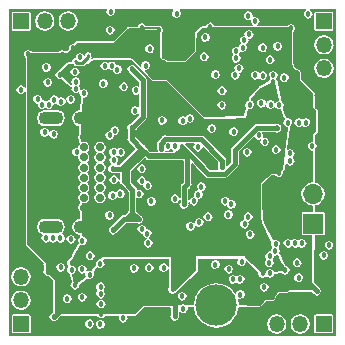
<source format=gbr>
%TF.GenerationSoftware,KiCad,Pcbnew,7.0.6*%
%TF.CreationDate,2023-07-24T08:09:00-07:00*%
%TF.ProjectId,minidrone,6d696e69-6472-46f6-9e65-2e6b69636164,rev?*%
%TF.SameCoordinates,Original*%
%TF.FileFunction,Copper,L2,Inr*%
%TF.FilePolarity,Positive*%
%FSLAX46Y46*%
G04 Gerber Fmt 4.6, Leading zero omitted, Abs format (unit mm)*
G04 Created by KiCad (PCBNEW 7.0.6) date 2023-07-24 08:09:00*
%MOMM*%
%LPD*%
G01*
G04 APERTURE LIST*
%TA.AperFunction,ComponentPad*%
%ADD10C,3.500000*%
%TD*%
%TA.AperFunction,ComponentPad*%
%ADD11R,1.700000X1.700000*%
%TD*%
%TA.AperFunction,ComponentPad*%
%ADD12O,1.700000X1.700000*%
%TD*%
%TA.AperFunction,ComponentPad*%
%ADD13O,2.100000X1.100000*%
%TD*%
%TA.AperFunction,ComponentPad*%
%ADD14C,0.700000*%
%TD*%
%TA.AperFunction,ComponentPad*%
%ADD15R,1.350000X1.350000*%
%TD*%
%TA.AperFunction,ComponentPad*%
%ADD16O,1.350000X1.350000*%
%TD*%
%TA.AperFunction,ViaPad*%
%ADD17C,0.457200*%
%TD*%
%TA.AperFunction,Conductor*%
%ADD18C,0.406400*%
%TD*%
%TA.AperFunction,Conductor*%
%ADD19C,0.127000*%
%TD*%
%TA.AperFunction,Conductor*%
%ADD20C,0.254000*%
%TD*%
G04 APERTURE END LIST*
D10*
%TO.N,N/C*%
%TO.C,REF\u002A\u002A*%
X150685800Y-78412600D03*
%TD*%
D11*
%TO.N,/UART0_TX*%
%TO.C,J7*%
X158874500Y-71506200D03*
D12*
%TO.N,/UART0_RX*%
X158874500Y-68966200D03*
%TD*%
D13*
%TO.N,GNDA*%
%TO.C,J5*%
X136685400Y-71760800D03*
X139685400Y-71760800D03*
X136685400Y-62560800D03*
X139685400Y-62560800D03*
D14*
X139485400Y-64185800D03*
%TO.N,VBUS*%
X139485400Y-65035800D03*
%TO.N,unconnected-(J5-SBU2-PadB8)*%
X139485400Y-65885800D03*
%TO.N,Net-(J5-D--PadA7)*%
X139485400Y-66735800D03*
%TO.N,Net-(J5-D+-PadA6)*%
X139485400Y-67585800D03*
%TO.N,Net-(J5-CC2)*%
X139485400Y-68435800D03*
%TO.N,VBUS*%
X139485400Y-69285800D03*
%TO.N,GNDA*%
X139485400Y-70135800D03*
X140835400Y-70135800D03*
%TO.N,VBUS*%
X140835400Y-69285800D03*
%TO.N,unconnected-(J5-SBU1-PadA8)*%
X140835400Y-68435800D03*
%TO.N,Net-(J5-D--PadA7)*%
X140835400Y-67585800D03*
%TO.N,Net-(J5-D+-PadA6)*%
X140835400Y-66735800D03*
%TO.N,Net-(J5-CC1)*%
X140835400Y-65885800D03*
%TO.N,VBUS*%
X140835400Y-65035800D03*
%TO.N,GNDA*%
X140835400Y-64185800D03*
%TD*%
D15*
%TO.N,Net-(J4-Pin_1)*%
%TO.C,J4*%
X134150400Y-54340800D03*
D16*
%TO.N,Net-(J4-Pin_2)*%
X136150400Y-54340800D03*
%TO.N,Net-(J4-Pin_3)*%
X138150400Y-54340800D03*
%TD*%
%TO.N,Net-(J3-Pin_3)*%
%TO.C,J3*%
X134150400Y-75980800D03*
%TO.N,Net-(J3-Pin_2)*%
X134150400Y-77980800D03*
D15*
%TO.N,Net-(J3-Pin_1)*%
X134150400Y-79980800D03*
%TD*%
%TO.N,Net-(J2-Pin_1)*%
%TO.C,J2*%
X159790400Y-79980800D03*
D16*
%TO.N,Net-(J2-Pin_2)*%
X157790400Y-79980800D03*
%TO.N,Net-(J2-Pin_3)*%
X155790400Y-79980800D03*
%TD*%
%TO.N,Net-(J1-Pin_3)*%
%TO.C,J1*%
X159790400Y-58340800D03*
%TO.N,Net-(J1-Pin_2)*%
X159790400Y-56340800D03*
D15*
%TO.N,Net-(J1-Pin_1)*%
X159790400Y-54340800D03*
%TD*%
D17*
%TO.N,/FAULT_N*%
X153517600Y-61417200D03*
%TO.N,+BATT*%
X140919200Y-79110306D03*
%TO.N,Earth*%
X144983200Y-80060800D03*
X147320000Y-80162400D03*
%TO.N,Net-(J5-CC1)*%
X138863500Y-65430400D03*
%TO.N,Net-(U2-RUN)*%
X153289497Y-65430400D03*
%TO.N,/Motor Controller 1/AVDD*%
X153451008Y-55471442D03*
%TO.N,GNDA*%
X153873200Y-65430400D03*
%TO.N,+BATT*%
X146227394Y-57927003D03*
X144424400Y-56591200D03*
X144364900Y-54914800D03*
X145796000Y-55079400D03*
%TO.N,/CE_N*%
X150622000Y-58877200D03*
%TO.N,Earth*%
X149561200Y-54460800D03*
X157504400Y-58118800D03*
X158139400Y-58753800D03*
X156012400Y-78329800D03*
X156012400Y-77694800D03*
X156647400Y-77694800D03*
X155377400Y-78329800D03*
X135801400Y-76202800D03*
X137928400Y-55991800D03*
X137293400Y-56626800D03*
X136436400Y-76202800D03*
X138563400Y-55991800D03*
X137928400Y-56626800D03*
X136436400Y-76837800D03*
X135801400Y-75567800D03*
X157504400Y-57483800D03*
X158139400Y-58118800D03*
X145040000Y-56696000D03*
X148443600Y-56645200D03*
X147741300Y-56491200D03*
X146868800Y-56492800D03*
%TO.N,Net-(D3-K)*%
X158455616Y-53751065D03*
%TO.N,Net-(D3-A)*%
X153408000Y-53902000D03*
X147326000Y-53698800D03*
%TO.N,GNDA*%
X158806800Y-64925600D03*
X146665600Y-66500400D03*
X147427600Y-68684800D03*
X147681600Y-66602000D03*
X145598800Y-67668800D03*
X147478400Y-68024400D03*
X146716400Y-67567200D03*
%TO.N,Net-(U2-ADC_AVDD)*%
X142583539Y-65453947D03*
%TO.N,+BATT*%
X147167600Y-79349600D03*
%TO.N,/MC2_CS_N*%
X152152000Y-63706400D03*
%TO.N,/MC4_CS_N*%
X138373443Y-60960000D03*
X142855600Y-59896400D03*
%TO.N,VCC*%
X155848200Y-63401600D03*
%TO.N,/MC3_SENSE*%
X142093600Y-63604800D03*
%TO.N,/PWM_SYNC*%
X141902138Y-69106882D03*
X141676230Y-64023400D03*
%TO.N,/SLEEP_N*%
X155758800Y-65230400D03*
X149662800Y-57356400D03*
X139458000Y-60461200D03*
%TO.N,/FAULT_N*%
X147884800Y-78692400D03*
%TO.N,/MC2_SENSE*%
X141992000Y-65454400D03*
X153371200Y-70920000D03*
%TO.N,GNDA*%
X147308706Y-71699294D03*
%TO.N,/FAULT_N*%
X152292200Y-58926000D03*
%TO.N,/MC1_CS_N*%
X149764400Y-55713400D03*
X151166333Y-60246962D03*
%TO.N,/SENSE_SEL_1*%
X154285600Y-64011200D03*
%TO.N,/SENSE_SEL_0*%
X154793600Y-64570000D03*
%TO.N,/SENSE_SEL_1*%
X136150000Y-63757200D03*
%TO.N,/SENSE_SEL_0*%
X136912000Y-63909600D03*
%TO.N,/PWM_SYNC*%
X153033200Y-55981600D03*
X140874400Y-80013200D03*
X147168345Y-64917802D03*
X160229200Y-73307600D03*
%TO.N,Net-(U13-IO1)*%
X142797562Y-79499902D03*
%TO.N,/SENSE_SEL_0*%
X142305788Y-58447874D03*
%TO.N,/SENSE_SEL_1*%
X141827932Y-58112669D03*
%TO.N,/SENSE_SEL_0*%
X136263518Y-72715716D03*
%TO.N,/SENSE_SEL_1*%
X136855623Y-72733825D03*
%TO.N,/MC3_SENSE*%
X138379200Y-72796400D03*
%TO.N,/SENSE_SEL_0*%
X152718100Y-77504395D03*
%TO.N,/SENSE_SEL_1*%
X152112723Y-76200314D03*
%TO.N,/MC2_SENSE*%
X151733400Y-75340610D03*
%TO.N,/MC2_CS_N*%
X157934503Y-73150000D03*
%TO.N,/MC_SDO*%
X157350800Y-73150000D03*
%TO.N,/MC_SDI*%
X156749355Y-73134765D03*
%TO.N,/MC_SCLK*%
X155696484Y-73224106D03*
%TO.N,/SLEEP_N*%
X155674400Y-73806948D03*
%TO.N,/FAULT_N*%
X155221717Y-74226048D03*
%TO.N,/MC_SCLK*%
X152603704Y-58326896D03*
%TO.N,/MC_SDI*%
X152361799Y-57493001D03*
%TO.N,/MC_SDO*%
X152358617Y-56897829D03*
%TO.N,/PWM_SYNC*%
X135554061Y-60957490D03*
%TO.N,/MC4_CS_N*%
X135932040Y-61401700D03*
%TO.N,/MC_SDO*%
X136515742Y-61400799D03*
%TO.N,/MC_SDI*%
X136969000Y-61008300D03*
%TO.N,/MC_SCLK*%
X137535743Y-61147982D03*
%TO.N,/FAULT_N*%
X138785600Y-60067484D03*
%TO.N,/MC3_CS_N*%
X140919200Y-78272606D03*
%TO.N,/MC_SDO*%
X140903144Y-77434906D03*
%TO.N,/MC_SDI*%
X140884695Y-76851495D03*
%TO.N,/MC_SCLK*%
X140840800Y-74894103D03*
%TO.N,/SLEEP_N*%
X140008300Y-74203837D03*
%TO.N,/FAULT_N*%
X139960000Y-75796800D03*
%TO.N,Net-(U13-IO2)*%
X147800400Y-77620400D03*
%TO.N,GNDA*%
X146978900Y-77061600D03*
%TO.N,Net-(U13-IO0)*%
X146225600Y-75232800D03*
%TO.N,Net-(U13-CLK)*%
X145006400Y-75232800D03*
%TO.N,Net-(U13-IO3)*%
X143736400Y-75283600D03*
%TO.N,VCC*%
X141907600Y-66850800D03*
%TO.N,/MC1_CS_N*%
X151153200Y-61466000D03*
%TO.N,VCC*%
X147749600Y-64971200D03*
%TO.N,Net-(U2-TESTEN)*%
X149426000Y-68374800D03*
%TO.N,Net-(U2-USB_DP)*%
X142009200Y-66139600D03*
%TO.N,Net-(U2-USB_DM)*%
X144379600Y-66856000D03*
%TO.N,VCC*%
X144342943Y-65142202D03*
%TO.N,/MC3_CS_N*%
X149121200Y-65022000D03*
%TO.N,/MC4_CS_N*%
X147834000Y-62792000D03*
%TO.N,/SENSE_SEL_0*%
X146557295Y-64936862D03*
%TO.N,/SENSE_SEL_1*%
X146106800Y-62741200D03*
%TO.N,VCC*%
X143510000Y-63398400D03*
%TO.N,/MC3_SENSE*%
X143833000Y-61909278D03*
%TO.N,/MC1_SENSE*%
X143922400Y-60201200D03*
%TO.N,/MC2_CS_N*%
X148443600Y-62588800D03*
%TO.N,/CE_N*%
X144690387Y-58104315D03*
%TO.N,Net-(U2-SWD)*%
X156927200Y-65535200D03*
%TO.N,Net-(U2-SWCLK)*%
X156927200Y-66195600D03*
%TO.N,VCC*%
X149510400Y-66754400D03*
%TO.N,+1V1*%
X151186800Y-66703600D03*
X146030600Y-65205000D03*
%TO.N,Net-(U13-IO3)*%
X142024499Y-67769900D03*
%TO.N,Net-(U13-CLK)*%
X144379600Y-67872000D03*
%TO.N,Net-(U13-IO0)*%
X144887600Y-68278400D03*
%TO.N,Net-(U13-IO2)*%
X144142800Y-68960800D03*
%TO.N,Net-(U13-IO1)*%
X142552288Y-68971558D03*
%TO.N,VCC*%
X144125600Y-71123200D03*
%TO.N,/MC_SDO*%
X144385944Y-71961296D03*
%TO.N,/BARO_INT*%
X145192400Y-69599200D03*
%TO.N,/MC_SCLK*%
X144830800Y-72339200D03*
%TO.N,/MC_SDI*%
X144915697Y-73131791D03*
%TO.N,/BARO_INT*%
X150597551Y-74952289D03*
%TO.N,/IMU_INT1*%
X153540100Y-72405600D03*
X147190100Y-69396200D03*
%TO.N,/IMU_SDI*%
X151711300Y-70726900D03*
%TO.N,/IMU_SDO*%
X153082900Y-71529800D03*
%TO.N,VCC*%
X147951200Y-69861800D03*
%TO.N,/IMU_INT2*%
X148510000Y-71715900D03*
%TO.N,/IMU_SDO*%
X149230172Y-71390783D03*
%TO.N,/IMU_SDI*%
X149983200Y-70903100D03*
%TO.N,/IMU_SCLK*%
X149170400Y-69023500D03*
%TO.N,/IMU_CS_N*%
X148770800Y-69584100D03*
%TO.N,VCC*%
X141947400Y-72034400D03*
%TO.N,/QSPI_CS*%
X141642600Y-70780995D03*
%TO.N,GNDA*%
X140846000Y-74257700D03*
%TO.N,/SENSE_SEL_0*%
X158270400Y-62934500D03*
%TO.N,/SENSE_SEL_1*%
X157660800Y-62934500D03*
%TO.N,/MC1_SENSE*%
X155273200Y-61410500D03*
%TO.N,/FAULT_N*%
X150294800Y-63442500D03*
X156746400Y-62934500D03*
X153998000Y-58926000D03*
%TO.N,GNDA*%
X148542200Y-73932700D03*
X153223700Y-73022100D03*
%TO.N,/UART0_TX*%
X151959000Y-69853644D03*
%TO.N,/UART0_RX*%
X151445623Y-69576827D03*
%TO.N,GNDA*%
X155966900Y-67180100D03*
X154366900Y-71310500D03*
X152969700Y-66789300D03*
%TO.N,+BATT*%
X150168031Y-54821080D03*
%TO.N,Net-(D4-K)*%
X141692100Y-55105300D03*
%TO.N,Net-(D4-A)*%
X141742900Y-53530500D03*
%TO.N,VCC*%
X143520900Y-58407300D03*
%TO.N,+BATT*%
X138563400Y-57261800D03*
X138563400Y-56626800D03*
X139198400Y-56626800D03*
%TO.N,Net-(U9-CP)*%
X139147200Y-57407200D03*
%TO.N,Net-(U8-S2)*%
X138720400Y-58626800D03*
%TO.N,GNDA*%
X139331400Y-58626800D03*
%TO.N,Net-(U9-CSAREF)*%
X138781769Y-59464476D03*
%TO.N,Net-(U8-S2)*%
X141244400Y-58126800D03*
%TO.N,GNDA*%
X136418400Y-59523800D03*
X136291400Y-58253800D03*
X137434400Y-58888800D03*
%TO.N,/Motor Controller 4/AVDD*%
X134149800Y-60150800D03*
X141117400Y-59626800D03*
%TO.N,+BATT*%
X134753400Y-57134800D03*
X137071400Y-75567800D03*
X136436400Y-75567800D03*
X136436400Y-74932800D03*
%TO.N,Net-(U7-CP)*%
X137517800Y-75192446D03*
%TO.N,Net-(U6-S2)*%
X138436400Y-75410800D03*
%TO.N,GNDA*%
X138436400Y-74799800D03*
%TO.N,Net-(U7-CSAREF)*%
X139324868Y-75349040D03*
%TO.N,Net-(U6-S2)*%
X137486216Y-72716922D03*
%TO.N,GNDA*%
X139333400Y-77712800D03*
X138063400Y-77839800D03*
X138698400Y-76696800D03*
%TO.N,/Motor Controller 3/AVDD*%
X139960400Y-79981400D03*
X139344400Y-72948800D03*
%TO.N,+BATT*%
X136944400Y-79377800D03*
X155377400Y-77059800D03*
X155377400Y-77694800D03*
X154742400Y-77694800D03*
%TO.N,Net-(U5-CP)*%
X154730610Y-76869948D03*
%TO.N,Net-(U4-S2)*%
X155220400Y-75694800D03*
%TO.N,GNDA*%
X154609400Y-75694800D03*
%TO.N,Net-(U5-CSAREF)*%
X155158640Y-74806332D03*
%TO.N,Net-(U4-S2)*%
X152696400Y-76194800D03*
%TO.N,GNDA*%
X157522400Y-74797800D03*
X157649400Y-76067800D03*
X156506400Y-75432800D03*
%TO.N,/Motor Controller 2/AVDD*%
X159791000Y-74170800D03*
X152823400Y-74694800D03*
%TO.N,+BATT*%
X159187400Y-77186800D03*
X156996400Y-54943800D03*
%TO.N,/MC1_CS_N*%
X152927749Y-56579316D03*
%TO.N,/Motor Controller 1/AVDD*%
X154504400Y-61307800D03*
X153980400Y-54340200D03*
%TO.N,GNDA*%
X155242400Y-57624800D03*
X155877400Y-56481800D03*
X154607400Y-56608800D03*
%TO.N,Net-(U1-SOB)*%
X156004400Y-61434800D03*
%TO.N,Net-(U1-CSAREF)*%
X154615932Y-58972560D03*
%TO.N,GNDA*%
X155504400Y-59521800D03*
%TO.N,Net-(U1-SOB)*%
X155504400Y-58910800D03*
%TO.N,Net-(U1-CP)*%
X156423000Y-59129154D03*
%TO.N,+BATT*%
X157504400Y-59388800D03*
X157504400Y-58753800D03*
X156869400Y-58753800D03*
%TD*%
D18*
%TO.N,VCC*%
X144603970Y-65403230D02*
X143154400Y-66852800D01*
X143154400Y-66852800D02*
X143154400Y-67970400D01*
D19*
X144603970Y-65403230D02*
X144825539Y-65624798D01*
X144342943Y-65142202D02*
X144603970Y-65403230D01*
D18*
X143481000Y-70684600D02*
X143584000Y-70581600D01*
X143042400Y-71123200D02*
X143481000Y-70684600D01*
X143560800Y-71123200D02*
X142858600Y-71123200D01*
X143560800Y-71123200D02*
X143560800Y-70764400D01*
X144125600Y-71123200D02*
X143560800Y-71123200D01*
X143560800Y-70764400D02*
X143481000Y-70684600D01*
X142858600Y-71123200D02*
X143042400Y-71123200D01*
D19*
%TO.N,+BATT*%
X150290751Y-54943800D02*
X156996400Y-54943800D01*
X150168031Y-54821080D02*
X150290751Y-54943800D01*
X148117797Y-57927003D02*
X146227394Y-57927003D01*
X149047200Y-56997600D02*
X148117797Y-57927003D01*
X149047200Y-55837903D02*
X149047200Y-56997600D01*
X150064023Y-54821080D02*
X149047200Y-55837903D01*
X150168031Y-54821080D02*
X150064023Y-54821080D01*
X145796000Y-55079400D02*
X145796000Y-57495609D01*
X145631400Y-54914800D02*
X144364900Y-54914800D01*
X145796000Y-57495609D02*
X146227394Y-57927003D01*
X145796000Y-55079400D02*
X145631400Y-54914800D01*
X141696400Y-56626800D02*
X139198400Y-56626800D01*
X143303600Y-55019600D02*
X141696400Y-56626800D01*
X144260100Y-55019600D02*
X143303600Y-55019600D01*
X144424400Y-54974300D02*
X144424400Y-56591200D01*
X144364900Y-54914800D02*
X144260100Y-55019600D01*
X144364900Y-54914800D02*
X144424400Y-54974300D01*
D18*
X158829200Y-61953600D02*
X158829200Y-63471600D01*
X158648400Y-61772800D02*
X158829200Y-61953600D01*
D20*
%TO.N,*%
X139852400Y-57384500D02*
X139852400Y-57251600D01*
X139347100Y-57889800D02*
X139852400Y-57384500D01*
X138865000Y-57889800D02*
X139347100Y-57889800D01*
X138734800Y-57759600D02*
X138865000Y-57889800D01*
D18*
%TO.N,+BATT*%
X141950400Y-56626800D02*
X142240000Y-56337200D01*
X139198400Y-56626800D02*
X141950400Y-56626800D01*
X139008263Y-56337200D02*
X142240000Y-56337200D01*
X138718663Y-56626800D02*
X139008263Y-56337200D01*
X138563400Y-56626800D02*
X138718663Y-56626800D01*
X137668000Y-57185600D02*
X137617200Y-57134800D01*
X138159863Y-57185600D02*
X137668000Y-57185600D01*
X138563400Y-56782063D02*
X138159863Y-57185600D01*
X138563400Y-56626800D02*
X138563400Y-56782063D01*
D19*
X137617200Y-57134800D02*
X138436400Y-57134800D01*
X134753400Y-57134800D02*
X137617200Y-57134800D01*
D18*
X136436400Y-74536000D02*
X136652000Y-74320400D01*
X136436400Y-75567800D02*
X136436400Y-74536000D01*
X136591663Y-75567800D02*
X137420531Y-76396669D01*
X137718800Y-76694937D02*
X137718800Y-76911200D01*
X136436400Y-75567800D02*
X136591663Y-75567800D01*
X158505400Y-76504800D02*
X158292800Y-76504800D01*
X159187400Y-77186800D02*
X158505400Y-76504800D01*
X137668000Y-78654200D02*
X137668000Y-78486000D01*
X136944400Y-79377800D02*
X137668000Y-78654200D01*
X147167600Y-78181200D02*
X146964400Y-77978000D01*
X147167600Y-79349600D02*
X147167600Y-78181200D01*
X154256000Y-78181200D02*
X153365200Y-78181200D01*
X154267800Y-78169400D02*
X154256000Y-78181200D01*
X155377400Y-77694800D02*
X154742400Y-77694800D01*
X154742400Y-77694800D02*
X154267800Y-78169400D01*
X155377400Y-77539537D02*
X155857137Y-77059800D01*
D19*
X156616400Y-77059800D02*
X155377400Y-77059800D01*
D18*
X155377400Y-77694800D02*
X155377400Y-77539537D01*
D19*
X159060400Y-77059800D02*
X156616400Y-77059800D01*
D18*
X155857137Y-77059800D02*
X156616400Y-77059800D01*
X158648400Y-60532800D02*
X158648400Y-61772800D01*
X158557200Y-60441600D02*
X158648400Y-60532800D01*
X157504400Y-59388800D02*
X158557200Y-60441600D01*
X157504400Y-58753800D02*
X157504400Y-59388800D01*
X157349137Y-58753800D02*
X156945600Y-58350263D01*
X157504400Y-58753800D02*
X157349137Y-58753800D01*
X156945600Y-58350263D02*
X156945600Y-58115200D01*
D19*
%TO.N,GNDA*%
X154025600Y-61000600D02*
X155504400Y-59521800D01*
X154025600Y-61421697D02*
X154025600Y-61000600D01*
X154457803Y-61853900D02*
X154025600Y-61421697D01*
X140272985Y-57685215D02*
X139331400Y-58626800D01*
X143435615Y-57685215D02*
X140272985Y-57685215D01*
X146440600Y-59521800D02*
X145272200Y-59521800D01*
X156267300Y-62687200D02*
X149606000Y-62687200D01*
X149606000Y-62687200D02*
X146440600Y-59521800D01*
X145272200Y-59521800D02*
X143435615Y-57685215D01*
X138855500Y-76539700D02*
X138855500Y-74888300D01*
X138855500Y-74888300D02*
X138944000Y-74799800D01*
X138698400Y-76696800D02*
X138855500Y-76539700D01*
X138115500Y-58207700D02*
X137434400Y-58888800D01*
X138912300Y-58207700D02*
X138115500Y-58207700D01*
X139331400Y-58626800D02*
X138912300Y-58207700D01*
X156308400Y-75234800D02*
X156506400Y-75432800D01*
X154609400Y-75694800D02*
X155069400Y-75234800D01*
X155069400Y-75234800D02*
X156308400Y-75234800D01*
D18*
X147427600Y-68075200D02*
X147427600Y-68684800D01*
X147478400Y-68024400D02*
X147427600Y-68075200D01*
X147173600Y-68024400D02*
X146716400Y-67567200D01*
X147478400Y-68024400D02*
X147173600Y-68024400D01*
X146665600Y-66500400D02*
X146665600Y-67516400D01*
X146665600Y-67516400D02*
X146716400Y-67567200D01*
X146767200Y-66602000D02*
X146665600Y-66500400D01*
X147681600Y-66602000D02*
X146767200Y-66602000D01*
%TO.N,+1V1*%
X151186800Y-66144800D02*
X151186800Y-66703600D01*
X145998495Y-64705399D02*
X146344892Y-64359002D01*
X146344892Y-64359002D02*
X149401002Y-64359002D01*
X145998495Y-65172895D02*
X145998495Y-64705399D01*
X149401002Y-64359002D02*
X151186800Y-66144800D01*
X146030600Y-65205000D02*
X145998495Y-65172895D01*
%TO.N,VCC*%
X152247600Y-66433063D02*
X152247600Y-65258937D01*
X154104937Y-63401600D02*
X155848200Y-63401600D01*
X151418263Y-67262400D02*
X152247600Y-66433063D01*
X152247600Y-65258937D02*
X154104937Y-63401600D01*
X150018400Y-67262400D02*
X151418263Y-67262400D01*
X149510400Y-66754400D02*
X150018400Y-67262400D01*
X144964541Y-65763800D02*
X144342943Y-65142202D01*
X147112610Y-65763800D02*
X144964541Y-65763800D01*
X147749600Y-65126810D02*
X147112610Y-65763800D01*
X147749600Y-64971200D02*
X147749600Y-65126810D01*
X149510400Y-66732000D02*
X147749600Y-64971200D01*
X149510400Y-66754400D02*
X149510400Y-66732000D01*
X147112610Y-65763800D02*
X148519800Y-65763800D01*
X148519800Y-65763800D02*
X149510400Y-66754400D01*
D19*
X148309960Y-65624798D02*
X147935600Y-65624798D01*
D18*
X147986400Y-69826600D02*
X147951200Y-69861800D01*
X148345379Y-65589379D02*
X148240400Y-65694358D01*
X148345379Y-65589379D02*
X148309960Y-65624798D01*
X148240400Y-65694358D02*
X148240400Y-68158000D01*
X148240400Y-68158000D02*
X147986400Y-68412000D01*
X148309960Y-65624798D02*
X148031200Y-65624798D01*
X147986400Y-68412000D02*
X147986400Y-69826600D01*
X147749600Y-65343198D02*
X148031200Y-65624798D01*
X147749600Y-64971200D02*
X147749600Y-65343198D01*
D19*
X148031200Y-65624798D02*
X148380798Y-65624798D01*
X147935600Y-65624798D02*
X148031200Y-65624798D01*
D18*
X148345379Y-65589379D02*
X149510400Y-66754400D01*
X147275779Y-65589379D02*
X148345379Y-65589379D01*
D19*
X147275779Y-65589379D02*
X147749600Y-65115559D01*
X147240361Y-65624798D02*
X147275779Y-65589379D01*
D18*
X144481200Y-62427200D02*
X143510000Y-63398400D01*
X143520900Y-58407300D02*
X144481200Y-59367600D01*
X144481200Y-59367600D02*
X144481200Y-62427200D01*
X143510000Y-64309259D02*
X144342943Y-65142202D01*
X143510000Y-63398400D02*
X143510000Y-64309259D01*
X142843973Y-66641172D02*
X144342943Y-65142202D01*
X142843973Y-66641173D02*
X142843973Y-66641172D01*
X142843973Y-67868800D02*
X142843973Y-66641173D01*
X142634346Y-66850800D02*
X142843973Y-66641173D01*
X141907600Y-66850800D02*
X142634346Y-66850800D01*
X143584000Y-68608827D02*
X142843973Y-67868800D01*
X143584000Y-70581600D02*
X143584000Y-68608827D01*
X144125600Y-71123200D02*
X143584000Y-70581600D01*
X142858600Y-71123200D02*
X141947400Y-72034400D01*
D19*
%TO.N,+BATT*%
X140919200Y-79080319D02*
X143779281Y-79080319D01*
X137241881Y-79080319D02*
X140919200Y-79080319D01*
X140919200Y-79080319D02*
X140919200Y-79110306D01*
X143779281Y-79080319D02*
X144475200Y-78384400D01*
X144475200Y-78384400D02*
X146984104Y-78384400D01*
X136944400Y-79377800D02*
X137241881Y-79080319D01*
%TO.N,Earth*%
X144983200Y-80060800D02*
X144983200Y-80622800D01*
X144983200Y-80622800D02*
X147370800Y-80622800D01*
X137420000Y-80622800D02*
X144983200Y-80622800D01*
X147370800Y-80622800D02*
X147370800Y-80213200D01*
X147370800Y-80622800D02*
X153084400Y-80622800D01*
X147370800Y-80213200D02*
X147320000Y-80162400D01*
%TO.N,/Motor Controller 1/AVDD*%
X153452300Y-55472734D02*
X153451008Y-55471442D01*
%TO.N,GNDA*%
X156267300Y-64773200D02*
X156267300Y-62687200D01*
X153873200Y-65885800D02*
X153873200Y-65430400D01*
X152969700Y-66789300D02*
X153873200Y-65885800D01*
%TO.N,Earth*%
X147741300Y-54391900D02*
X147878800Y-54254400D01*
X147741300Y-56491200D02*
X147741300Y-54391900D01*
X147878800Y-54254400D02*
X149354800Y-54254400D01*
X140300800Y-54254400D02*
X147878800Y-54254400D01*
X149354800Y-54254400D02*
X149561200Y-54460800D01*
X138563400Y-55991800D02*
X140300800Y-54254400D01*
%TO.N,+BATT*%
X134753400Y-73249800D02*
X136436400Y-74932800D01*
X134753400Y-57134800D02*
X134753400Y-73249800D01*
X138436400Y-57134800D02*
X138563400Y-57261800D01*
%TO.N,Earth*%
X134653503Y-56642000D02*
X136093200Y-56642000D01*
X133610000Y-73376400D02*
X133610000Y-57685503D01*
X133610000Y-57685503D02*
X134653503Y-56642000D01*
X136093200Y-56642000D02*
X136108400Y-56626800D01*
X136108400Y-56626800D02*
X137293400Y-56626800D01*
X135801400Y-75567800D02*
X133610000Y-73376400D01*
%TO.N,+BATT*%
X138563400Y-56626800D02*
X138563400Y-57261800D01*
X159187400Y-77186800D02*
X159060400Y-77059800D01*
X155377400Y-77694800D02*
X155377400Y-77059800D01*
X158800800Y-76800200D02*
X159187400Y-77186800D01*
%TO.N,Earth*%
X160610200Y-77032200D02*
X159947600Y-77694800D01*
X160610200Y-73993400D02*
X160610200Y-77032200D01*
X159947600Y-77694800D02*
X156647400Y-77694800D01*
%TO.N,+BATT*%
X156869400Y-58753800D02*
X157504400Y-58753800D01*
X156996400Y-58626800D02*
X156869400Y-58753800D01*
X156996400Y-54943800D02*
X156996400Y-58626800D01*
%TO.N,Earth*%
X149561200Y-54460800D02*
X149954900Y-54460800D01*
X149954900Y-54460800D02*
X151034400Y-53381300D01*
X157494100Y-53381300D02*
X151034400Y-53381300D01*
X158151300Y-54038500D02*
X157494100Y-53381300D01*
X157504400Y-57033200D02*
X158197200Y-56340400D01*
X158197200Y-56340400D02*
X158151300Y-56294500D01*
X158151300Y-56294500D02*
X158151300Y-54038500D01*
X157504400Y-57483800D02*
X157504400Y-57033200D01*
X160648300Y-61262700D02*
X158139400Y-58753800D01*
X157504400Y-58118800D02*
X157504400Y-57483800D01*
X157504400Y-58118800D02*
X158139400Y-58118800D01*
X158139400Y-58753800D02*
X158139400Y-58118800D01*
X156012400Y-78329800D02*
X156012400Y-77694800D01*
X135801400Y-76202800D02*
X136436400Y-76202800D01*
X135801400Y-75567800D02*
X135801400Y-76202800D01*
X156012400Y-77694800D02*
X156647400Y-77694800D01*
X137928400Y-55991800D02*
X137928400Y-56626800D01*
X137928400Y-56626800D02*
X137293400Y-56626800D01*
X138563400Y-55991800D02*
X137928400Y-55991800D01*
X160610200Y-73993400D02*
X160648300Y-73955300D01*
X160686400Y-73917200D02*
X160610200Y-73993400D01*
X160648300Y-73955300D02*
X160648300Y-61262700D01*
X136436400Y-79639200D02*
X137420000Y-80622800D01*
X153084400Y-80622800D02*
X155377400Y-78329800D01*
X136436400Y-76837800D02*
X136436400Y-79639200D01*
X136436400Y-76202800D02*
X136436400Y-76837800D01*
X155377400Y-78329800D02*
X156012400Y-78329800D01*
%TO.N,GNDA*%
X148462200Y-71296800D02*
X152969700Y-66789300D01*
X147308706Y-71699294D02*
X147711200Y-71296800D01*
X147711200Y-71296800D02*
X148462200Y-71296800D01*
X146771000Y-71161588D02*
X147308706Y-71699294D01*
X146771000Y-69222603D02*
X146771000Y-71161588D01*
X147308803Y-68684800D02*
X146771000Y-69222603D01*
X147427600Y-68684800D02*
X147308803Y-68684800D01*
X156267300Y-66879700D02*
X156267300Y-64773200D01*
X140846000Y-72921400D02*
X140846000Y-74257700D01*
X139685400Y-71760800D02*
X140846000Y-72921400D01*
X139685400Y-70335800D02*
X139485400Y-70135800D01*
X139685400Y-71760800D02*
X139685400Y-70335800D01*
X140025900Y-64726300D02*
X140025900Y-70120700D01*
X139485400Y-64185800D02*
X140025900Y-64726300D01*
X140010800Y-70135800D02*
X140835400Y-70135800D01*
X140025900Y-70120700D02*
X140010800Y-70135800D01*
X139485400Y-70135800D02*
X140010800Y-70135800D01*
X139877100Y-59172500D02*
X139331400Y-58626800D01*
X139877100Y-62369100D02*
X139877100Y-59172500D01*
X139685400Y-62560800D02*
X139877100Y-62369100D01*
X139485400Y-64185800D02*
X140835400Y-64185800D01*
X140835400Y-64185800D02*
X139685400Y-63035800D01*
X139685400Y-63035800D02*
X139685400Y-62560800D01*
X155966900Y-67180100D02*
X156267300Y-66879700D01*
X157649400Y-74924800D02*
X157522400Y-74797800D01*
X153223700Y-74309100D02*
X154609400Y-75694800D01*
X153223700Y-73022100D02*
X153223700Y-74309100D01*
X148217200Y-74257700D02*
X148542200Y-73932700D01*
X140846000Y-74257700D02*
X148217200Y-74257700D01*
X138944000Y-74799800D02*
X140303900Y-74799800D01*
X138436400Y-74799800D02*
X138944000Y-74799800D01*
X140303900Y-74799800D02*
X140846000Y-74257700D01*
X148542200Y-75498300D02*
X148542200Y-73932700D01*
X146978900Y-77061600D02*
X148542200Y-75498300D01*
%TO.N,+BATT*%
X137071400Y-79250800D02*
X136944400Y-79377800D01*
X137071400Y-75567800D02*
X137071400Y-79250800D01*
X136436400Y-75567800D02*
X136436400Y-74932800D01*
X136436400Y-75567800D02*
X137071400Y-75567800D01*
%TO.N,GNDA*%
X155282300Y-67180100D02*
X154321400Y-68141000D01*
X154321400Y-68141000D02*
X152969700Y-66789300D01*
X154366900Y-68186500D02*
X154321400Y-68141000D01*
X155966900Y-67180100D02*
X155282300Y-67180100D01*
X154366900Y-71310500D02*
X154366900Y-68186500D01*
X154366900Y-72171497D02*
X153516297Y-73022100D01*
X154366900Y-71310500D02*
X154366900Y-72171497D01*
X153516297Y-73022100D02*
X153223700Y-73022100D01*
X149452800Y-73022100D02*
X153223700Y-73022100D01*
X148542200Y-73932700D02*
X149452800Y-73022100D01*
X147308706Y-72699206D02*
X148542200Y-73932700D01*
X147308706Y-71699294D02*
X147308706Y-72699206D01*
%TO.N,VCC*%
X147173600Y-65624798D02*
X147935600Y-65624798D01*
X148380798Y-65624798D02*
X149510400Y-66754400D01*
X147173600Y-65624798D02*
X147240361Y-65624798D01*
X144825539Y-65624798D02*
X147173600Y-65624798D01*
X147749600Y-65115559D02*
X147749600Y-64971200D01*
%TD*%
%TA.AperFunction,Conductor*%
%TO.N,GNDA*%
G36*
X141175635Y-57676306D02*
G01*
X141193941Y-57720500D01*
X141175635Y-57764694D01*
X141155359Y-57778242D01*
X140971853Y-57854252D01*
X140971852Y-57854253D01*
X140858960Y-58126799D01*
X140858960Y-58126800D01*
X140971852Y-58399346D01*
X140971853Y-58399347D01*
X141244399Y-58512240D01*
X141244400Y-58512240D01*
X141244401Y-58512240D01*
X141528433Y-58394590D01*
X141530147Y-58398729D01*
X141552801Y-58389320D01*
X141576780Y-58394078D01*
X141827931Y-58498109D01*
X141827931Y-58498108D01*
X141827932Y-58498109D01*
X141866831Y-58481995D01*
X141914666Y-58481995D01*
X141948491Y-58515819D01*
X141948491Y-58515820D01*
X142033240Y-58720420D01*
X142033240Y-58720421D01*
X142305787Y-58833314D01*
X142305788Y-58833314D01*
X142305789Y-58833314D01*
X142497751Y-58753800D01*
X142578335Y-58720421D01*
X142691228Y-58447874D01*
X142680966Y-58423100D01*
X142578335Y-58175327D01*
X142578334Y-58175326D01*
X142305789Y-58062434D01*
X142305788Y-58062434D01*
X142266886Y-58078547D01*
X142219050Y-58078546D01*
X142185228Y-58044724D01*
X142100479Y-57840122D01*
X142080311Y-57831768D01*
X141951089Y-57778242D01*
X141917264Y-57744418D01*
X141917265Y-57696582D01*
X141951089Y-57662757D01*
X141975007Y-57658000D01*
X143382512Y-57658000D01*
X143426706Y-57676306D01*
X143727820Y-57977420D01*
X143746126Y-58021614D01*
X143727820Y-58065808D01*
X143683626Y-58084114D01*
X143659708Y-58079356D01*
X143520901Y-58021860D01*
X143520899Y-58021860D01*
X143248353Y-58134752D01*
X143248352Y-58134753D01*
X143135460Y-58407299D01*
X143135460Y-58407300D01*
X143248352Y-58679846D01*
X143248353Y-58679847D01*
X143369021Y-58729829D01*
X143389295Y-58743376D01*
X143762008Y-59116089D01*
X144132194Y-59486274D01*
X144150500Y-59530468D01*
X144150500Y-59816704D01*
X144132194Y-59860898D01*
X144088000Y-59879204D01*
X144064084Y-59874447D01*
X143922400Y-59815760D01*
X143922399Y-59815760D01*
X143922398Y-59815760D01*
X143649853Y-59928652D01*
X143649852Y-59928653D01*
X143536960Y-60201199D01*
X143536960Y-60201200D01*
X143649852Y-60473746D01*
X143649853Y-60473747D01*
X143922399Y-60586640D01*
X143922400Y-60586640D01*
X143922401Y-60586640D01*
X143982426Y-60561776D01*
X144064084Y-60527951D01*
X144111917Y-60527951D01*
X144145742Y-60561776D01*
X144150500Y-60585694D01*
X144150500Y-61561813D01*
X144132194Y-61606007D01*
X144088000Y-61624313D01*
X144064082Y-61619555D01*
X143833001Y-61523838D01*
X143832999Y-61523838D01*
X143560453Y-61636730D01*
X143560452Y-61636731D01*
X143447560Y-61909277D01*
X143447560Y-61909278D01*
X143560452Y-62181824D01*
X143560453Y-62181825D01*
X143832999Y-62294718D01*
X143833000Y-62294718D01*
X143833001Y-62294718D01*
X143982425Y-62232824D01*
X144064083Y-62198999D01*
X144111918Y-62198999D01*
X144145742Y-62232824D01*
X144150500Y-62256742D01*
X144150500Y-62264329D01*
X144132194Y-62308523D01*
X143378395Y-63062322D01*
X143358119Y-63075870D01*
X143237453Y-63125852D01*
X143237452Y-63125852D01*
X143124560Y-63398399D01*
X143124560Y-63398400D01*
X143174542Y-63519066D01*
X143179300Y-63542984D01*
X143179300Y-64231045D01*
X143174543Y-64254962D01*
X143156943Y-64297453D01*
X143152053Y-64309259D01*
X143179300Y-64375039D01*
X143256893Y-64562366D01*
X143311187Y-64584855D01*
X143331463Y-64598403D01*
X143831067Y-65098007D01*
X143849373Y-65142201D01*
X143831067Y-65186395D01*
X142665435Y-66352027D01*
X142645159Y-66365575D01*
X142590865Y-66388064D01*
X142568375Y-66442360D01*
X142554828Y-66462636D01*
X142515671Y-66501794D01*
X142471477Y-66520100D01*
X142324682Y-66520100D01*
X142280488Y-66501794D01*
X142262182Y-66457600D01*
X142280488Y-66413406D01*
X142281745Y-66412147D01*
X142281747Y-66412147D01*
X142394640Y-66139600D01*
X142366685Y-66072112D01*
X142319200Y-65957472D01*
X142281747Y-65867053D01*
X142281746Y-65867052D01*
X142243426Y-65851179D01*
X142209601Y-65817354D01*
X142209602Y-65769519D01*
X142243425Y-65735695D01*
X142264399Y-65727007D01*
X142312230Y-65727007D01*
X142454217Y-65785820D01*
X142583538Y-65839387D01*
X142583539Y-65839387D01*
X142583540Y-65839387D01*
X142719812Y-65782940D01*
X142856086Y-65726494D01*
X142968979Y-65453947D01*
X142966766Y-65448605D01*
X142856086Y-65181400D01*
X142856085Y-65181399D01*
X142583540Y-65068507D01*
X142583539Y-65068507D01*
X142452281Y-65122876D01*
X142311141Y-65181338D01*
X142263305Y-65181338D01*
X142111836Y-65118598D01*
X141992000Y-65068960D01*
X141991999Y-65068960D01*
X141991998Y-65068960D01*
X141719453Y-65181852D01*
X141719452Y-65181853D01*
X141606560Y-65454399D01*
X141606560Y-65454400D01*
X141719452Y-65726946D01*
X141719453Y-65726947D01*
X141757773Y-65742820D01*
X141791598Y-65776644D01*
X141791597Y-65824480D01*
X141757773Y-65858304D01*
X141736653Y-65867052D01*
X141736652Y-65867052D01*
X141623760Y-66139599D01*
X141623760Y-66139600D01*
X141736651Y-66412146D01*
X141736652Y-66412146D01*
X141736653Y-66412147D01*
X141746957Y-66416415D01*
X141780781Y-66450239D01*
X141780782Y-66498074D01*
X141746957Y-66531899D01*
X141635053Y-66578252D01*
X141635052Y-66578252D01*
X141522160Y-66850799D01*
X141522160Y-66850800D01*
X141635052Y-67123346D01*
X141635053Y-67123347D01*
X141907599Y-67236240D01*
X141907600Y-67236240D01*
X141907601Y-67236240D01*
X142028267Y-67186258D01*
X142052185Y-67181500D01*
X142450773Y-67181500D01*
X142494967Y-67199806D01*
X142513273Y-67244000D01*
X142513273Y-67705161D01*
X142494967Y-67749355D01*
X142450773Y-67767661D01*
X142406579Y-67749355D01*
X142393031Y-67729079D01*
X142297046Y-67497353D01*
X142297045Y-67497352D01*
X142024500Y-67384460D01*
X142024498Y-67384460D01*
X141751952Y-67497352D01*
X141751951Y-67497353D01*
X141639059Y-67769899D01*
X141639059Y-67769900D01*
X141751951Y-68042446D01*
X141751952Y-68042447D01*
X142024498Y-68155340D01*
X142024499Y-68155340D01*
X142024500Y-68155340D01*
X142130111Y-68111594D01*
X142297046Y-68042447D01*
X142369758Y-67866904D01*
X142403581Y-67833083D01*
X142451417Y-67833082D01*
X142485241Y-67866907D01*
X142555114Y-68035595D01*
X142590865Y-68121906D01*
X142590866Y-68121907D01*
X142645160Y-68144396D01*
X142665436Y-68157944D01*
X143234994Y-68727502D01*
X143253300Y-68771696D01*
X143253300Y-70380197D01*
X143234994Y-70424391D01*
X143227892Y-70431492D01*
X143205403Y-70485786D01*
X143191855Y-70506062D01*
X142940501Y-70757416D01*
X142896307Y-70775722D01*
X142872390Y-70770965D01*
X142858600Y-70765253D01*
X142858599Y-70765253D01*
X142792820Y-70792500D01*
X142605491Y-70870094D01*
X142583002Y-70924388D01*
X142569454Y-70944664D01*
X141815795Y-71698322D01*
X141795519Y-71711870D01*
X141674853Y-71761852D01*
X141674852Y-71761852D01*
X141561960Y-72034399D01*
X141561960Y-72034400D01*
X141674852Y-72306946D01*
X141674853Y-72306947D01*
X141947399Y-72419840D01*
X141947400Y-72419840D01*
X141947401Y-72419840D01*
X142219945Y-72306948D01*
X142219945Y-72306947D01*
X142219947Y-72306947D01*
X142269930Y-72186274D01*
X142283476Y-72166003D01*
X142488183Y-71961296D01*
X144000504Y-71961296D01*
X144113396Y-72233842D01*
X144113397Y-72233843D01*
X144385943Y-72346736D01*
X144398377Y-72346736D01*
X144398377Y-72348543D01*
X144429413Y-72348542D01*
X144463239Y-72382366D01*
X144463240Y-72382368D01*
X144558252Y-72611746D01*
X144558253Y-72611747D01*
X144760054Y-72695336D01*
X144793878Y-72729160D01*
X144793878Y-72776996D01*
X144760054Y-72810820D01*
X144643150Y-72859243D01*
X144643149Y-72859244D01*
X144530257Y-73131790D01*
X144530257Y-73131791D01*
X144643149Y-73404337D01*
X144643150Y-73404338D01*
X144915696Y-73517231D01*
X144915697Y-73517231D01*
X144915698Y-73517231D01*
X145051970Y-73460784D01*
X145188244Y-73404338D01*
X145301137Y-73131791D01*
X145294545Y-73115877D01*
X145188244Y-72859244D01*
X145188243Y-72859243D01*
X144986442Y-72775654D01*
X144952617Y-72741830D01*
X144952618Y-72693994D01*
X144986438Y-72660172D01*
X145103347Y-72611747D01*
X145188736Y-72405600D01*
X153154660Y-72405600D01*
X153267552Y-72678146D01*
X153267553Y-72678147D01*
X153540099Y-72791040D01*
X153540100Y-72791040D01*
X153540101Y-72791040D01*
X153771149Y-72695336D01*
X153812647Y-72678147D01*
X153925540Y-72405600D01*
X153915916Y-72382366D01*
X153812647Y-72133053D01*
X153812646Y-72133052D01*
X153540101Y-72020160D01*
X153540099Y-72020160D01*
X153267553Y-72133052D01*
X153267552Y-72133053D01*
X153154660Y-72405599D01*
X153154660Y-72405600D01*
X145188736Y-72405600D01*
X145216240Y-72339200D01*
X145207702Y-72318588D01*
X145103347Y-72066653D01*
X145103346Y-72066652D01*
X144830801Y-71953760D01*
X144818368Y-71953760D01*
X144818368Y-71951952D01*
X144787324Y-71951951D01*
X144753503Y-71918128D01*
X144705544Y-71802346D01*
X144669737Y-71715900D01*
X148124560Y-71715900D01*
X148237452Y-71988446D01*
X148237453Y-71988447D01*
X148509999Y-72101340D01*
X148510000Y-72101340D01*
X148510001Y-72101340D01*
X148600849Y-72063709D01*
X148782547Y-71988447D01*
X148895440Y-71715900D01*
X148895439Y-71715898D01*
X148899214Y-71706785D01*
X148933039Y-71672961D01*
X148980873Y-71672960D01*
X148980875Y-71672960D01*
X148980875Y-71672961D01*
X149230171Y-71776223D01*
X149230172Y-71776223D01*
X149230173Y-71776223D01*
X149397018Y-71707113D01*
X149502719Y-71663330D01*
X149558029Y-71529800D01*
X152697460Y-71529800D01*
X152810352Y-71802346D01*
X152810353Y-71802347D01*
X153082899Y-71915240D01*
X153082900Y-71915240D01*
X153082901Y-71915240D01*
X153219173Y-71858793D01*
X153355447Y-71802347D01*
X153468340Y-71529800D01*
X153459575Y-71508640D01*
X153398708Y-71361695D01*
X153398707Y-71313860D01*
X153432532Y-71280035D01*
X153432532Y-71280034D01*
X153643747Y-71192547D01*
X153756640Y-70920000D01*
X153749639Y-70903099D01*
X153643747Y-70647453D01*
X153643746Y-70647452D01*
X153371201Y-70534560D01*
X153371199Y-70534560D01*
X153098653Y-70647452D01*
X153098652Y-70647453D01*
X152985760Y-70919999D01*
X152985760Y-70920000D01*
X153055391Y-71088104D01*
X153055392Y-71135940D01*
X153021567Y-71169764D01*
X152810353Y-71257252D01*
X152810352Y-71257253D01*
X152697460Y-71529799D01*
X152697460Y-71529800D01*
X149558029Y-71529800D01*
X149615612Y-71390783D01*
X149603563Y-71361695D01*
X149502719Y-71118236D01*
X149502718Y-71118235D01*
X149230173Y-71005343D01*
X149230171Y-71005343D01*
X148957625Y-71118235D01*
X148957624Y-71118236D01*
X148840956Y-71399897D01*
X148807132Y-71433722D01*
X148759296Y-71433722D01*
X148510000Y-71330460D01*
X148509999Y-71330460D01*
X148509998Y-71330460D01*
X148237453Y-71443352D01*
X148237452Y-71443353D01*
X148124560Y-71715899D01*
X148124560Y-71715900D01*
X144669737Y-71715900D01*
X144658491Y-71688749D01*
X144658490Y-71688748D01*
X144385945Y-71575856D01*
X144385943Y-71575856D01*
X144113397Y-71688748D01*
X144113396Y-71688749D01*
X144000504Y-71961295D01*
X144000504Y-71961296D01*
X142488183Y-71961296D01*
X142960497Y-71488981D01*
X143004690Y-71470676D01*
X143028606Y-71475433D01*
X143042400Y-71481147D01*
X143096693Y-71458657D01*
X143120611Y-71453900D01*
X143482589Y-71453900D01*
X143506507Y-71458658D01*
X143560799Y-71481147D01*
X143560800Y-71481147D01*
X143560801Y-71481147D01*
X143615093Y-71458658D01*
X143639011Y-71453900D01*
X143981015Y-71453900D01*
X144004933Y-71458658D01*
X144125599Y-71508640D01*
X144125600Y-71508640D01*
X144125601Y-71508640D01*
X144283219Y-71443352D01*
X144398147Y-71395747D01*
X144511040Y-71123200D01*
X144508983Y-71118235D01*
X144419871Y-70903100D01*
X149597760Y-70903100D01*
X149710652Y-71175646D01*
X149710653Y-71175647D01*
X149983199Y-71288540D01*
X149983200Y-71288540D01*
X149983201Y-71288540D01*
X150119473Y-71232093D01*
X150255747Y-71175647D01*
X150368640Y-70903100D01*
X150354968Y-70870094D01*
X150295655Y-70726900D01*
X151325860Y-70726900D01*
X151438752Y-70999446D01*
X151438753Y-70999447D01*
X151711299Y-71112340D01*
X151711300Y-71112340D01*
X151711301Y-71112340D01*
X151847573Y-71055893D01*
X151983847Y-70999447D01*
X152096740Y-70726900D01*
X152063831Y-70647452D01*
X151983847Y-70454353D01*
X151983846Y-70454352D01*
X151711301Y-70341460D01*
X151711299Y-70341460D01*
X151438753Y-70454352D01*
X151438752Y-70454353D01*
X151325860Y-70726899D01*
X151325860Y-70726900D01*
X150295655Y-70726900D01*
X150255747Y-70630553D01*
X150255746Y-70630552D01*
X149983201Y-70517660D01*
X149983199Y-70517660D01*
X149710653Y-70630552D01*
X149710652Y-70630553D01*
X149597760Y-70903099D01*
X149597760Y-70903100D01*
X144419871Y-70903100D01*
X144398147Y-70850653D01*
X144398146Y-70850652D01*
X144277479Y-70800670D01*
X144257203Y-70787122D01*
X143933006Y-70462925D01*
X143914700Y-70418731D01*
X143914700Y-69599200D01*
X144806960Y-69599200D01*
X144919852Y-69871746D01*
X144919853Y-69871747D01*
X145192399Y-69984640D01*
X145192400Y-69984640D01*
X145192401Y-69984640D01*
X145394020Y-69901126D01*
X145464947Y-69871747D01*
X145577840Y-69599200D01*
X145571585Y-69584100D01*
X145464947Y-69326653D01*
X145464946Y-69326652D01*
X145192401Y-69213760D01*
X145192399Y-69213760D01*
X144919853Y-69326652D01*
X144919852Y-69326653D01*
X144806960Y-69599199D01*
X144806960Y-69599200D01*
X143914700Y-69599200D01*
X143914700Y-69345294D01*
X143933006Y-69301100D01*
X143977200Y-69282794D01*
X144001114Y-69287551D01*
X144078749Y-69319709D01*
X144142799Y-69346240D01*
X144142800Y-69346240D01*
X144142801Y-69346240D01*
X144295972Y-69282794D01*
X144415347Y-69233347D01*
X144528240Y-68960800D01*
X144526213Y-68955907D01*
X144415347Y-68688253D01*
X144415346Y-68688252D01*
X144142801Y-68575360D01*
X144142800Y-68575360D01*
X144017270Y-68627355D01*
X143969435Y-68627354D01*
X143935610Y-68593529D01*
X143933182Y-68587668D01*
X143864354Y-68421500D01*
X143861998Y-68415812D01*
X143861997Y-68415812D01*
X143861996Y-68415809D01*
X143860418Y-68412000D01*
X143837107Y-68355720D01*
X143837106Y-68355719D01*
X143802657Y-68341450D01*
X143782811Y-68333230D01*
X143762536Y-68319682D01*
X143503406Y-68060552D01*
X143485100Y-68016358D01*
X143485100Y-67872000D01*
X143994160Y-67872000D01*
X144107052Y-68144546D01*
X144107053Y-68144547D01*
X144379600Y-68257440D01*
X144419059Y-68241094D01*
X144466892Y-68241094D01*
X144500718Y-68274918D01*
X144500718Y-68274919D01*
X144615052Y-68550946D01*
X144615053Y-68550947D01*
X144887599Y-68663840D01*
X144887600Y-68663840D01*
X144887601Y-68663840D01*
X145075237Y-68586118D01*
X145160147Y-68550947D01*
X145273040Y-68278400D01*
X145271598Y-68274919D01*
X145160147Y-68005853D01*
X145160146Y-68005852D01*
X144887601Y-67892960D01*
X144887600Y-67892960D01*
X144848140Y-67909304D01*
X144800304Y-67909303D01*
X144766481Y-67875479D01*
X144763714Y-67868800D01*
X144652147Y-67599453D01*
X144652146Y-67599452D01*
X144379601Y-67486560D01*
X144379599Y-67486560D01*
X144107053Y-67599452D01*
X144107052Y-67599453D01*
X143994160Y-67871999D01*
X143994160Y-67872000D01*
X143485100Y-67872000D01*
X143485100Y-67015667D01*
X143503405Y-66971474D01*
X143618879Y-66856000D01*
X143994160Y-66856000D01*
X144107052Y-67128546D01*
X144107053Y-67128547D01*
X144379599Y-67241440D01*
X144379600Y-67241440D01*
X144379601Y-67241440D01*
X144515873Y-67184993D01*
X144652147Y-67128547D01*
X144765040Y-66856000D01*
X144760600Y-66845282D01*
X144652147Y-66583453D01*
X144652146Y-66583452D01*
X144379601Y-66470560D01*
X144379599Y-66470560D01*
X144107053Y-66583452D01*
X144107052Y-66583453D01*
X143994160Y-66855999D01*
X143994160Y-66856000D01*
X143618879Y-66856000D01*
X144559776Y-65915102D01*
X144603970Y-65896797D01*
X144648164Y-65915103D01*
X144675395Y-65942334D01*
X144688942Y-65962607D01*
X144711434Y-66016907D01*
X144844714Y-66072113D01*
X144898761Y-66094500D01*
X144964540Y-66121747D01*
X144964541Y-66121747D01*
X144964542Y-66121747D01*
X145018834Y-66099258D01*
X145042752Y-66094500D01*
X147034399Y-66094500D01*
X147058317Y-66099258D01*
X147112609Y-66121747D01*
X147112610Y-66121747D01*
X147112611Y-66121747D01*
X147166903Y-66099258D01*
X147190821Y-66094500D01*
X147847200Y-66094500D01*
X147891394Y-66112806D01*
X147909700Y-66157000D01*
X147909700Y-67995130D01*
X147891394Y-68039324D01*
X147807862Y-68122855D01*
X147787586Y-68136403D01*
X147733292Y-68158892D01*
X147706045Y-68224673D01*
X147628452Y-68412000D01*
X147643010Y-68447144D01*
X147650608Y-68465488D01*
X147650942Y-68466293D01*
X147655700Y-68490211D01*
X147655700Y-69275515D01*
X147637394Y-69319709D01*
X147593200Y-69338015D01*
X147549006Y-69319709D01*
X147535458Y-69299433D01*
X147462647Y-69123653D01*
X147462646Y-69123652D01*
X147190101Y-69010760D01*
X147190099Y-69010760D01*
X146917553Y-69123652D01*
X146917552Y-69123653D01*
X146804660Y-69396199D01*
X146804660Y-69396200D01*
X146917552Y-69668746D01*
X146917553Y-69668747D01*
X147190099Y-69781640D01*
X147190100Y-69781640D01*
X147190101Y-69781640D01*
X147364031Y-69709595D01*
X147462647Y-69668747D01*
X147535458Y-69492965D01*
X147569282Y-69459142D01*
X147617118Y-69459142D01*
X147650942Y-69492966D01*
X147655700Y-69516884D01*
X147655700Y-69632234D01*
X147650942Y-69656152D01*
X147565760Y-69861799D01*
X147565760Y-69861800D01*
X147678652Y-70134346D01*
X147678653Y-70134347D01*
X147951199Y-70247240D01*
X147951200Y-70247240D01*
X147951201Y-70247240D01*
X148087473Y-70190793D01*
X148223747Y-70134347D01*
X148336640Y-69861800D01*
X148336640Y-69861799D01*
X148336640Y-69857637D01*
X148341399Y-69833717D01*
X148344347Y-69826600D01*
X148321857Y-69772303D01*
X148317100Y-69748386D01*
X148317100Y-69733513D01*
X148335406Y-69689319D01*
X148379600Y-69671013D01*
X148423794Y-69689319D01*
X148437342Y-69709595D01*
X148498252Y-69856646D01*
X148498253Y-69856647D01*
X148770799Y-69969540D01*
X148770800Y-69969540D01*
X148770801Y-69969540D01*
X148907073Y-69913093D01*
X149043347Y-69856647D01*
X149156240Y-69584100D01*
X149156240Y-69584099D01*
X149153228Y-69576827D01*
X151060183Y-69576827D01*
X151173075Y-69849373D01*
X151173076Y-69849374D01*
X151445622Y-69962267D01*
X151445623Y-69962267D01*
X151535485Y-69925043D01*
X151583320Y-69925043D01*
X151617145Y-69958868D01*
X151686452Y-70126190D01*
X151686453Y-70126191D01*
X151958999Y-70239084D01*
X151959000Y-70239084D01*
X151959001Y-70239084D01*
X152095273Y-70182637D01*
X152231547Y-70126191D01*
X152344440Y-69853644D01*
X152342671Y-69849374D01*
X152231547Y-69581097D01*
X152231546Y-69581096D01*
X151959001Y-69468204D01*
X151959000Y-69468204D01*
X151869136Y-69505426D01*
X151821301Y-69505425D01*
X151787477Y-69471601D01*
X151718170Y-69304280D01*
X151718169Y-69304279D01*
X151445624Y-69191387D01*
X151445622Y-69191387D01*
X151173076Y-69304279D01*
X151173075Y-69304280D01*
X151060183Y-69576826D01*
X151060183Y-69576827D01*
X149153228Y-69576827D01*
X149119482Y-69495358D01*
X149119481Y-69447522D01*
X149153306Y-69413698D01*
X149164095Y-69411551D01*
X149170399Y-69408939D01*
X149170400Y-69408940D01*
X149442947Y-69296047D01*
X149555840Y-69023500D01*
X149534324Y-68971557D01*
X149467666Y-68810630D01*
X149467665Y-68762794D01*
X149501489Y-68728970D01*
X149698547Y-68647347D01*
X149811440Y-68374800D01*
X149803536Y-68355719D01*
X149698547Y-68102253D01*
X149698546Y-68102252D01*
X149426001Y-67989360D01*
X149425999Y-67989360D01*
X149153453Y-68102252D01*
X149153452Y-68102253D01*
X149040560Y-68374799D01*
X149040560Y-68374800D01*
X149128733Y-68587668D01*
X149128734Y-68635504D01*
X149094909Y-68669328D01*
X148897853Y-68750952D01*
X148897852Y-68750952D01*
X148784960Y-69023499D01*
X148784960Y-69023500D01*
X148821718Y-69112242D01*
X148821719Y-69160078D01*
X148787894Y-69193902D01*
X148777104Y-69196048D01*
X148498253Y-69311552D01*
X148498252Y-69311553D01*
X148437342Y-69458604D01*
X148403518Y-69492429D01*
X148355682Y-69492428D01*
X148321857Y-69458604D01*
X148317100Y-69434686D01*
X148317100Y-68574868D01*
X148335405Y-68530675D01*
X148418938Y-68447141D01*
X148439208Y-68433597D01*
X148493507Y-68411107D01*
X148571100Y-68223780D01*
X148598347Y-68158000D01*
X148575857Y-68103703D01*
X148571100Y-68079786D01*
X148571100Y-66433668D01*
X148589406Y-66389474D01*
X148633600Y-66371168D01*
X148677793Y-66389473D01*
X148947472Y-66659153D01*
X149174322Y-66886003D01*
X149187870Y-66906279D01*
X149237852Y-67026946D01*
X149237853Y-67026947D01*
X149358521Y-67076929D01*
X149378795Y-67090476D01*
X149729254Y-67440934D01*
X149742801Y-67461207D01*
X149765293Y-67515507D01*
X149934994Y-67585799D01*
X149952620Y-67593100D01*
X150018399Y-67620347D01*
X150018400Y-67620347D01*
X150072692Y-67597857D01*
X150096610Y-67593100D01*
X151340052Y-67593100D01*
X151363969Y-67597857D01*
X151418263Y-67620347D01*
X151605590Y-67542754D01*
X151605590Y-67542753D01*
X151623106Y-67535498D01*
X151623106Y-67535497D01*
X151671370Y-67515507D01*
X151693860Y-67461208D01*
X151707405Y-67440937D01*
X152426136Y-66722205D01*
X152446406Y-66708661D01*
X152500707Y-66686170D01*
X152544253Y-66581040D01*
X152605548Y-66433063D01*
X152597406Y-66413406D01*
X152583057Y-66378763D01*
X152578300Y-66354846D01*
X152578300Y-65430400D01*
X152904057Y-65430400D01*
X153016949Y-65702946D01*
X153016950Y-65702947D01*
X153289496Y-65815840D01*
X153289497Y-65815840D01*
X153289498Y-65815840D01*
X153465782Y-65742820D01*
X153562044Y-65702947D01*
X153674937Y-65430400D01*
X153666003Y-65408832D01*
X153592094Y-65230400D01*
X155373360Y-65230400D01*
X155486252Y-65502946D01*
X155486253Y-65502947D01*
X155758799Y-65615840D01*
X155758800Y-65615840D01*
X155758801Y-65615840D01*
X155946864Y-65537941D01*
X156031347Y-65502947D01*
X156144240Y-65230400D01*
X156140807Y-65222113D01*
X156031347Y-64957853D01*
X156031346Y-64957852D01*
X155758801Y-64844960D01*
X155758799Y-64844960D01*
X155486253Y-64957852D01*
X155486252Y-64957853D01*
X155373360Y-65230399D01*
X155373360Y-65230400D01*
X153592094Y-65230400D01*
X153562044Y-65157853D01*
X153562043Y-65157852D01*
X153289498Y-65044960D01*
X153289496Y-65044960D01*
X153016950Y-65157852D01*
X153016949Y-65157853D01*
X152904057Y-65430399D01*
X152904057Y-65430400D01*
X152578300Y-65430400D01*
X152578300Y-65421805D01*
X152596606Y-65377611D01*
X153222015Y-64752202D01*
X153852430Y-64121786D01*
X153896623Y-64103481D01*
X153940817Y-64121787D01*
X153954365Y-64142063D01*
X154013052Y-64283746D01*
X154013052Y-64283747D01*
X154285599Y-64396640D01*
X154285600Y-64396640D01*
X154380820Y-64357197D01*
X154428654Y-64357197D01*
X154462479Y-64391022D01*
X154462480Y-64438857D01*
X154408160Y-64570000D01*
X154521052Y-64842546D01*
X154521053Y-64842547D01*
X154793599Y-64955440D01*
X154793600Y-64955440D01*
X154793601Y-64955440D01*
X154929873Y-64898993D01*
X155066147Y-64842547D01*
X155179040Y-64570000D01*
X155175877Y-64562365D01*
X155066147Y-64297453D01*
X155066146Y-64297452D01*
X154793601Y-64184560D01*
X154793600Y-64184560D01*
X154698378Y-64224001D01*
X154650543Y-64224000D01*
X154616718Y-64190175D01*
X154616718Y-64142341D01*
X154671040Y-64011200D01*
X154657680Y-63978947D01*
X154591311Y-63818718D01*
X154591310Y-63770882D01*
X154625135Y-63737058D01*
X154649053Y-63732300D01*
X155703615Y-63732300D01*
X155727532Y-63737057D01*
X155745613Y-63744547D01*
X155848199Y-63787040D01*
X155848200Y-63787040D01*
X155848201Y-63787040D01*
X156022008Y-63715046D01*
X156120747Y-63674147D01*
X156233640Y-63401600D01*
X156232314Y-63398399D01*
X156120747Y-63129053D01*
X156120746Y-63129052D01*
X155848201Y-63016160D01*
X155848199Y-63016160D01*
X155781826Y-63043653D01*
X155731384Y-63064547D01*
X155727533Y-63066142D01*
X155703615Y-63070900D01*
X154183148Y-63070900D01*
X154159230Y-63066142D01*
X154155379Y-63064547D01*
X154150008Y-63062322D01*
X154104938Y-63043653D01*
X154104936Y-63043653D01*
X154059866Y-63062322D01*
X154039157Y-63070900D01*
X153906491Y-63125852D01*
X153851828Y-63148494D01*
X153829340Y-63202786D01*
X153815792Y-63223062D01*
X152069062Y-64969792D01*
X152048786Y-64983340D01*
X151994492Y-65005829D01*
X151967245Y-65071610D01*
X151889652Y-65258937D01*
X151912142Y-65313230D01*
X151916900Y-65337148D01*
X151916900Y-66270194D01*
X151898594Y-66314388D01*
X151624194Y-66588788D01*
X151580000Y-66607094D01*
X151535806Y-66588788D01*
X151517500Y-66544594D01*
X151517500Y-66223013D01*
X151522258Y-66199095D01*
X151544748Y-66144800D01*
X151544748Y-66144799D01*
X151464801Y-65951793D01*
X151464796Y-65951782D01*
X151449763Y-65915488D01*
X151439907Y-65891693D01*
X151439906Y-65891692D01*
X151405457Y-65877423D01*
X151385611Y-65869203D01*
X151365336Y-65855655D01*
X149690146Y-64180465D01*
X149676597Y-64160188D01*
X149654109Y-64105895D01*
X149534019Y-64056152D01*
X149439962Y-64017192D01*
X149401003Y-64001055D01*
X149401001Y-64001055D01*
X149355196Y-64020028D01*
X149347057Y-64023400D01*
X149346709Y-64023544D01*
X149322791Y-64028302D01*
X146423103Y-64028302D01*
X146399185Y-64023544D01*
X146398837Y-64023400D01*
X146390697Y-64020028D01*
X146344893Y-64001055D01*
X146344891Y-64001055D01*
X146291299Y-64023254D01*
X146279112Y-64028302D01*
X146211874Y-64056153D01*
X146091783Y-64105896D01*
X146069294Y-64160190D01*
X146055746Y-64180466D01*
X145819958Y-64416254D01*
X145799682Y-64429802D01*
X145745387Y-64452291D01*
X145745387Y-64452292D01*
X145718140Y-64518072D01*
X145653254Y-64674723D01*
X145640548Y-64705399D01*
X145659934Y-64752202D01*
X145663037Y-64759692D01*
X145667795Y-64783610D01*
X145667795Y-65094681D01*
X145663038Y-65118598D01*
X145640548Y-65172895D01*
X145640548Y-65173278D01*
X145645160Y-65196460D01*
X145645160Y-65205001D01*
X145703846Y-65346682D01*
X145703846Y-65394518D01*
X145670022Y-65428342D01*
X145646104Y-65433100D01*
X145127409Y-65433100D01*
X145083215Y-65414794D01*
X144893114Y-65224693D01*
X144879565Y-65204416D01*
X144874669Y-65192595D01*
X144857077Y-65150123D01*
X144857076Y-65150122D01*
X144822627Y-65135853D01*
X144802781Y-65127633D01*
X144782506Y-65114085D01*
X144679019Y-65010597D01*
X144665472Y-64990323D01*
X144615490Y-64869655D01*
X144615489Y-64869654D01*
X144615489Y-64869653D01*
X144494821Y-64819671D01*
X144474545Y-64806123D01*
X143859006Y-64190583D01*
X143840700Y-64146389D01*
X143840700Y-63561268D01*
X143859006Y-63517074D01*
X143933580Y-63442500D01*
X149909360Y-63442500D01*
X150022252Y-63715046D01*
X150022253Y-63715047D01*
X150294799Y-63827940D01*
X150294800Y-63827940D01*
X150294801Y-63827940D01*
X150510357Y-63738653D01*
X150567347Y-63715047D01*
X150570929Y-63706400D01*
X151766560Y-63706400D01*
X151879452Y-63978946D01*
X151879453Y-63978947D01*
X152151999Y-64091840D01*
X152152000Y-64091840D01*
X152152001Y-64091840D01*
X152305394Y-64028302D01*
X152424547Y-63978947D01*
X152537440Y-63706400D01*
X152524080Y-63674147D01*
X152424547Y-63433853D01*
X152424546Y-63433852D01*
X152152001Y-63320960D01*
X152151999Y-63320960D01*
X151879453Y-63433852D01*
X151879452Y-63433853D01*
X151766560Y-63706399D01*
X151766560Y-63706400D01*
X150570929Y-63706400D01*
X150680240Y-63442500D01*
X150676658Y-63433853D01*
X150567347Y-63169953D01*
X150567346Y-63169952D01*
X150294801Y-63057060D01*
X150294799Y-63057060D01*
X150022253Y-63169952D01*
X150022252Y-63169953D01*
X149909360Y-63442499D01*
X149909360Y-63442500D01*
X143933580Y-63442500D01*
X144250228Y-63125852D01*
X144634879Y-62741200D01*
X145721360Y-62741200D01*
X145834252Y-63013746D01*
X145834253Y-63013747D01*
X146106799Y-63126640D01*
X146106800Y-63126640D01*
X146106801Y-63126640D01*
X146274780Y-63057060D01*
X146379347Y-63013747D01*
X146471198Y-62792000D01*
X147448560Y-62792000D01*
X147561452Y-63064546D01*
X147561453Y-63064547D01*
X147833999Y-63177440D01*
X147834000Y-63177440D01*
X147834001Y-63177440D01*
X147970273Y-63120993D01*
X148106547Y-63064547D01*
X148163917Y-62926040D01*
X148197742Y-62892216D01*
X148245575Y-62892215D01*
X148245578Y-62892216D01*
X148443599Y-62974240D01*
X148443600Y-62974240D01*
X148443601Y-62974240D01*
X148579873Y-62917793D01*
X148716147Y-62861347D01*
X148829040Y-62588800D01*
X148827085Y-62584081D01*
X148716147Y-62316253D01*
X148716146Y-62316252D01*
X148443601Y-62203360D01*
X148443599Y-62203360D01*
X148171053Y-62316252D01*
X148171052Y-62316253D01*
X148113681Y-62454759D01*
X148079856Y-62488584D01*
X148032021Y-62488583D01*
X147834001Y-62406560D01*
X147833999Y-62406560D01*
X147561453Y-62519452D01*
X147561452Y-62519453D01*
X147448560Y-62791999D01*
X147448560Y-62792000D01*
X146471198Y-62792000D01*
X146492240Y-62741200D01*
X146481944Y-62716344D01*
X146379347Y-62468653D01*
X146379346Y-62468652D01*
X146106801Y-62355760D01*
X146106799Y-62355760D01*
X145834253Y-62468652D01*
X145834252Y-62468653D01*
X145721360Y-62741199D01*
X145721360Y-62741200D01*
X144634879Y-62741200D01*
X144659738Y-62716341D01*
X144680008Y-62702797D01*
X144734307Y-62680307D01*
X144811900Y-62492980D01*
X144839147Y-62427200D01*
X144830598Y-62406560D01*
X144816657Y-62372903D01*
X144811900Y-62348986D01*
X144811900Y-59445811D01*
X144816658Y-59421893D01*
X144839147Y-59367600D01*
X144839147Y-59367599D01*
X144811900Y-59301820D01*
X144762210Y-59181858D01*
X144762210Y-59134022D01*
X144796034Y-59100198D01*
X144843870Y-59100198D01*
X144864146Y-59113746D01*
X145288000Y-59537600D01*
X146380005Y-59537600D01*
X146423843Y-59555553D01*
X149606000Y-62687200D01*
X153162000Y-62534800D01*
X153370458Y-61816774D01*
X153400360Y-61779439D01*
X153447906Y-61774180D01*
X153454379Y-61776453D01*
X153517600Y-61802640D01*
X153790147Y-61689747D01*
X153903040Y-61417200D01*
X153885457Y-61374752D01*
X153790147Y-61144653D01*
X153790146Y-61144652D01*
X153641404Y-61083041D01*
X153607579Y-61049217D01*
X153605301Y-61007873D01*
X153615511Y-60972707D01*
X153627722Y-60949879D01*
X154423687Y-60004670D01*
X154443539Y-59989030D01*
X155337994Y-59541802D01*
X155355670Y-59536055D01*
X155593573Y-59496404D01*
X155640173Y-59507196D01*
X155664664Y-59543650D01*
X156007507Y-60991210D01*
X155999879Y-61038433D01*
X155970607Y-61063356D01*
X155731852Y-61162252D01*
X155731852Y-61162253D01*
X155701574Y-61235349D01*
X155667749Y-61269174D01*
X155619914Y-61269173D01*
X155586090Y-61235349D01*
X155545747Y-61137953D01*
X155545746Y-61137952D01*
X155273201Y-61025060D01*
X155273199Y-61025060D01*
X155000653Y-61137952D01*
X155000652Y-61137953D01*
X154967811Y-61217237D01*
X154933986Y-61251062D01*
X154886151Y-61251061D01*
X154852328Y-61217239D01*
X154776947Y-61035253D01*
X154776945Y-61035252D01*
X154504401Y-60922360D01*
X154504399Y-60922360D01*
X154231853Y-61035252D01*
X154231852Y-61035253D01*
X154118960Y-61307799D01*
X154118960Y-61307800D01*
X154231852Y-61580346D01*
X154231853Y-61580347D01*
X154504399Y-61693240D01*
X154504400Y-61693240D01*
X154504401Y-61693240D01*
X154640824Y-61636731D01*
X154776947Y-61580347D01*
X154809788Y-61501060D01*
X154843612Y-61467238D01*
X154891448Y-61467237D01*
X154925272Y-61501062D01*
X155000652Y-61683046D01*
X155000653Y-61683047D01*
X155273199Y-61795940D01*
X155273200Y-61795940D01*
X155273201Y-61795940D01*
X155411759Y-61738547D01*
X155545747Y-61683047D01*
X155576025Y-61609948D01*
X155609849Y-61576125D01*
X155657684Y-61576124D01*
X155691509Y-61609949D01*
X155731852Y-61707346D01*
X155731853Y-61707347D01*
X156004399Y-61820240D01*
X156004400Y-61820240D01*
X156108539Y-61777103D01*
X156156372Y-61777103D01*
X156190197Y-61810928D01*
X156193614Y-61821970D01*
X156311598Y-62382398D01*
X156311600Y-62382400D01*
X156474595Y-62581617D01*
X156488413Y-62627413D01*
X156477672Y-62650079D01*
X156478610Y-62650468D01*
X156360960Y-62934499D01*
X156360960Y-62934500D01*
X156473852Y-63207046D01*
X156473853Y-63207047D01*
X156681897Y-63293222D01*
X156715721Y-63327046D01*
X156720056Y-63358220D01*
X156314121Y-66831223D01*
X156296238Y-66868161D01*
X155974306Y-67190094D01*
X155930112Y-67208400D01*
X155295600Y-67208400D01*
X154330400Y-68173599D01*
X154330399Y-68173601D01*
X154431999Y-71272396D01*
X154432000Y-71272400D01*
X155351799Y-73068198D01*
X155355653Y-73115877D01*
X155353914Y-73120606D01*
X155311044Y-73224106D01*
X155412543Y-73469146D01*
X155412544Y-73516982D01*
X155403398Y-73530670D01*
X155290998Y-73802026D01*
X155257174Y-73835851D01*
X155233256Y-73840608D01*
X155221716Y-73840608D01*
X154949170Y-73953500D01*
X154949169Y-73953501D01*
X154836277Y-74226047D01*
X154836277Y-74226048D01*
X154928455Y-74448587D01*
X154928455Y-74496423D01*
X154894633Y-74530247D01*
X154886092Y-74533784D01*
X154773200Y-74806331D01*
X154773200Y-74806332D01*
X154886092Y-75078878D01*
X154886093Y-75078879D01*
X155158639Y-75191772D01*
X155158640Y-75191772D01*
X155158641Y-75191772D01*
X155294913Y-75135325D01*
X155431187Y-75078879D01*
X155544080Y-74806332D01*
X155451899Y-74583790D01*
X155451899Y-74535957D01*
X155485723Y-74502132D01*
X155494264Y-74498595D01*
X155572648Y-74309360D01*
X155605119Y-74230970D01*
X155638943Y-74197145D01*
X155662861Y-74192388D01*
X155674401Y-74192388D01*
X155717977Y-74174337D01*
X155830024Y-74127925D01*
X155877857Y-74127925D01*
X155909568Y-74157176D01*
X156201327Y-74726800D01*
X156381659Y-75078878D01*
X156527354Y-75363329D01*
X156531208Y-75411009D01*
X156500218Y-75447449D01*
X156483107Y-75453276D01*
X155625180Y-75612151D01*
X155578391Y-75602199D01*
X155556058Y-75574616D01*
X155492947Y-75422253D01*
X155491407Y-75421615D01*
X155220401Y-75309360D01*
X155220399Y-75309360D01*
X154947853Y-75422252D01*
X154947852Y-75422253D01*
X154852101Y-75653418D01*
X154818277Y-75687242D01*
X154794359Y-75692000D01*
X154661088Y-75692000D01*
X154616894Y-75673694D01*
X153212800Y-74269600D01*
X148996400Y-74269600D01*
X148996400Y-75411089D01*
X148978094Y-75455283D01*
X148976850Y-75456493D01*
X147165153Y-77170259D01*
X147120468Y-77187331D01*
X147076799Y-77167805D01*
X147074189Y-77164866D01*
X146877286Y-76928582D01*
X146862800Y-76888571D01*
X146862800Y-74269600D01*
X140919200Y-74269600D01*
X140919198Y-74269600D01*
X140757201Y-74530596D01*
X140728017Y-74555378D01*
X140568253Y-74621555D01*
X140568252Y-74621555D01*
X140455360Y-74894102D01*
X140455360Y-74894103D01*
X140463687Y-74914206D01*
X140473592Y-74938120D01*
X140473591Y-74985955D01*
X140468952Y-74994997D01*
X140187273Y-75448813D01*
X140148413Y-75476709D01*
X140110253Y-75473596D01*
X139960000Y-75411360D01*
X139809750Y-75473596D01*
X139766837Y-75491371D01*
X139719001Y-75491370D01*
X139685176Y-75457546D01*
X139685176Y-75409711D01*
X139710308Y-75349040D01*
X139706816Y-75340610D01*
X139597415Y-75076493D01*
X139597414Y-75076492D01*
X139324869Y-74963600D01*
X139324867Y-74963600D01*
X139052321Y-75076492D01*
X139052320Y-75076493D01*
X138939428Y-75349039D01*
X138939428Y-75349040D01*
X139052320Y-75621586D01*
X139052321Y-75621587D01*
X139324867Y-75734480D01*
X139324868Y-75734480D01*
X139324869Y-75734480D01*
X139438910Y-75687242D01*
X139518031Y-75654468D01*
X139565865Y-75654468D01*
X139599690Y-75688293D01*
X139599691Y-75736128D01*
X139574560Y-75796800D01*
X139638558Y-75951305D01*
X139638559Y-75999141D01*
X139617692Y-76025685D01*
X138760476Y-76652113D01*
X138713993Y-76663408D01*
X138673138Y-76638527D01*
X138662701Y-76615705D01*
X138482244Y-75833725D01*
X138490143Y-75786549D01*
X138519221Y-75761934D01*
X138708947Y-75683347D01*
X138821840Y-75410800D01*
X138792766Y-75340610D01*
X138708947Y-75138253D01*
X138708946Y-75138252D01*
X138424914Y-75020602D01*
X138425690Y-75018728D01*
X138397506Y-75007054D01*
X138379200Y-74962860D01*
X138379200Y-74742323D01*
X138386462Y-74713081D01*
X138656062Y-74203837D01*
X139622860Y-74203837D01*
X139735752Y-74476383D01*
X139735753Y-74476384D01*
X140008299Y-74589277D01*
X140008300Y-74589277D01*
X140008301Y-74589277D01*
X140153210Y-74529253D01*
X140280847Y-74476384D01*
X140393740Y-74203837D01*
X140374412Y-74157176D01*
X140280847Y-73931290D01*
X140280846Y-73931289D01*
X140008301Y-73818397D01*
X140008299Y-73818397D01*
X139735753Y-73931289D01*
X139735752Y-73931290D01*
X139622860Y-74203836D01*
X139622860Y-74203837D01*
X138656062Y-74203837D01*
X139130828Y-73307056D01*
X139167682Y-73276567D01*
X139209979Y-73278560D01*
X139260208Y-73299366D01*
X139344399Y-73334240D01*
X139344400Y-73334240D01*
X139344401Y-73334240D01*
X139483635Y-73276567D01*
X139616947Y-73221347D01*
X139729840Y-72948800D01*
X139693976Y-72862218D01*
X139616947Y-72676253D01*
X139616946Y-72676252D01*
X139332914Y-72558602D01*
X139334627Y-72554465D01*
X139311906Y-72545054D01*
X139293600Y-72500860D01*
X139293600Y-71729600D01*
X139293524Y-71715899D01*
X139288330Y-70780995D01*
X141257160Y-70780995D01*
X141370052Y-71053541D01*
X141370053Y-71053542D01*
X141642599Y-71166435D01*
X141642600Y-71166435D01*
X141642601Y-71166435D01*
X141831707Y-71088104D01*
X141915147Y-71053542D01*
X142028040Y-70780995D01*
X142023885Y-70770965D01*
X141915147Y-70508448D01*
X141915146Y-70508447D01*
X141642601Y-70395555D01*
X141642599Y-70395555D01*
X141370053Y-70508447D01*
X141370052Y-70508448D01*
X141257160Y-70780994D01*
X141257160Y-70780995D01*
X139288330Y-70780995D01*
X139282929Y-69808879D01*
X139300988Y-69764588D01*
X139345080Y-69746037D01*
X139357612Y-69747236D01*
X139485400Y-69772655D01*
X139485401Y-69772655D01*
X139619216Y-69746037D01*
X139671711Y-69735595D01*
X139804493Y-69646871D01*
X139815288Y-69641102D01*
X139833259Y-69633659D01*
X139840702Y-69615688D01*
X139846471Y-69604893D01*
X139935195Y-69472111D01*
X139966350Y-69315481D01*
X139969905Y-69303764D01*
X139977347Y-69285800D01*
X140343453Y-69285800D01*
X140350893Y-69303761D01*
X140350894Y-69303764D01*
X140354450Y-69315488D01*
X140385604Y-69472110D01*
X140385605Y-69472112D01*
X140474324Y-69604888D01*
X140480097Y-69615689D01*
X140486951Y-69632234D01*
X140487541Y-69633659D01*
X140505507Y-69641101D01*
X140516312Y-69646876D01*
X140649087Y-69735594D01*
X140649089Y-69735595D01*
X140835399Y-69772655D01*
X140835400Y-69772655D01*
X140835401Y-69772655D01*
X140969216Y-69746037D01*
X141021711Y-69735595D01*
X141154493Y-69646871D01*
X141165288Y-69641102D01*
X141183259Y-69633659D01*
X141190702Y-69615688D01*
X141196471Y-69604893D01*
X141285195Y-69472111D01*
X141316350Y-69315481D01*
X141319905Y-69303764D01*
X141327347Y-69285800D01*
X141319902Y-69267829D01*
X141316350Y-69256117D01*
X141286666Y-69106882D01*
X141516698Y-69106882D01*
X141629590Y-69379428D01*
X141629591Y-69379429D01*
X141902137Y-69492322D01*
X141902138Y-69492322D01*
X141902139Y-69492322D01*
X142041283Y-69434686D01*
X142174685Y-69379429D01*
X142213997Y-69284519D01*
X142247821Y-69250697D01*
X142295653Y-69250696D01*
X142425016Y-69304280D01*
X142552287Y-69356998D01*
X142552288Y-69356998D01*
X142552289Y-69356998D01*
X142719945Y-69287552D01*
X142824835Y-69244105D01*
X142937728Y-68971558D01*
X142935720Y-68966711D01*
X142824835Y-68699011D01*
X142824834Y-68699010D01*
X142552289Y-68586118D01*
X142552287Y-68586118D01*
X142279740Y-68699010D01*
X142279740Y-68699011D01*
X142240428Y-68793917D01*
X142206603Y-68827742D01*
X142158768Y-68827741D01*
X141902139Y-68721442D01*
X141902137Y-68721442D01*
X141629591Y-68834334D01*
X141629590Y-68834335D01*
X141516698Y-69106881D01*
X141516698Y-69106882D01*
X141286666Y-69106882D01*
X141285195Y-69099489D01*
X141285194Y-69099487D01*
X141196476Y-68966712D01*
X141190701Y-68955907D01*
X141183259Y-68937941D01*
X141183257Y-68937940D01*
X141165289Y-68930497D01*
X141154487Y-68924723D01*
X141136591Y-68912765D01*
X141110016Y-68872991D01*
X141119349Y-68826075D01*
X141136588Y-68808835D01*
X141154493Y-68796871D01*
X141165288Y-68791102D01*
X141183259Y-68783659D01*
X141190702Y-68765688D01*
X141196471Y-68754893D01*
X141285195Y-68622111D01*
X141316350Y-68465481D01*
X141319905Y-68453764D01*
X141327347Y-68435800D01*
X141319902Y-68417829D01*
X141316350Y-68406117D01*
X141285195Y-68249489D01*
X141285194Y-68249487D01*
X141196476Y-68116712D01*
X141190701Y-68105907D01*
X141183259Y-68087941D01*
X141183257Y-68087940D01*
X141165289Y-68080497D01*
X141154487Y-68074723D01*
X141136591Y-68062765D01*
X141110016Y-68022991D01*
X141119349Y-67976075D01*
X141136588Y-67958835D01*
X141154493Y-67946871D01*
X141165288Y-67941102D01*
X141183259Y-67933659D01*
X141190702Y-67915688D01*
X141196471Y-67904893D01*
X141285195Y-67772111D01*
X141316350Y-67615481D01*
X141319905Y-67603764D01*
X141327347Y-67585800D01*
X141319902Y-67567829D01*
X141316350Y-67556117D01*
X141285195Y-67399489D01*
X141285194Y-67399487D01*
X141196476Y-67266712D01*
X141190701Y-67255907D01*
X141183259Y-67237941D01*
X141183257Y-67237940D01*
X141165289Y-67230497D01*
X141154487Y-67224723D01*
X141136591Y-67212765D01*
X141110016Y-67172991D01*
X141119349Y-67126075D01*
X141136588Y-67108835D01*
X141154493Y-67096871D01*
X141165288Y-67091102D01*
X141183259Y-67083659D01*
X141190702Y-67065688D01*
X141196471Y-67054893D01*
X141285195Y-66922111D01*
X141316350Y-66765481D01*
X141319905Y-66753764D01*
X141327347Y-66735800D01*
X141319902Y-66717829D01*
X141316350Y-66706117D01*
X141285195Y-66549489D01*
X141285194Y-66549487D01*
X141196476Y-66416712D01*
X141190701Y-66405907D01*
X141183259Y-66387941D01*
X141183257Y-66387940D01*
X141165289Y-66380497D01*
X141154487Y-66374723D01*
X141136591Y-66362765D01*
X141110016Y-66322991D01*
X141119349Y-66276075D01*
X141136588Y-66258835D01*
X141154493Y-66246871D01*
X141165288Y-66241102D01*
X141183259Y-66233659D01*
X141190702Y-66215688D01*
X141196471Y-66204893D01*
X141285195Y-66072111D01*
X141316350Y-65915481D01*
X141319905Y-65903764D01*
X141327347Y-65885800D01*
X141319902Y-65867829D01*
X141316350Y-65856117D01*
X141285195Y-65699489D01*
X141285194Y-65699487D01*
X141196476Y-65566712D01*
X141190701Y-65555907D01*
X141183259Y-65537941D01*
X141183257Y-65537940D01*
X141165289Y-65530497D01*
X141154487Y-65524723D01*
X141136591Y-65512765D01*
X141110016Y-65472991D01*
X141119349Y-65426075D01*
X141136588Y-65408835D01*
X141154493Y-65396871D01*
X141165288Y-65391102D01*
X141183259Y-65383659D01*
X141190702Y-65365688D01*
X141196471Y-65354893D01*
X141285195Y-65222111D01*
X141316350Y-65065481D01*
X141319905Y-65053764D01*
X141327347Y-65035800D01*
X141319902Y-65017829D01*
X141316350Y-65006117D01*
X141285195Y-64849489D01*
X141285194Y-64849487D01*
X141196476Y-64716712D01*
X141190701Y-64705907D01*
X141183259Y-64687941D01*
X141183257Y-64687940D01*
X141165289Y-64680497D01*
X141154488Y-64674724D01*
X141021712Y-64586005D01*
X141021710Y-64586004D01*
X140835401Y-64548945D01*
X140835399Y-64548945D01*
X140649089Y-64586004D01*
X140649087Y-64586005D01*
X140516311Y-64674723D01*
X140505509Y-64680497D01*
X140487541Y-64687940D01*
X140487540Y-64687941D01*
X140480097Y-64705909D01*
X140474323Y-64716711D01*
X140385605Y-64849487D01*
X140385605Y-64849488D01*
X140354450Y-65006111D01*
X140350894Y-65017832D01*
X140343453Y-65035798D01*
X140343453Y-65035799D01*
X140343453Y-65035800D01*
X140350893Y-65053761D01*
X140350894Y-65053764D01*
X140354450Y-65065488D01*
X140385604Y-65222110D01*
X140385605Y-65222112D01*
X140474324Y-65354888D01*
X140480097Y-65365689D01*
X140485036Y-65377611D01*
X140487541Y-65383659D01*
X140505507Y-65391101D01*
X140516311Y-65396876D01*
X140534205Y-65408832D01*
X140560782Y-65448605D01*
X140551450Y-65495521D01*
X140534206Y-65512766D01*
X140516311Y-65524723D01*
X140505509Y-65530497D01*
X140487541Y-65537940D01*
X140487540Y-65537941D01*
X140480097Y-65555909D01*
X140474323Y-65566711D01*
X140385605Y-65699487D01*
X140385605Y-65699488D01*
X140354450Y-65856111D01*
X140350894Y-65867832D01*
X140343453Y-65885798D01*
X140343453Y-65885799D01*
X140350894Y-65903764D01*
X140354450Y-65915488D01*
X140385604Y-66072110D01*
X140385605Y-66072112D01*
X140474324Y-66204888D01*
X140480097Y-66215689D01*
X140483131Y-66223013D01*
X140487541Y-66233659D01*
X140505507Y-66241101D01*
X140516311Y-66246876D01*
X140534205Y-66258832D01*
X140560782Y-66298605D01*
X140551450Y-66345521D01*
X140534206Y-66362766D01*
X140516311Y-66374723D01*
X140505509Y-66380497D01*
X140487541Y-66387940D01*
X140487540Y-66387941D01*
X140480097Y-66405909D01*
X140474323Y-66416711D01*
X140385605Y-66549487D01*
X140385605Y-66549488D01*
X140354450Y-66706111D01*
X140350894Y-66717832D01*
X140343453Y-66735798D01*
X140343453Y-66735799D01*
X140350894Y-66753764D01*
X140354450Y-66765488D01*
X140385604Y-66922110D01*
X140385605Y-66922112D01*
X140474324Y-67054888D01*
X140480097Y-67065689D01*
X140486724Y-67081686D01*
X140487541Y-67083659D01*
X140505507Y-67091101D01*
X140516311Y-67096876D01*
X140534205Y-67108832D01*
X140560782Y-67148605D01*
X140551450Y-67195521D01*
X140534206Y-67212766D01*
X140516311Y-67224723D01*
X140505509Y-67230497D01*
X140487541Y-67237940D01*
X140487540Y-67237941D01*
X140480097Y-67255909D01*
X140474323Y-67266711D01*
X140385605Y-67399487D01*
X140385605Y-67399488D01*
X140354450Y-67556111D01*
X140350894Y-67567832D01*
X140343453Y-67585798D01*
X140343453Y-67585799D01*
X140350894Y-67603764D01*
X140354450Y-67615488D01*
X140385604Y-67772110D01*
X140385605Y-67772112D01*
X140474324Y-67904888D01*
X140480097Y-67915689D01*
X140487541Y-67933658D01*
X140487541Y-67933659D01*
X140505507Y-67941101D01*
X140516311Y-67946876D01*
X140534205Y-67958832D01*
X140560782Y-67998605D01*
X140551450Y-68045521D01*
X140534206Y-68062766D01*
X140516311Y-68074723D01*
X140505509Y-68080497D01*
X140487541Y-68087940D01*
X140487540Y-68087941D01*
X140480097Y-68105909D01*
X140474323Y-68116711D01*
X140385605Y-68249487D01*
X140385605Y-68249488D01*
X140354450Y-68406111D01*
X140350894Y-68417832D01*
X140343453Y-68435798D01*
X140343453Y-68435799D01*
X140343453Y-68435800D01*
X140348152Y-68447144D01*
X140350894Y-68453764D01*
X140354450Y-68465488D01*
X140385604Y-68622110D01*
X140385605Y-68622112D01*
X140474324Y-68754888D01*
X140480097Y-68765689D01*
X140482586Y-68771696D01*
X140487541Y-68783659D01*
X140505507Y-68791101D01*
X140516311Y-68796876D01*
X140534205Y-68808832D01*
X140560782Y-68848605D01*
X140551450Y-68895521D01*
X140534206Y-68912766D01*
X140516311Y-68924723D01*
X140505509Y-68930497D01*
X140487541Y-68937940D01*
X140487540Y-68937941D01*
X140480097Y-68955909D01*
X140474323Y-68966711D01*
X140385605Y-69099487D01*
X140385605Y-69099488D01*
X140354450Y-69256111D01*
X140350894Y-69267832D01*
X140343453Y-69285798D01*
X140343453Y-69285799D01*
X140343453Y-69285800D01*
X139977347Y-69285800D01*
X139969902Y-69267829D01*
X139966350Y-69256117D01*
X139935195Y-69099489D01*
X139935194Y-69099487D01*
X139846476Y-68966712D01*
X139840701Y-68955907D01*
X139833259Y-68937941D01*
X139833257Y-68937940D01*
X139815289Y-68930497D01*
X139804487Y-68924723D01*
X139786591Y-68912765D01*
X139760016Y-68872991D01*
X139769349Y-68826075D01*
X139786588Y-68808835D01*
X139804493Y-68796871D01*
X139815288Y-68791102D01*
X139833259Y-68783659D01*
X139840702Y-68765688D01*
X139846471Y-68754893D01*
X139935195Y-68622111D01*
X139966350Y-68465481D01*
X139969905Y-68453764D01*
X139977347Y-68435800D01*
X139969902Y-68417829D01*
X139966350Y-68406117D01*
X139935195Y-68249489D01*
X139935194Y-68249487D01*
X139846476Y-68116712D01*
X139840701Y-68105907D01*
X139833259Y-68087941D01*
X139833257Y-68087940D01*
X139815289Y-68080497D01*
X139804487Y-68074723D01*
X139786591Y-68062765D01*
X139760016Y-68022991D01*
X139769349Y-67976075D01*
X139786588Y-67958835D01*
X139804493Y-67946871D01*
X139815288Y-67941102D01*
X139833259Y-67933659D01*
X139840702Y-67915688D01*
X139846471Y-67904893D01*
X139935195Y-67772111D01*
X139966350Y-67615481D01*
X139969905Y-67603764D01*
X139977347Y-67585800D01*
X139969902Y-67567829D01*
X139966350Y-67556117D01*
X139935195Y-67399489D01*
X139935194Y-67399487D01*
X139846476Y-67266712D01*
X139840701Y-67255907D01*
X139833259Y-67237941D01*
X139833257Y-67237940D01*
X139815289Y-67230497D01*
X139804487Y-67224723D01*
X139786591Y-67212765D01*
X139760016Y-67172991D01*
X139769349Y-67126075D01*
X139786593Y-67108832D01*
X139804487Y-67096876D01*
X139815287Y-67091102D01*
X139833259Y-67083659D01*
X139840702Y-67065688D01*
X139846471Y-67054893D01*
X139935195Y-66922111D01*
X139966350Y-66765481D01*
X139969905Y-66753764D01*
X139977347Y-66735800D01*
X139969902Y-66717829D01*
X139966350Y-66706117D01*
X139935195Y-66549489D01*
X139935194Y-66549487D01*
X139846476Y-66416712D01*
X139840701Y-66405907D01*
X139833259Y-66387941D01*
X139833257Y-66387940D01*
X139815289Y-66380497D01*
X139804487Y-66374723D01*
X139786591Y-66362765D01*
X139760016Y-66322991D01*
X139769349Y-66276075D01*
X139786588Y-66258835D01*
X139804493Y-66246871D01*
X139815288Y-66241102D01*
X139833259Y-66233659D01*
X139840702Y-66215688D01*
X139846471Y-66204893D01*
X139935195Y-66072111D01*
X139966350Y-65915481D01*
X139969905Y-65903764D01*
X139977347Y-65885800D01*
X139969902Y-65867829D01*
X139966350Y-65856117D01*
X139935195Y-65699489D01*
X139935194Y-65699487D01*
X139846476Y-65566712D01*
X139840701Y-65555907D01*
X139833259Y-65537941D01*
X139833257Y-65537940D01*
X139815289Y-65530497D01*
X139804487Y-65524723D01*
X139786591Y-65512765D01*
X139760016Y-65472991D01*
X139769349Y-65426075D01*
X139786588Y-65408835D01*
X139804493Y-65396871D01*
X139815288Y-65391102D01*
X139833259Y-65383659D01*
X139840702Y-65365688D01*
X139846471Y-65354893D01*
X139935195Y-65222111D01*
X139966350Y-65065481D01*
X139969905Y-65053764D01*
X139977347Y-65035800D01*
X139969902Y-65017829D01*
X139966350Y-65006117D01*
X139935195Y-64849489D01*
X139935194Y-64849487D01*
X139846476Y-64716712D01*
X139840701Y-64705907D01*
X139833259Y-64687941D01*
X139833257Y-64687940D01*
X139815289Y-64680497D01*
X139804488Y-64674724D01*
X139671712Y-64586005D01*
X139671710Y-64586004D01*
X139485401Y-64548945D01*
X139485399Y-64548945D01*
X139328234Y-64580207D01*
X139281318Y-64570875D01*
X139254742Y-64531101D01*
X139253542Y-64519260D01*
X139250787Y-64023400D01*
X141290790Y-64023400D01*
X141403682Y-64295946D01*
X141403683Y-64295947D01*
X141676229Y-64408840D01*
X141676230Y-64408840D01*
X141676231Y-64408840D01*
X141812503Y-64352393D01*
X141948777Y-64295947D01*
X142061670Y-64023400D01*
X142061669Y-64023399D01*
X142061730Y-64023254D01*
X142095552Y-63989431D01*
X142366147Y-63877347D01*
X142479040Y-63604800D01*
X142461008Y-63561268D01*
X142366147Y-63332253D01*
X142366146Y-63332252D01*
X142093601Y-63219360D01*
X142093599Y-63219360D01*
X141821053Y-63332252D01*
X141821052Y-63332253D01*
X141708099Y-63604945D01*
X141674275Y-63638769D01*
X141403683Y-63750852D01*
X141403682Y-63750853D01*
X141290790Y-64023399D01*
X141290790Y-64023400D01*
X139250787Y-64023400D01*
X139242808Y-62587124D01*
X139242941Y-62584081D01*
X139399288Y-60903350D01*
X139421608Y-60861042D01*
X139446750Y-60851969D01*
X139446514Y-60851398D01*
X139572215Y-60799330D01*
X139730547Y-60733747D01*
X139843440Y-60461200D01*
X139769146Y-60281840D01*
X139730547Y-60188653D01*
X139730546Y-60188652D01*
X139458001Y-60075760D01*
X139458000Y-60075760D01*
X139246873Y-60163212D01*
X139199037Y-60163211D01*
X139165212Y-60129387D01*
X139165213Y-60081551D01*
X139171040Y-60067484D01*
X139132489Y-59974415D01*
X139100174Y-59896399D01*
X139058147Y-59794937D01*
X139058146Y-59794936D01*
X139054144Y-59785274D01*
X139054143Y-59737438D01*
X139054144Y-59737438D01*
X139099972Y-59626800D01*
X140731960Y-59626800D01*
X140844852Y-59899346D01*
X140844853Y-59899347D01*
X141117399Y-60012240D01*
X141117400Y-60012240D01*
X141117401Y-60012240D01*
X141319196Y-59928653D01*
X141389947Y-59899347D01*
X141391168Y-59896400D01*
X142470160Y-59896400D01*
X142583052Y-60168946D01*
X142583053Y-60168947D01*
X142855599Y-60281840D01*
X142855600Y-60281840D01*
X142855601Y-60281840D01*
X142991873Y-60225393D01*
X143128147Y-60168947D01*
X143241040Y-59896400D01*
X143233917Y-59879204D01*
X143128147Y-59623853D01*
X143128146Y-59623852D01*
X142855601Y-59510960D01*
X142855599Y-59510960D01*
X142583053Y-59623852D01*
X142583052Y-59623853D01*
X142470160Y-59896399D01*
X142470160Y-59896400D01*
X141391168Y-59896400D01*
X141502840Y-59626800D01*
X141501619Y-59623853D01*
X141389947Y-59354253D01*
X141389946Y-59354252D01*
X141117401Y-59241360D01*
X141117399Y-59241360D01*
X140844853Y-59354252D01*
X140844852Y-59354253D01*
X140731960Y-59626799D01*
X140731960Y-59626800D01*
X139099972Y-59626800D01*
X139167209Y-59464476D01*
X139167209Y-59464475D01*
X139054316Y-59191929D01*
X139054315Y-59191928D01*
X138809856Y-59090670D01*
X138776032Y-59056846D01*
X138776032Y-59009010D01*
X138809856Y-58975186D01*
X138928601Y-58926000D01*
X138992947Y-58899347D01*
X139105840Y-58626800D01*
X139096666Y-58604653D01*
X138992947Y-58354253D01*
X138992946Y-58354252D01*
X138720401Y-58241360D01*
X138720399Y-58241360D01*
X138447853Y-58354252D01*
X138447852Y-58354253D01*
X138334960Y-58626799D01*
X138334960Y-58626800D01*
X138434702Y-58867599D01*
X138447853Y-58899347D01*
X138692314Y-59000606D01*
X138726136Y-59034429D01*
X138726137Y-59082265D01*
X138692312Y-59116089D01*
X138509222Y-59191928D01*
X138509221Y-59191929D01*
X138396329Y-59464474D01*
X138396329Y-59464475D01*
X138396329Y-59464476D01*
X138462345Y-59623852D01*
X138475915Y-59656613D01*
X138475914Y-59704449D01*
X138442090Y-59738274D01*
X138394254Y-59738273D01*
X138376650Y-59727245D01*
X137409549Y-58867599D01*
X137388680Y-58824556D01*
X137404035Y-58779731D01*
X138055724Y-58034943D01*
X138098604Y-58013738D01*
X138102761Y-58013600D01*
X138599049Y-58013600D01*
X138643243Y-58031906D01*
X138656791Y-58052182D01*
X138670213Y-58084585D01*
X138670214Y-58084586D01*
X138715149Y-58103198D01*
X138715155Y-58103202D01*
X138720837Y-58105555D01*
X138720838Y-58105556D01*
X138865000Y-58165269D01*
X138904139Y-58149057D01*
X138928057Y-58144300D01*
X139284043Y-58144300D01*
X139307960Y-58149057D01*
X139347100Y-58165269D01*
X139347101Y-58165269D01*
X139439973Y-58126800D01*
X139439975Y-58126799D01*
X139541886Y-58084586D01*
X139555307Y-58052182D01*
X139589132Y-58018358D01*
X139613050Y-58013600D01*
X139954000Y-58013600D01*
X140291294Y-57676306D01*
X140335488Y-57658000D01*
X141131441Y-57658000D01*
X141175635Y-57676306D01*
G37*
%TD.AperFunction*%
%TA.AperFunction,Conductor*%
G36*
X141725051Y-57676306D02*
G01*
X141743357Y-57720500D01*
X141725051Y-57764694D01*
X141704775Y-57778242D01*
X141543900Y-57844879D01*
X141542185Y-57840739D01*
X141519409Y-57850148D01*
X141495552Y-57845390D01*
X141333442Y-57778242D01*
X141299618Y-57744418D01*
X141299618Y-57696582D01*
X141333442Y-57662758D01*
X141357360Y-57658000D01*
X141680857Y-57658000D01*
X141725051Y-57676306D01*
G37*
%TD.AperFunction*%
%TD*%
%TA.AperFunction,NonConductor*%
G36*
X146901220Y-65192595D02*
G01*
X147002276Y-65234454D01*
X147036101Y-65268278D01*
X147036100Y-65316114D01*
X147022734Y-65336119D01*
X146998545Y-65394518D01*
X146964721Y-65428342D01*
X146940803Y-65433100D01*
X146604014Y-65433100D01*
X146559820Y-65414794D01*
X146556370Y-65406466D01*
X146534495Y-65428342D01*
X146510577Y-65433100D01*
X146415096Y-65433100D01*
X146370902Y-65414794D01*
X146352596Y-65370600D01*
X146357353Y-65346684D01*
X146371335Y-65312926D01*
X146405159Y-65279100D01*
X146452994Y-65279099D01*
X146452996Y-65279100D01*
X146534495Y-65312858D01*
X146556370Y-65334733D01*
X146559820Y-65326406D01*
X146580096Y-65312858D01*
X146719337Y-65255182D01*
X146829842Y-65209409D01*
X146829842Y-65209407D01*
X146833106Y-65206145D01*
X146877299Y-65187837D01*
X146901220Y-65192595D01*
G37*
%TD.AperFunction*%
%TA.AperFunction,NonConductor*%
G36*
X148824059Y-64708008D02*
G01*
X148842365Y-64752202D01*
X148837607Y-64776120D01*
X148735760Y-65021999D01*
X148735760Y-65022000D01*
X148848652Y-65294546D01*
X148848653Y-65294547D01*
X149121199Y-65407440D01*
X149121200Y-65407440D01*
X149121201Y-65407440D01*
X149257473Y-65350993D01*
X149393747Y-65294547D01*
X149497111Y-65045003D01*
X149530935Y-65011180D01*
X149578771Y-65011180D01*
X149599047Y-65024728D01*
X150837794Y-66263475D01*
X150856100Y-66307669D01*
X150856100Y-66559014D01*
X150851342Y-66582932D01*
X150801360Y-66703598D01*
X150801360Y-66703599D01*
X150801360Y-66703600D01*
X150860047Y-66845282D01*
X150860046Y-66893118D01*
X150826222Y-66926943D01*
X150802304Y-66931700D01*
X150181268Y-66931700D01*
X150137074Y-66913394D01*
X149846476Y-66622795D01*
X149832929Y-66602521D01*
X149782947Y-66481853D01*
X149782946Y-66481852D01*
X149782946Y-66481851D01*
X149700518Y-66447709D01*
X149680242Y-66434161D01*
X148793105Y-65547024D01*
X148779557Y-65526749D01*
X148772907Y-65510693D01*
X148772906Y-65510692D01*
X148762079Y-65506208D01*
X148756850Y-65504042D01*
X148736575Y-65490494D01*
X148618684Y-65372603D01*
X148605136Y-65352328D01*
X148598486Y-65336272D01*
X148598485Y-65336271D01*
X148587658Y-65331787D01*
X148582429Y-65329621D01*
X148562154Y-65316073D01*
X148085676Y-64839595D01*
X148072129Y-64819321D01*
X148054234Y-64776118D01*
X148054235Y-64728284D01*
X148088060Y-64694459D01*
X148111977Y-64689702D01*
X148779865Y-64689702D01*
X148824059Y-64708008D01*
G37*
%TD.AperFunction*%
%TA.AperFunction,Conductor*%
%TO.N,+BATT*%
G36*
X153447206Y-54973773D02*
G01*
X153450623Y-54970357D01*
X153474541Y-54965600D01*
X156909500Y-54965600D01*
X156953694Y-54983906D01*
X156972000Y-55028099D01*
X156972000Y-58724800D01*
X157468300Y-58724800D01*
X157512494Y-58743106D01*
X157530800Y-58787300D01*
X157530800Y-59385200D01*
X157530801Y-59385202D01*
X158884709Y-60789254D01*
X158902217Y-60833083D01*
X158895142Y-61823546D01*
X158895143Y-61823546D01*
X158895143Y-61823548D01*
X159079766Y-61957286D01*
X159104817Y-61998035D01*
X159105600Y-62007900D01*
X159105600Y-63629771D01*
X159091114Y-63669782D01*
X158851600Y-63957199D01*
X158851600Y-64479842D01*
X158833294Y-64524036D01*
X158813018Y-64537584D01*
X158534253Y-64653052D01*
X158534252Y-64653053D01*
X158421360Y-64925599D01*
X158421360Y-64925600D01*
X158517562Y-65157853D01*
X158534253Y-65198147D01*
X158806800Y-65311040D01*
X158806801Y-65311039D01*
X158813018Y-65313614D01*
X158846842Y-65347439D01*
X158851600Y-65371357D01*
X158851600Y-67919601D01*
X158851580Y-67923165D01*
X158833027Y-67967256D01*
X158801274Y-67984114D01*
X158493099Y-68045414D01*
X158493097Y-68045415D01*
X158169762Y-68261462D01*
X157953715Y-68584797D01*
X157953714Y-68584799D01*
X157877849Y-68966199D01*
X157877849Y-68966200D01*
X157953714Y-69347600D01*
X157953715Y-69347602D01*
X158061738Y-69509269D01*
X158169762Y-69670938D01*
X158493099Y-69886985D01*
X158789694Y-69945981D01*
X158829467Y-69972556D01*
X158839999Y-70007626D01*
X158837450Y-70466547D01*
X158818899Y-70510639D01*
X158774951Y-70528700D01*
X158011942Y-70528700D01*
X157993346Y-70532399D01*
X157974751Y-70536098D01*
X157974750Y-70536098D01*
X157932577Y-70564277D01*
X157904398Y-70606450D01*
X157904398Y-70606451D01*
X157897000Y-70643642D01*
X157897000Y-72368757D01*
X157904398Y-72405948D01*
X157904398Y-72405949D01*
X157932577Y-72448122D01*
X157941671Y-72454198D01*
X157974752Y-72476302D01*
X158011942Y-72483700D01*
X158011943Y-72483700D01*
X158763396Y-72483700D01*
X158807590Y-72502006D01*
X158825896Y-72546200D01*
X158825895Y-72546449D01*
X158814980Y-74511200D01*
X158801140Y-77002367D01*
X158782589Y-77046459D01*
X158739574Y-77064513D01*
X155397200Y-77114399D01*
X155397200Y-77610700D01*
X155378894Y-77654894D01*
X155334700Y-77673200D01*
X154736800Y-77673200D01*
X154043906Y-78366094D01*
X153999712Y-78384400D01*
X152645765Y-78384400D01*
X152601571Y-78366094D01*
X152584466Y-78334093D01*
X152572235Y-78272605D01*
X152498974Y-77904300D01*
X152508306Y-77857387D01*
X152548080Y-77830811D01*
X152584191Y-77834368D01*
X152718099Y-77889835D01*
X152718100Y-77889835D01*
X152718101Y-77889835D01*
X152885861Y-77820346D01*
X152990647Y-77776942D01*
X153103540Y-77504395D01*
X153076971Y-77440253D01*
X152990647Y-77231848D01*
X152990646Y-77231847D01*
X152718101Y-77118955D01*
X152718099Y-77118955D01*
X152445553Y-77231847D01*
X152445552Y-77231848D01*
X152379069Y-77392351D01*
X152345244Y-77426176D01*
X152297409Y-77426175D01*
X152269361Y-77403157D01*
X152039402Y-77058998D01*
X151756468Y-76869948D01*
X154345170Y-76869948D01*
X154458062Y-77142494D01*
X154458063Y-77142495D01*
X154730609Y-77255388D01*
X154730610Y-77255388D01*
X154730611Y-77255388D01*
X154895971Y-77186893D01*
X155003157Y-77142495D01*
X155116050Y-76869948D01*
X155109152Y-76853296D01*
X155003157Y-76597401D01*
X155003156Y-76597400D01*
X154730611Y-76484508D01*
X154730609Y-76484508D01*
X154458063Y-76597400D01*
X154458062Y-76597401D01*
X154345170Y-76869947D01*
X154345170Y-76869948D01*
X151756468Y-76869948D01*
X151557107Y-76736739D01*
X151418365Y-76644034D01*
X151418363Y-76644033D01*
X150685801Y-76498318D01*
X150685799Y-76498318D01*
X149953236Y-76644033D01*
X149953234Y-76644034D01*
X149332198Y-77058998D01*
X148917234Y-77680034D01*
X148917233Y-77680036D01*
X148787134Y-78334093D01*
X148760558Y-78373867D01*
X148725835Y-78384400D01*
X148084187Y-78384400D01*
X148060269Y-78379642D01*
X147884801Y-78306960D01*
X147884799Y-78306960D01*
X147709331Y-78379642D01*
X147685413Y-78384400D01*
X144475200Y-78384400D01*
X143782306Y-79077294D01*
X143738112Y-79095600D01*
X137170800Y-79095600D01*
X137126606Y-79077294D01*
X137108307Y-79034006D01*
X137102858Y-78658046D01*
X137091000Y-77839800D01*
X137677960Y-77839800D01*
X137790852Y-78112346D01*
X137790853Y-78112347D01*
X138063399Y-78225240D01*
X138063400Y-78225240D01*
X138063401Y-78225240D01*
X138199673Y-78168793D01*
X138335947Y-78112347D01*
X138448840Y-77839800D01*
X138432080Y-77799339D01*
X138396234Y-77712800D01*
X138947960Y-77712800D01*
X139060852Y-77985346D01*
X139060853Y-77985347D01*
X139333399Y-78098240D01*
X139333400Y-78098240D01*
X139333401Y-78098240D01*
X139513898Y-78023475D01*
X139605947Y-77985347D01*
X139718840Y-77712800D01*
X139716625Y-77707453D01*
X139605947Y-77440253D01*
X139605946Y-77440252D01*
X139333401Y-77327360D01*
X139333399Y-77327360D01*
X139060853Y-77440252D01*
X139060852Y-77440253D01*
X138947960Y-77712799D01*
X138947960Y-77712800D01*
X138396234Y-77712800D01*
X138335947Y-77567253D01*
X138335946Y-77567252D01*
X138063401Y-77454360D01*
X138063399Y-77454360D01*
X137790853Y-77567252D01*
X137790852Y-77567253D01*
X137677960Y-77839799D01*
X137677960Y-77839800D01*
X137091000Y-77839800D01*
X137058400Y-75590400D01*
X136511300Y-75590400D01*
X136467106Y-75572094D01*
X136448800Y-75527900D01*
X136448800Y-75192446D01*
X137132360Y-75192446D01*
X137245252Y-75464992D01*
X137245253Y-75464993D01*
X137517799Y-75577886D01*
X137517800Y-75577886D01*
X137517801Y-75577886D01*
X137692924Y-75505347D01*
X137790347Y-75464993D01*
X137903240Y-75192446D01*
X137900225Y-75185168D01*
X137790347Y-74919899D01*
X137790346Y-74919898D01*
X137517801Y-74807006D01*
X137517799Y-74807006D01*
X137245253Y-74919898D01*
X137245252Y-74919899D01*
X137132360Y-75192445D01*
X137132360Y-75192446D01*
X136448800Y-75192446D01*
X136448800Y-74930000D01*
X134790706Y-73271906D01*
X134772400Y-73227712D01*
X134772400Y-71760800D01*
X135494627Y-71760800D01*
X135547208Y-72025146D01*
X135547209Y-72025148D01*
X135622079Y-72137198D01*
X135696950Y-72249250D01*
X135789481Y-72311077D01*
X135921051Y-72398990D01*
X135921053Y-72398991D01*
X135927860Y-72400345D01*
X135967634Y-72426920D01*
X135976967Y-72473836D01*
X135973411Y-72485562D01*
X135878078Y-72715717D01*
X135990970Y-72988262D01*
X135990971Y-72988263D01*
X136263517Y-73101156D01*
X136263518Y-73101156D01*
X136263519Y-73101156D01*
X136402923Y-73043412D01*
X136517919Y-72995778D01*
X136565755Y-72995778D01*
X136579217Y-73004773D01*
X136583075Y-73006371D01*
X136583076Y-73006372D01*
X136734143Y-73068946D01*
X136855622Y-73119265D01*
X136855623Y-73119265D01*
X136855624Y-73119265D01*
X136977103Y-73068946D01*
X137128170Y-73006372D01*
X137128172Y-73006366D01*
X137135632Y-72998908D01*
X137179826Y-72980601D01*
X137203746Y-72985359D01*
X137486215Y-73102362D01*
X137486216Y-73102362D01*
X137486217Y-73102362D01*
X137717953Y-73006373D01*
X137758763Y-72989469D01*
X137838735Y-72796400D01*
X137993760Y-72796400D01*
X138106652Y-73068946D01*
X138106653Y-73068947D01*
X138379199Y-73181840D01*
X138379200Y-73181840D01*
X138379201Y-73181840D01*
X138530269Y-73119265D01*
X138651747Y-73068947D01*
X138764640Y-72796400D01*
X138751451Y-72764560D01*
X138651747Y-72523853D01*
X138651746Y-72523852D01*
X138379201Y-72410960D01*
X138379199Y-72410960D01*
X138106653Y-72523852D01*
X138106652Y-72523853D01*
X137993760Y-72796399D01*
X137993760Y-72796400D01*
X137838735Y-72796400D01*
X137871656Y-72716922D01*
X137871156Y-72715716D01*
X137758763Y-72444375D01*
X137758762Y-72444374D01*
X137634100Y-72392737D01*
X137600275Y-72358912D01*
X137600276Y-72311077D01*
X137623292Y-72283031D01*
X137673850Y-72249250D01*
X137823591Y-72025147D01*
X137876173Y-71760800D01*
X137823591Y-71496453D01*
X137673850Y-71272350D01*
X137561798Y-71197479D01*
X137449748Y-71122609D01*
X137449746Y-71122608D01*
X137252128Y-71083300D01*
X136118672Y-71083300D01*
X135921053Y-71122608D01*
X135921051Y-71122609D01*
X135696950Y-71272350D01*
X135547209Y-71496451D01*
X135547208Y-71496453D01*
X135494627Y-71760799D01*
X135494627Y-71760800D01*
X134772400Y-71760800D01*
X134772400Y-63757200D01*
X135764560Y-63757200D01*
X135877452Y-64029746D01*
X135877453Y-64029747D01*
X136149999Y-64142640D01*
X136150000Y-64142640D01*
X136150001Y-64142640D01*
X136286273Y-64086193D01*
X136422547Y-64029747D01*
X136441695Y-63983518D01*
X136475517Y-63949696D01*
X136523353Y-63949695D01*
X136557178Y-63983519D01*
X136557178Y-63983520D01*
X136639452Y-64182146D01*
X136639453Y-64182147D01*
X136911999Y-64295040D01*
X136912000Y-64295040D01*
X136912001Y-64295040D01*
X137104055Y-64215488D01*
X137184547Y-64182147D01*
X137297440Y-63909600D01*
X137203694Y-63683279D01*
X137184547Y-63637053D01*
X137184546Y-63637052D01*
X136912001Y-63524160D01*
X136911999Y-63524160D01*
X136639453Y-63637052D01*
X136639452Y-63637053D01*
X136620305Y-63683279D01*
X136586480Y-63717104D01*
X136538645Y-63717103D01*
X136504821Y-63683279D01*
X136422547Y-63484653D01*
X136422546Y-63484652D01*
X136150001Y-63371760D01*
X136149999Y-63371760D01*
X135877453Y-63484652D01*
X135877452Y-63484653D01*
X135764560Y-63757199D01*
X135764560Y-63757200D01*
X134772400Y-63757200D01*
X134772400Y-60957490D01*
X135168621Y-60957490D01*
X135281513Y-61230036D01*
X135281514Y-61230037D01*
X135510729Y-61324981D01*
X135544553Y-61358805D01*
X135544554Y-61389269D01*
X135546600Y-61389269D01*
X135546600Y-61401700D01*
X135659492Y-61674246D01*
X135659493Y-61674247D01*
X135932039Y-61787140D01*
X135932040Y-61787140D01*
X135932041Y-61787140D01*
X136201061Y-61675708D01*
X136248897Y-61675708D01*
X136459778Y-61763058D01*
X136493602Y-61796882D01*
X136493602Y-61844718D01*
X136459778Y-61878542D01*
X136435860Y-61883300D01*
X136118672Y-61883300D01*
X135921053Y-61922608D01*
X135921051Y-61922609D01*
X135696950Y-62072350D01*
X135547209Y-62296451D01*
X135547208Y-62296453D01*
X135494627Y-62560799D01*
X135494627Y-62560800D01*
X135547208Y-62825146D01*
X135547209Y-62825148D01*
X135620276Y-62934499D01*
X135696950Y-63049250D01*
X135816575Y-63129181D01*
X135921051Y-63198990D01*
X135921053Y-63198991D01*
X136118672Y-63238300D01*
X137252128Y-63238300D01*
X137449747Y-63198991D01*
X137673850Y-63049250D01*
X137823591Y-62825147D01*
X137876173Y-62560800D01*
X137875662Y-62558233D01*
X137823591Y-62296453D01*
X137823590Y-62296451D01*
X137785900Y-62240045D01*
X137673850Y-62072350D01*
X137501645Y-61957286D01*
X137449748Y-61922609D01*
X137449746Y-61922608D01*
X137252128Y-61883300D01*
X136595624Y-61883300D01*
X136551430Y-61864994D01*
X136533124Y-61820800D01*
X136551430Y-61776606D01*
X136571706Y-61763058D01*
X136701020Y-61709494D01*
X136788289Y-61673346D01*
X136889692Y-61428537D01*
X136923516Y-61394714D01*
X136956568Y-61394714D01*
X136956568Y-61393740D01*
X136969001Y-61393740D01*
X137112045Y-61334488D01*
X137152897Y-61317565D01*
X137200732Y-61317565D01*
X137234557Y-61351390D01*
X137263195Y-61420528D01*
X137263196Y-61420529D01*
X137535742Y-61533422D01*
X137535743Y-61533422D01*
X137535744Y-61533422D01*
X137690216Y-61469437D01*
X137808290Y-61420529D01*
X137921183Y-61147982D01*
X137916200Y-61135953D01*
X137843318Y-60960000D01*
X137988003Y-60960000D01*
X138100895Y-61232546D01*
X138100896Y-61232547D01*
X138373442Y-61345440D01*
X138373443Y-61345440D01*
X138373444Y-61345440D01*
X138509716Y-61288993D01*
X138645990Y-61232547D01*
X138758883Y-60960000D01*
X138758120Y-60958159D01*
X138645990Y-60687453D01*
X138645989Y-60687452D01*
X138373444Y-60574560D01*
X138373442Y-60574560D01*
X138100896Y-60687452D01*
X138100895Y-60687453D01*
X137988003Y-60959999D01*
X137988003Y-60960000D01*
X137843318Y-60960000D01*
X137808290Y-60875435D01*
X137808289Y-60875434D01*
X137535744Y-60762542D01*
X137535743Y-60762542D01*
X137471255Y-60789254D01*
X137351848Y-60838714D01*
X137351845Y-60838715D01*
X137304009Y-60838714D01*
X137270185Y-60804890D01*
X137241547Y-60735753D01*
X137241546Y-60735752D01*
X136969001Y-60622860D01*
X136968999Y-60622860D01*
X136696453Y-60735752D01*
X136696452Y-60735753D01*
X136595049Y-60980560D01*
X136561224Y-61014385D01*
X136528174Y-61014384D01*
X136528174Y-61015359D01*
X136515744Y-61015359D01*
X136515742Y-61015359D01*
X136358333Y-61080560D01*
X136246721Y-61126791D01*
X136198885Y-61126790D01*
X135975372Y-61034208D01*
X135941548Y-61000384D01*
X135941548Y-60969922D01*
X135939501Y-60969922D01*
X135939501Y-60957489D01*
X135826608Y-60684943D01*
X135826607Y-60684942D01*
X135554062Y-60572050D01*
X135554060Y-60572050D01*
X135281514Y-60684942D01*
X135281513Y-60684943D01*
X135168621Y-60957489D01*
X135168621Y-60957490D01*
X134772400Y-60957490D01*
X134772400Y-59523800D01*
X136032960Y-59523800D01*
X136145852Y-59796346D01*
X136145853Y-59796347D01*
X136418399Y-59909240D01*
X136418400Y-59909240D01*
X136418401Y-59909240D01*
X136563885Y-59848978D01*
X136690947Y-59796347D01*
X136803840Y-59523800D01*
X136803011Y-59521799D01*
X136690947Y-59251253D01*
X136690946Y-59251252D01*
X136418401Y-59138360D01*
X136418399Y-59138360D01*
X136145853Y-59251252D01*
X136145852Y-59251253D01*
X136032960Y-59523799D01*
X136032960Y-59523800D01*
X134772400Y-59523800D01*
X134772400Y-58888800D01*
X137048960Y-58888800D01*
X137161852Y-59161346D01*
X137161853Y-59161347D01*
X137434399Y-59274240D01*
X137434399Y-59274239D01*
X137434400Y-59274240D01*
X137510260Y-59242816D01*
X137558094Y-59242816D01*
X137575698Y-59253845D01*
X137712689Y-59375614D01*
X138258195Y-59860510D01*
X138281996Y-59878347D01*
X138299596Y-59889372D01*
X138299598Y-59889373D01*
X138388129Y-59914814D01*
X138425547Y-59944613D01*
X138430935Y-59992144D01*
X138428609Y-59998799D01*
X138400160Y-60067484D01*
X138513052Y-60340030D01*
X138513053Y-60340031D01*
X138785599Y-60452924D01*
X138785600Y-60452924D01*
X138785601Y-60452924D01*
X138915069Y-60399296D01*
X138996727Y-60365471D01*
X139044561Y-60365471D01*
X139078386Y-60399296D01*
X139078387Y-60447130D01*
X139072560Y-60461198D01*
X139072560Y-60461200D01*
X139185452Y-60733746D01*
X139185453Y-60733747D01*
X139206260Y-60742365D01*
X139240085Y-60776190D01*
X139242249Y-60817926D01*
X139221754Y-60886830D01*
X139221753Y-60886834D01*
X139133573Y-61834779D01*
X139111253Y-61877088D01*
X139083535Y-61890289D01*
X138921053Y-61922608D01*
X138921051Y-61922609D01*
X138696950Y-62072350D01*
X138547209Y-62296451D01*
X138547208Y-62296453D01*
X138494627Y-62560799D01*
X138494627Y-62560800D01*
X138547208Y-62825146D01*
X138547209Y-62825148D01*
X138620276Y-62934499D01*
X138696950Y-63049250D01*
X138921053Y-63198991D01*
X139018043Y-63218283D01*
X139057817Y-63244859D01*
X139068349Y-63279235D01*
X139071941Y-63925798D01*
X139061410Y-63960866D01*
X139035605Y-63999488D01*
X139004450Y-64156111D01*
X139000894Y-64167832D01*
X138993453Y-64185798D01*
X138993453Y-64185799D01*
X139000894Y-64203764D01*
X139004450Y-64215488D01*
X139035604Y-64372110D01*
X139035605Y-64372112D01*
X139064318Y-64415084D01*
X139074850Y-64449459D01*
X139075268Y-64524506D01*
X139075268Y-64524505D01*
X139075723Y-64533018D01*
X139075723Y-64533020D01*
X139077349Y-64549069D01*
X139077351Y-64549079D01*
X139106490Y-64630158D01*
X139121122Y-64652056D01*
X139130454Y-64698972D01*
X139121122Y-64721502D01*
X139035605Y-64849487D01*
X139035605Y-64849488D01*
X139004450Y-65006111D01*
X139000894Y-65017834D01*
X138995101Y-65031820D01*
X138961276Y-65065645D01*
X138913441Y-65065646D01*
X138863500Y-65044960D01*
X138863499Y-65044960D01*
X138590953Y-65157852D01*
X138590952Y-65157853D01*
X138478060Y-65430399D01*
X138478060Y-65430400D01*
X138590952Y-65702946D01*
X138590953Y-65702947D01*
X138863499Y-65815840D01*
X138863499Y-65815839D01*
X138863500Y-65815840D01*
X138915945Y-65794115D01*
X138963779Y-65794115D01*
X138997604Y-65827939D01*
X138997606Y-65875773D01*
X138993453Y-65885800D01*
X139000894Y-65903764D01*
X139004450Y-65915488D01*
X139035604Y-66072110D01*
X139035605Y-66072112D01*
X139124324Y-66204888D01*
X139130100Y-66215694D01*
X139137541Y-66233659D01*
X139155507Y-66241101D01*
X139166311Y-66246876D01*
X139184205Y-66258832D01*
X139210782Y-66298605D01*
X139201450Y-66345521D01*
X139184206Y-66362766D01*
X139166311Y-66374723D01*
X139155509Y-66380497D01*
X139137541Y-66387940D01*
X139137540Y-66387941D01*
X139130097Y-66405909D01*
X139124323Y-66416711D01*
X139035605Y-66549487D01*
X139035605Y-66549488D01*
X139004450Y-66706111D01*
X139000894Y-66717832D01*
X138993453Y-66735798D01*
X138993453Y-66735799D01*
X139000894Y-66753764D01*
X139004450Y-66765488D01*
X139035604Y-66922110D01*
X139035605Y-66922112D01*
X139124324Y-67054888D01*
X139130100Y-67065694D01*
X139137541Y-67083659D01*
X139155507Y-67091101D01*
X139166311Y-67096876D01*
X139184205Y-67108832D01*
X139210782Y-67148605D01*
X139201450Y-67195521D01*
X139184206Y-67212766D01*
X139166311Y-67224723D01*
X139155509Y-67230497D01*
X139137541Y-67237940D01*
X139137540Y-67237941D01*
X139130097Y-67255909D01*
X139124323Y-67266711D01*
X139035605Y-67399487D01*
X139035605Y-67399488D01*
X139004450Y-67556111D01*
X139000894Y-67567832D01*
X138993453Y-67585798D01*
X138993453Y-67585799D01*
X139000894Y-67603764D01*
X139004450Y-67615488D01*
X139035604Y-67772110D01*
X139035605Y-67772112D01*
X139124324Y-67904888D01*
X139130100Y-67915694D01*
X139137541Y-67933659D01*
X139155507Y-67941101D01*
X139166311Y-67946876D01*
X139184205Y-67958832D01*
X139210782Y-67998605D01*
X139201450Y-68045521D01*
X139184206Y-68062766D01*
X139166311Y-68074723D01*
X139155509Y-68080497D01*
X139137541Y-68087940D01*
X139137540Y-68087941D01*
X139130097Y-68105909D01*
X139124323Y-68116711D01*
X139035605Y-68249487D01*
X139035605Y-68249488D01*
X139004450Y-68406111D01*
X139000894Y-68417832D01*
X138993453Y-68435798D01*
X138993453Y-68435799D01*
X139000894Y-68453764D01*
X139004450Y-68465488D01*
X139035604Y-68622110D01*
X139035605Y-68622112D01*
X139124324Y-68754888D01*
X139130100Y-68765694D01*
X139137541Y-68783659D01*
X139155507Y-68791101D01*
X139166311Y-68796876D01*
X139184205Y-68808832D01*
X139210782Y-68848605D01*
X139201450Y-68895521D01*
X139184206Y-68912766D01*
X139166311Y-68924723D01*
X139155509Y-68930497D01*
X139137541Y-68937940D01*
X139137540Y-68937941D01*
X139130097Y-68955909D01*
X139124323Y-68966711D01*
X139035605Y-69099487D01*
X139035605Y-69099488D01*
X139004450Y-69256111D01*
X139000894Y-69267832D01*
X138993453Y-69285798D01*
X138993453Y-69285799D01*
X139000894Y-69303764D01*
X139004450Y-69315488D01*
X139035604Y-69472110D01*
X139035605Y-69472112D01*
X139124324Y-69604888D01*
X139130100Y-69615694D01*
X139140394Y-69640547D01*
X139140393Y-69688383D01*
X139136579Y-69695565D01*
X139117827Y-69741558D01*
X139104631Y-69809872D01*
X139104725Y-69826736D01*
X139094193Y-69861804D01*
X139035605Y-69949487D01*
X139035605Y-69949488D01*
X139004450Y-70106111D01*
X139000894Y-70117832D01*
X138993453Y-70135798D01*
X138993453Y-70135799D01*
X139000894Y-70153764D01*
X139004450Y-70165488D01*
X139035604Y-70322110D01*
X139035605Y-70322112D01*
X139097652Y-70414970D01*
X139108184Y-70449346D01*
X139110027Y-70780994D01*
X139110033Y-70781987D01*
X139111427Y-71033100D01*
X139093367Y-71077395D01*
X139061122Y-71094746D01*
X138921052Y-71122609D01*
X138921051Y-71122609D01*
X138696950Y-71272350D01*
X138547209Y-71496451D01*
X138547208Y-71496453D01*
X138494627Y-71760799D01*
X138494627Y-71760800D01*
X138547208Y-72025146D01*
X138547209Y-72025148D01*
X138622079Y-72137198D01*
X138696950Y-72249250D01*
X138789481Y-72311077D01*
X138921051Y-72398990D01*
X138921053Y-72398991D01*
X139064993Y-72427622D01*
X139104767Y-72454198D01*
X139115300Y-72488921D01*
X139115300Y-72500859D01*
X139115299Y-72500859D01*
X139128872Y-72569090D01*
X139128873Y-72569093D01*
X139134491Y-72582658D01*
X139134491Y-72630492D01*
X139100668Y-72664316D01*
X139071853Y-72676252D01*
X139071852Y-72676252D01*
X138958960Y-72948799D01*
X138958960Y-72948800D01*
X139024956Y-73108129D01*
X139024956Y-73155965D01*
X139015684Y-73171505D01*
X138973248Y-73223632D01*
X138498483Y-74120413D01*
X138454318Y-74203836D01*
X138327118Y-74444098D01*
X138295799Y-74472597D01*
X138163853Y-74527252D01*
X138163852Y-74527252D01*
X138050960Y-74799799D01*
X138050960Y-74799800D01*
X138167595Y-75081382D01*
X138167595Y-75129218D01*
X138050960Y-75410799D01*
X138050960Y-75410800D01*
X138163852Y-75683346D01*
X138163853Y-75683347D01*
X138270149Y-75727376D01*
X138303972Y-75761199D01*
X138307872Y-75795435D01*
X138306391Y-75804280D01*
X138308509Y-75873817D01*
X138427571Y-76389751D01*
X138424415Y-76427723D01*
X138367449Y-76565253D01*
X138334817Y-76644034D01*
X138312960Y-76696801D01*
X138425852Y-76969346D01*
X138425853Y-76969347D01*
X138698399Y-77082240D01*
X138698400Y-77082240D01*
X138698401Y-77082240D01*
X138834673Y-77025793D01*
X138970947Y-76969347D01*
X139019763Y-76851495D01*
X140499255Y-76851495D01*
X140616905Y-77135528D01*
X140614274Y-77136617D01*
X140625192Y-77162975D01*
X140620434Y-77186893D01*
X140517704Y-77434905D01*
X140517704Y-77434906D01*
X140630596Y-77707452D01*
X140630597Y-77707453D01*
X140852428Y-77799339D01*
X140886253Y-77833163D01*
X140886252Y-77880999D01*
X140852428Y-77914823D01*
X140646653Y-78000058D01*
X140646652Y-78000059D01*
X140533760Y-78272605D01*
X140533760Y-78272606D01*
X140646652Y-78545152D01*
X140646653Y-78545153D01*
X140919199Y-78658046D01*
X140919200Y-78658046D01*
X140919201Y-78658046D01*
X141055473Y-78601599D01*
X141191747Y-78545153D01*
X141304640Y-78272606D01*
X141285020Y-78225240D01*
X141191747Y-78000059D01*
X141191746Y-78000058D01*
X140969915Y-77908172D01*
X140936090Y-77874348D01*
X140936091Y-77826512D01*
X140969912Y-77792689D01*
X141175691Y-77707453D01*
X141211750Y-77620400D01*
X147414960Y-77620400D01*
X147527852Y-77892946D01*
X147527853Y-77892947D01*
X147800399Y-78005840D01*
X147800400Y-78005840D01*
X147800401Y-78005840D01*
X147948825Y-77944360D01*
X148072947Y-77892947D01*
X148185840Y-77620400D01*
X148181822Y-77610700D01*
X148072947Y-77347853D01*
X148072946Y-77347852D01*
X147800401Y-77234960D01*
X147800399Y-77234960D01*
X147527853Y-77347852D01*
X147527852Y-77347853D01*
X147414960Y-77620399D01*
X147414960Y-77620400D01*
X141211750Y-77620400D01*
X141288584Y-77434906D01*
X141284967Y-77426175D01*
X141170934Y-77150874D01*
X141173564Y-77149784D01*
X141162646Y-77123426D01*
X141167404Y-77099508D01*
X141181900Y-77064513D01*
X141270135Y-76851495D01*
X141266123Y-76841810D01*
X141157242Y-76578948D01*
X141157241Y-76578947D01*
X140884696Y-76466055D01*
X140884694Y-76466055D01*
X140612148Y-76578947D01*
X140612147Y-76578948D01*
X140499255Y-76851494D01*
X140499255Y-76851495D01*
X139019763Y-76851495D01*
X139083840Y-76696800D01*
X139083513Y-76696010D01*
X139083514Y-76648176D01*
X139104378Y-76621633D01*
X139722892Y-76169643D01*
X139722893Y-76169641D01*
X139722896Y-76169640D01*
X139755470Y-76138189D01*
X139799978Y-76120661D01*
X139822798Y-76125408D01*
X139848074Y-76135878D01*
X139959999Y-76182240D01*
X139960000Y-76182240D01*
X139960001Y-76182240D01*
X140136010Y-76109334D01*
X140232547Y-76069347D01*
X140345440Y-75796800D01*
X140344799Y-75795253D01*
X140285898Y-75653054D01*
X140285897Y-75605219D01*
X140297989Y-75586449D01*
X140326324Y-75556146D01*
X140338764Y-75542842D01*
X140499672Y-75283600D01*
X143350960Y-75283600D01*
X143463852Y-75556146D01*
X143463853Y-75556147D01*
X143736399Y-75669040D01*
X143736400Y-75669040D01*
X143736401Y-75669040D01*
X143890477Y-75605219D01*
X144008947Y-75556147D01*
X144121840Y-75283600D01*
X144100797Y-75232800D01*
X144620960Y-75232800D01*
X144733852Y-75505346D01*
X144733853Y-75505347D01*
X145006399Y-75618240D01*
X145006400Y-75618240D01*
X145006401Y-75618240D01*
X145235083Y-75523516D01*
X145278947Y-75505347D01*
X145391840Y-75232800D01*
X145388541Y-75224836D01*
X145278947Y-74960253D01*
X145278946Y-74960252D01*
X145006401Y-74847360D01*
X145006399Y-74847360D01*
X144733853Y-74960252D01*
X144733852Y-74960253D01*
X144620960Y-75232799D01*
X144620960Y-75232800D01*
X144100797Y-75232800D01*
X144100797Y-75232799D01*
X144008947Y-75011053D01*
X144008946Y-75011052D01*
X143736401Y-74898160D01*
X143736399Y-74898160D01*
X143463853Y-75011052D01*
X143463852Y-75011053D01*
X143350960Y-75283599D01*
X143350960Y-75283600D01*
X140499672Y-75283600D01*
X140543454Y-75213061D01*
X140582313Y-75185168D01*
X140620474Y-75188281D01*
X140840799Y-75279543D01*
X140840800Y-75279543D01*
X140840801Y-75279543D01*
X141051070Y-75192446D01*
X141113347Y-75166650D01*
X141226240Y-74894103D01*
X141206878Y-74847360D01*
X141108590Y-74610071D01*
X141109159Y-74609835D01*
X141096180Y-74578501D01*
X141114486Y-74534307D01*
X141114489Y-74534303D01*
X141118541Y-74530249D01*
X141118547Y-74530247D01*
X141136343Y-74487282D01*
X141170168Y-74453458D01*
X141194086Y-74448700D01*
X146622000Y-74448700D01*
X146666194Y-74467006D01*
X146684500Y-74511200D01*
X146684500Y-75095939D01*
X146666194Y-75140133D01*
X146622000Y-75158439D01*
X146577806Y-75140133D01*
X146564258Y-75119857D01*
X146498147Y-74960253D01*
X146498146Y-74960252D01*
X146225601Y-74847360D01*
X146225599Y-74847360D01*
X145953053Y-74960252D01*
X145953052Y-74960253D01*
X145840160Y-75232799D01*
X145840160Y-75232800D01*
X145953052Y-75505346D01*
X145953053Y-75505347D01*
X146225599Y-75618240D01*
X146225600Y-75618240D01*
X146225601Y-75618240D01*
X146454283Y-75523516D01*
X146498147Y-75505347D01*
X146564257Y-75345742D01*
X146598082Y-75311918D01*
X146645918Y-75311918D01*
X146679742Y-75345742D01*
X146684500Y-75369660D01*
X146684500Y-76829378D01*
X146679742Y-76853296D01*
X146593460Y-77061599D01*
X146593460Y-77061600D01*
X146706352Y-77334146D01*
X146706353Y-77334147D01*
X146978899Y-77447040D01*
X146978900Y-77447040D01*
X146978901Y-77447040D01*
X147115173Y-77390593D01*
X147251447Y-77334147D01*
X147251447Y-77334145D01*
X147259013Y-77326580D01*
X147274788Y-77307894D01*
X147276036Y-77307108D01*
X147287681Y-77299788D01*
X148449983Y-76200314D01*
X151727283Y-76200314D01*
X151840175Y-76472860D01*
X151840176Y-76472861D01*
X152112722Y-76585754D01*
X152112723Y-76585754D01*
X152112724Y-76585754D01*
X152243764Y-76531475D01*
X152385270Y-76472861D01*
X152385270Y-76472860D01*
X152387299Y-76472020D01*
X152435132Y-76472019D01*
X152435135Y-76472020D01*
X152696399Y-76580240D01*
X152696400Y-76580240D01*
X152696401Y-76580240D01*
X152832673Y-76523793D01*
X152968947Y-76467347D01*
X153081840Y-76194800D01*
X153076637Y-76182240D01*
X152968947Y-75922253D01*
X152968946Y-75922252D01*
X152696401Y-75809360D01*
X152696399Y-75809360D01*
X152421823Y-75923093D01*
X152373987Y-75923093D01*
X152112724Y-75814874D01*
X152112722Y-75814874D01*
X151840176Y-75927766D01*
X151840175Y-75927767D01*
X151727283Y-76200313D01*
X151727283Y-76200314D01*
X148449983Y-76200314D01*
X149100279Y-75585170D01*
X149102412Y-75583095D01*
X149142821Y-75523516D01*
X149161127Y-75479322D01*
X149174700Y-75411089D01*
X149174700Y-75340610D01*
X151347960Y-75340610D01*
X151460852Y-75613156D01*
X151460853Y-75613157D01*
X151733399Y-75726050D01*
X151733400Y-75726050D01*
X151733401Y-75726050D01*
X151909627Y-75653054D01*
X152005947Y-75613157D01*
X152118840Y-75340610D01*
X152106955Y-75311918D01*
X152005947Y-75068063D01*
X152005946Y-75068062D01*
X151733401Y-74955170D01*
X151733399Y-74955170D01*
X151460853Y-75068062D01*
X151460852Y-75068063D01*
X151347960Y-75340609D01*
X151347960Y-75340610D01*
X149174700Y-75340610D01*
X149174700Y-74952289D01*
X150212111Y-74952289D01*
X150325003Y-75224835D01*
X150325004Y-75224836D01*
X150597550Y-75337729D01*
X150597551Y-75337729D01*
X150597552Y-75337729D01*
X150738024Y-75279543D01*
X150870098Y-75224836D01*
X150982991Y-74952289D01*
X150971153Y-74923710D01*
X150870098Y-74679742D01*
X150870097Y-74679741D01*
X150600673Y-74568142D01*
X150598172Y-74565641D01*
X150594429Y-74568142D01*
X150325004Y-74679741D01*
X150325003Y-74679742D01*
X150212111Y-74952288D01*
X150212111Y-74952289D01*
X149174700Y-74952289D01*
X149174700Y-74510400D01*
X149193006Y-74466206D01*
X149237200Y-74447900D01*
X150570511Y-74447900D01*
X150595203Y-74458127D01*
X150600673Y-74452658D01*
X150624591Y-74447900D01*
X152446692Y-74447900D01*
X152490886Y-74466206D01*
X152509192Y-74510400D01*
X152504434Y-74534318D01*
X152437960Y-74694799D01*
X152437960Y-74694800D01*
X152550852Y-74967346D01*
X152550853Y-74967347D01*
X152823399Y-75080240D01*
X152823400Y-75080240D01*
X152823401Y-75080240D01*
X152914249Y-75042608D01*
X153095947Y-74967347D01*
X153208840Y-74694800D01*
X153208839Y-74694798D01*
X153211250Y-74688978D01*
X153245075Y-74655154D01*
X153292911Y-74655153D01*
X153313187Y-74668702D01*
X154228207Y-75583722D01*
X154246513Y-75627916D01*
X154241756Y-75651832D01*
X154223960Y-75694799D01*
X154223960Y-75694800D01*
X154336852Y-75967346D01*
X154336853Y-75967347D01*
X154609399Y-76080240D01*
X154609400Y-76080240D01*
X154609401Y-76080240D01*
X154774628Y-76011800D01*
X154881947Y-75967347D01*
X154881947Y-75967346D01*
X154890982Y-75963604D01*
X154938818Y-75963603D01*
X154938818Y-75963604D01*
X154947852Y-75967346D01*
X154947853Y-75967347D01*
X155055172Y-76011800D01*
X155220399Y-76080240D01*
X155220400Y-76080240D01*
X155220401Y-76080240D01*
X155250432Y-76067800D01*
X157263960Y-76067800D01*
X157376852Y-76340346D01*
X157376853Y-76340347D01*
X157649399Y-76453240D01*
X157649400Y-76453240D01*
X157649401Y-76453240D01*
X157792900Y-76393800D01*
X157921947Y-76340347D01*
X158034840Y-76067800D01*
X157998803Y-75980800D01*
X157921947Y-75795253D01*
X157921946Y-75795252D01*
X157649401Y-75682360D01*
X157649399Y-75682360D01*
X157376853Y-75795252D01*
X157376852Y-75795253D01*
X157263960Y-76067799D01*
X157263960Y-76067800D01*
X155250432Y-76067800D01*
X155311248Y-76042608D01*
X155492947Y-75967347D01*
X155551735Y-75825418D01*
X155585559Y-75791596D01*
X155610299Y-75786843D01*
X155657646Y-75787470D01*
X156180784Y-75690592D01*
X156227572Y-75700544D01*
X156232845Y-75704929D01*
X156233852Y-75705346D01*
X156233853Y-75705347D01*
X156368691Y-75761199D01*
X156506399Y-75818240D01*
X156506400Y-75818240D01*
X156506401Y-75818240D01*
X156644109Y-75761199D01*
X156778947Y-75705347D01*
X156891840Y-75432800D01*
X156882727Y-75410800D01*
X156778947Y-75160253D01*
X156778946Y-75160252D01*
X156603084Y-75087408D01*
X156571374Y-75058158D01*
X156518624Y-74955170D01*
X156438020Y-74797800D01*
X157136960Y-74797800D01*
X157249852Y-75070346D01*
X157249853Y-75070347D01*
X157522399Y-75183240D01*
X157522399Y-75183239D01*
X157522400Y-75183240D01*
X157635732Y-75136294D01*
X157639923Y-75135462D01*
X157649399Y-75131536D01*
X157649400Y-75131537D01*
X157795585Y-75070985D01*
X157856137Y-74924800D01*
X157856136Y-74924799D01*
X157860062Y-74915323D01*
X157860894Y-74911132D01*
X157907840Y-74797800D01*
X157865175Y-74694799D01*
X157794947Y-74525253D01*
X157794946Y-74525252D01*
X157522401Y-74412360D01*
X157522399Y-74412360D01*
X157249853Y-74525252D01*
X157249852Y-74525253D01*
X157136960Y-74797799D01*
X157136960Y-74797800D01*
X156438020Y-74797800D01*
X156068263Y-74075893D01*
X156030459Y-74026118D01*
X156030456Y-74026115D01*
X156030453Y-74026112D01*
X156018086Y-74014704D01*
X155998013Y-73971284D01*
X156002720Y-73944846D01*
X156059840Y-73806948D01*
X156059840Y-73806947D01*
X155958340Y-73561907D01*
X155958339Y-73514071D01*
X155967486Y-73500383D01*
X156081924Y-73224106D01*
X156081924Y-73224105D01*
X156044918Y-73134765D01*
X156363915Y-73134765D01*
X156476807Y-73407311D01*
X156476808Y-73407312D01*
X156749354Y-73520205D01*
X156749355Y-73520205D01*
X156749356Y-73520205D01*
X156980510Y-73424457D01*
X157012392Y-73411250D01*
X157060228Y-73411250D01*
X157075315Y-73421330D01*
X157350799Y-73535440D01*
X157350800Y-73535440D01*
X157350801Y-73535440D01*
X157618733Y-73424458D01*
X157666567Y-73424457D01*
X157666569Y-73424457D01*
X157666569Y-73424458D01*
X157934502Y-73535440D01*
X157934503Y-73535440D01*
X157934504Y-73535440D01*
X158070776Y-73478993D01*
X158207050Y-73422547D01*
X158319943Y-73150000D01*
X158313632Y-73134765D01*
X158207050Y-72877453D01*
X158207049Y-72877452D01*
X157934504Y-72764560D01*
X157934503Y-72764560D01*
X157857635Y-72796400D01*
X157666569Y-72875542D01*
X157618733Y-72875541D01*
X157350801Y-72764560D01*
X157350800Y-72764560D01*
X157273934Y-72796399D01*
X157087761Y-72873514D01*
X157039925Y-72873513D01*
X157024844Y-72863436D01*
X156749356Y-72749325D01*
X156749354Y-72749325D01*
X156476808Y-72862217D01*
X156476807Y-72862218D01*
X156363915Y-73134764D01*
X156363915Y-73134765D01*
X156044918Y-73134765D01*
X155969031Y-72951559D01*
X155969030Y-72951558D01*
X155696485Y-72838666D01*
X155696484Y-72838666D01*
X155533667Y-72906107D01*
X155485831Y-72906106D01*
X155454122Y-72876857D01*
X154720575Y-71444695D01*
X154716722Y-71397016D01*
X154718457Y-71392299D01*
X154752340Y-71310500D01*
X154655784Y-71077395D01*
X154639447Y-71037953D01*
X154639430Y-71037946D01*
X154605605Y-71004121D01*
X154600881Y-70982253D01*
X154557900Y-69671311D01*
X154557900Y-68236923D01*
X154562657Y-68213007D01*
X154571698Y-68191179D01*
X154585241Y-68170910D01*
X155351147Y-67405006D01*
X155395342Y-67386700D01*
X155625275Y-67386700D01*
X155669469Y-67405006D01*
X155683017Y-67425281D01*
X155694352Y-67452646D01*
X155694353Y-67452647D01*
X155966899Y-67565540D01*
X155966900Y-67565540D01*
X155966901Y-67565540D01*
X156103173Y-67509093D01*
X156239447Y-67452647D01*
X156352340Y-67180100D01*
X156339294Y-67148605D01*
X156334543Y-67137134D01*
X156334542Y-67089299D01*
X156348088Y-67069025D01*
X156366703Y-67050410D01*
X156386978Y-67036864D01*
X156387004Y-67036852D01*
X156413485Y-67025885D01*
X156429410Y-66987440D01*
X156429848Y-66986381D01*
X156436658Y-66974066D01*
X156456720Y-66945856D01*
X156456722Y-66945849D01*
X156456725Y-66945847D01*
X156474601Y-66908922D01*
X156474605Y-66908913D01*
X156482908Y-66880420D01*
X156491215Y-66851922D01*
X156534279Y-66483473D01*
X156557592Y-66441703D01*
X156603613Y-66428652D01*
X156645383Y-66451964D01*
X156654100Y-66466811D01*
X156654653Y-66468147D01*
X156927199Y-66581040D01*
X156927200Y-66581040D01*
X156927201Y-66581040D01*
X157083636Y-66516242D01*
X157199747Y-66468147D01*
X157312640Y-66195600D01*
X157261489Y-66072112D01*
X157199747Y-65923053D01*
X157190956Y-65914262D01*
X157191018Y-65914199D01*
X157166138Y-65889319D01*
X157166137Y-65841483D01*
X157191018Y-65816600D01*
X157190956Y-65816538D01*
X157199745Y-65807747D01*
X157199747Y-65807747D01*
X157312640Y-65535200D01*
X157291631Y-65484481D01*
X157199747Y-65262653D01*
X157199746Y-65262652D01*
X156927201Y-65149760D01*
X156927200Y-65149760D01*
X156776462Y-65212198D01*
X156728626Y-65212197D01*
X156694801Y-65178373D01*
X156690467Y-65147202D01*
X156897150Y-63378919D01*
X156896657Y-63333662D01*
X156893324Y-63309697D01*
X156905367Y-63263404D01*
X156931309Y-63243347D01*
X157018947Y-63207047D01*
X157131840Y-62934500D01*
X157275360Y-62934500D01*
X157388252Y-63207046D01*
X157388253Y-63207047D01*
X157660799Y-63319940D01*
X157660800Y-63319940D01*
X157660801Y-63319940D01*
X157788985Y-63266844D01*
X157933347Y-63207047D01*
X157933347Y-63207046D01*
X157941682Y-63203594D01*
X157989518Y-63203593D01*
X157989518Y-63203594D01*
X157997852Y-63207046D01*
X157997853Y-63207047D01*
X158142215Y-63266844D01*
X158270399Y-63319940D01*
X158270400Y-63319940D01*
X158270401Y-63319940D01*
X158451661Y-63244859D01*
X158542947Y-63207047D01*
X158655840Y-62934500D01*
X158610544Y-62825147D01*
X158542947Y-62661953D01*
X158542946Y-62661952D01*
X158270401Y-62549060D01*
X158270399Y-62549060D01*
X157989518Y-62665405D01*
X157941682Y-62665405D01*
X157660801Y-62549060D01*
X157660799Y-62549060D01*
X157388253Y-62661952D01*
X157388252Y-62661953D01*
X157275360Y-62934499D01*
X157275360Y-62934500D01*
X157131840Y-62934500D01*
X157086544Y-62825147D01*
X157018947Y-62661953D01*
X157018946Y-62661952D01*
X156746401Y-62549060D01*
X156746400Y-62549060D01*
X156737550Y-62552725D01*
X156724245Y-62558236D01*
X156676410Y-62558233D01*
X156645166Y-62529872D01*
X156612592Y-62468710D01*
X156612589Y-62468706D01*
X156486768Y-62314925D01*
X156473981Y-62288224D01*
X156428534Y-62072350D01*
X156367239Y-61781198D01*
X156367237Y-61781190D01*
X156367238Y-61781192D01*
X156366047Y-61776606D01*
X156365165Y-61773205D01*
X156363264Y-61767062D01*
X156360528Y-61758218D01*
X156314787Y-61682386D01*
X156307636Y-61635089D01*
X156310559Y-61626198D01*
X156389840Y-61434800D01*
X156387246Y-61428538D01*
X156331373Y-61293648D01*
X156276947Y-61162253D01*
X156276946Y-61162252D01*
X156213456Y-61135953D01*
X156179631Y-61102128D01*
X156175674Y-61068244D01*
X156175897Y-61066866D01*
X156183525Y-61019643D01*
X156181007Y-60950118D01*
X155864517Y-59613826D01*
X155867592Y-59575508D01*
X155889840Y-59521800D01*
X155889840Y-59521799D01*
X155773205Y-59240218D01*
X155773205Y-59192382D01*
X155799395Y-59129154D01*
X156037560Y-59129154D01*
X156150452Y-59401700D01*
X156150453Y-59401701D01*
X156422999Y-59514594D01*
X156423000Y-59514594D01*
X156423001Y-59514594D01*
X156559273Y-59458147D01*
X156695547Y-59401701D01*
X156808440Y-59129154D01*
X156798626Y-59105462D01*
X156695547Y-58856607D01*
X156695546Y-58856606D01*
X156423001Y-58743714D01*
X156422999Y-58743714D01*
X156150453Y-58856606D01*
X156150452Y-58856607D01*
X156037560Y-59129153D01*
X156037560Y-59129154D01*
X155799395Y-59129154D01*
X155889840Y-58910800D01*
X155889840Y-58910799D01*
X155776947Y-58638253D01*
X155776946Y-58638252D01*
X155504401Y-58525360D01*
X155504399Y-58525360D01*
X155231853Y-58638252D01*
X155231852Y-58638253D01*
X155118960Y-58910798D01*
X155118960Y-58910799D01*
X155118960Y-58910800D01*
X155195699Y-59096065D01*
X155235595Y-59192382D01*
X155235594Y-59240218D01*
X155164364Y-59412182D01*
X155134573Y-59444166D01*
X154363803Y-59829553D01*
X154333192Y-59848978D01*
X154313350Y-59864609D01*
X154287296Y-59889827D01*
X154287295Y-59889828D01*
X153491345Y-60835020D01*
X153491341Y-60835025D01*
X153470500Y-60865782D01*
X153458289Y-60888611D01*
X153444283Y-60922988D01*
X153444282Y-60922993D01*
X153434267Y-60957490D01*
X153434072Y-60958160D01*
X153427270Y-61017684D01*
X153427270Y-61017686D01*
X153427607Y-61023797D01*
X153411760Y-61068931D01*
X153389120Y-61084977D01*
X153245053Y-61144652D01*
X153245052Y-61144653D01*
X153132160Y-61417198D01*
X153132160Y-61417199D01*
X153132160Y-61417200D01*
X153231395Y-61656774D01*
X153231394Y-61704610D01*
X153229120Y-61709494D01*
X153199229Y-61767058D01*
X153038973Y-62319049D01*
X153009071Y-62356387D01*
X152981627Y-62364066D01*
X149898508Y-62496200D01*
X149711003Y-62496200D01*
X149666809Y-62477894D01*
X148654915Y-61466000D01*
X150767760Y-61466000D01*
X150880652Y-61738546D01*
X150880653Y-61738547D01*
X151153199Y-61851440D01*
X151153200Y-61851440D01*
X151153201Y-61851440D01*
X151310609Y-61786239D01*
X151425747Y-61738547D01*
X151538640Y-61466000D01*
X151525716Y-61434800D01*
X151425747Y-61193453D01*
X151425746Y-61193452D01*
X151153201Y-61080560D01*
X151153199Y-61080560D01*
X150880653Y-61193452D01*
X150880652Y-61193453D01*
X150767760Y-61465999D01*
X150767760Y-61466000D01*
X148654915Y-61466000D01*
X147435877Y-60246962D01*
X150780893Y-60246962D01*
X150893785Y-60519508D01*
X150893786Y-60519509D01*
X151166332Y-60632402D01*
X151166333Y-60632402D01*
X151166334Y-60632402D01*
X151312035Y-60572050D01*
X151438880Y-60519509D01*
X151551773Y-60246962D01*
X151438880Y-59974415D01*
X151438879Y-59974414D01*
X151166334Y-59861522D01*
X151166332Y-59861522D01*
X150893786Y-59974414D01*
X150893785Y-59974415D01*
X150780893Y-60246961D01*
X150780893Y-60246962D01*
X147435877Y-60246962D01*
X146611312Y-59422397D01*
X146597763Y-59402120D01*
X146586785Y-59375615D01*
X146586784Y-59375614D01*
X146572235Y-59369588D01*
X146547398Y-59359300D01*
X146467106Y-59326042D01*
X146440601Y-59315063D01*
X146440600Y-59315063D01*
X146414093Y-59326042D01*
X146390177Y-59330800D01*
X145377203Y-59330800D01*
X145333009Y-59312494D01*
X144897715Y-58877200D01*
X150236560Y-58877200D01*
X150349452Y-59149746D01*
X150349453Y-59149747D01*
X150621999Y-59262640D01*
X150622000Y-59262640D01*
X150622001Y-59262640D01*
X150791617Y-59192382D01*
X150894547Y-59149747D01*
X150987226Y-58926000D01*
X151906760Y-58926000D01*
X152019652Y-59198546D01*
X152019653Y-59198547D01*
X152292199Y-59311440D01*
X152292200Y-59311440D01*
X152292201Y-59311440D01*
X152442332Y-59249253D01*
X152564747Y-59198547D01*
X152677640Y-58926000D01*
X153612560Y-58926000D01*
X153725452Y-59198546D01*
X153725453Y-59198547D01*
X153997999Y-59311440D01*
X153998000Y-59311440D01*
X153998001Y-59311440D01*
X154115813Y-59262640D01*
X154258514Y-59203530D01*
X154306348Y-59203530D01*
X154340173Y-59237353D01*
X154343385Y-59245107D01*
X154615931Y-59358000D01*
X154615932Y-59358000D01*
X154615933Y-59358000D01*
X154752205Y-59301553D01*
X154888479Y-59245107D01*
X155001372Y-58972560D01*
X154982086Y-58926000D01*
X154888479Y-58700013D01*
X154888478Y-58700012D01*
X154615933Y-58587120D01*
X154615931Y-58587120D01*
X154355418Y-58695028D01*
X154307582Y-58695028D01*
X154273758Y-58661204D01*
X154270547Y-58653453D01*
X154270546Y-58653452D01*
X153998001Y-58540560D01*
X153997999Y-58540560D01*
X153725453Y-58653452D01*
X153725452Y-58653453D01*
X153612560Y-58925999D01*
X153612560Y-58926000D01*
X152677640Y-58926000D01*
X152662231Y-58888800D01*
X152615188Y-58775228D01*
X152615187Y-58727392D01*
X152649010Y-58693569D01*
X152876251Y-58599443D01*
X152989144Y-58326896D01*
X152937892Y-58203164D01*
X152876251Y-58054349D01*
X152876250Y-58054348D01*
X152603705Y-57941456D01*
X152603703Y-57941456D01*
X152331157Y-58054348D01*
X152331156Y-58054349D01*
X152218264Y-58326895D01*
X152218264Y-58326896D01*
X152280715Y-58477667D01*
X152280715Y-58525503D01*
X152246891Y-58559327D01*
X152019653Y-58653452D01*
X152019652Y-58653453D01*
X151906760Y-58925999D01*
X151906760Y-58926000D01*
X150987226Y-58926000D01*
X151007440Y-58877200D01*
X150931376Y-58693567D01*
X150894547Y-58604653D01*
X150894546Y-58604652D01*
X150622001Y-58491760D01*
X150621999Y-58491760D01*
X150349453Y-58604652D01*
X150349452Y-58604653D01*
X150236560Y-58877199D01*
X150236560Y-58877200D01*
X144897715Y-58877200D01*
X144605086Y-58584571D01*
X144586780Y-58540377D01*
X144605086Y-58496183D01*
X144649280Y-58477877D01*
X144673197Y-58482634D01*
X144690387Y-58489755D01*
X144690388Y-58489755D01*
X144826660Y-58433308D01*
X144962934Y-58376862D01*
X145075827Y-58104315D01*
X145055130Y-58054349D01*
X144962934Y-57831768D01*
X144962933Y-57831767D01*
X144690388Y-57718875D01*
X144690386Y-57718875D01*
X144417840Y-57831767D01*
X144417839Y-57831768D01*
X144304947Y-58104314D01*
X144312067Y-58121504D01*
X144312066Y-58169339D01*
X144278241Y-58203164D01*
X144230406Y-58203163D01*
X144210130Y-58189615D01*
X143606327Y-57585812D01*
X143592778Y-57565535D01*
X143581800Y-57539030D01*
X143581799Y-57539029D01*
X143542082Y-57522578D01*
X143435617Y-57478478D01*
X143435613Y-57478478D01*
X143433903Y-57479186D01*
X143397802Y-57482741D01*
X143392482Y-57481683D01*
X143382512Y-57479700D01*
X141975007Y-57479700D01*
X141968772Y-57480313D01*
X141940228Y-57483124D01*
X141940221Y-57483125D01*
X141916311Y-57487881D01*
X141911972Y-57489434D01*
X141911636Y-57488496D01*
X141888806Y-57494215D01*
X141759982Y-57494215D01*
X141747788Y-57493014D01*
X141729791Y-57489434D01*
X141680857Y-57479700D01*
X141357360Y-57479700D01*
X141350543Y-57480371D01*
X141322580Y-57483125D01*
X141298654Y-57487885D01*
X141294309Y-57489440D01*
X141293972Y-57488499D01*
X141271155Y-57494215D01*
X141210566Y-57494215D01*
X141198372Y-57493014D01*
X141180375Y-57489434D01*
X141131441Y-57479700D01*
X140335488Y-57479700D01*
X140326066Y-57481573D01*
X140313846Y-57484004D01*
X140277742Y-57480448D01*
X140272985Y-57478478D01*
X140272983Y-57478478D01*
X140190228Y-57512757D01*
X140142393Y-57512758D01*
X140108568Y-57478933D01*
X140108567Y-57453355D01*
X140104498Y-57453355D01*
X140104498Y-57453351D01*
X140108567Y-57432895D01*
X140108567Y-57431098D01*
X140108573Y-57431085D01*
X140109254Y-57429441D01*
X140109254Y-57429438D01*
X140127869Y-57384500D01*
X140116230Y-57356400D01*
X140111657Y-57345359D01*
X140106900Y-57321442D01*
X140106900Y-57200976D01*
X140106899Y-57200973D01*
X140047186Y-57056814D01*
X140047185Y-57056813D01*
X139852401Y-56976131D01*
X139852399Y-56976131D01*
X139657614Y-57056813D01*
X139657613Y-57056814D01*
X139597900Y-57200973D01*
X139597900Y-57250544D01*
X139579594Y-57294738D01*
X139535400Y-57313044D01*
X139491206Y-57294738D01*
X139477658Y-57274462D01*
X139419747Y-57134653D01*
X139419746Y-57134652D01*
X139147201Y-57021760D01*
X139147199Y-57021760D01*
X138874653Y-57134652D01*
X138874652Y-57134653D01*
X138761760Y-57407199D01*
X138761760Y-57419632D01*
X138761093Y-57419632D01*
X138761091Y-57453430D01*
X138727268Y-57487250D01*
X138540014Y-57564813D01*
X138540013Y-57564814D01*
X138459331Y-57759599D01*
X138459331Y-57772032D01*
X138454892Y-57772032D01*
X138454888Y-57796725D01*
X138421059Y-57830546D01*
X138397149Y-57835300D01*
X138099802Y-57835300D01*
X138096245Y-57835418D01*
X138092687Y-57835536D01*
X138019568Y-57853912D01*
X138019566Y-57853913D01*
X137976690Y-57875116D01*
X137976683Y-57875120D01*
X137921545Y-57917528D01*
X137921540Y-57917532D01*
X137738432Y-58126799D01*
X137404087Y-58508906D01*
X137380969Y-58525491D01*
X137161853Y-58616252D01*
X137161852Y-58616253D01*
X137048960Y-58888799D01*
X137048960Y-58888800D01*
X134772400Y-58888800D01*
X134772400Y-58253800D01*
X135905960Y-58253800D01*
X136018852Y-58526346D01*
X136018853Y-58526347D01*
X136291399Y-58639240D01*
X136291400Y-58639240D01*
X136291401Y-58639240D01*
X136512051Y-58547843D01*
X136563947Y-58526347D01*
X136676840Y-58253800D01*
X136655865Y-58203163D01*
X136563947Y-57981253D01*
X136563946Y-57981252D01*
X136291401Y-57868360D01*
X136291399Y-57868360D01*
X136018853Y-57981252D01*
X136018852Y-57981253D01*
X135905960Y-58253799D01*
X135905960Y-58253800D01*
X134772400Y-58253800D01*
X134772400Y-57212500D01*
X134790706Y-57168306D01*
X134834900Y-57150000D01*
X138531600Y-57150000D01*
X138531600Y-56696000D01*
X144654560Y-56696000D01*
X144767452Y-56968546D01*
X144767453Y-56968547D01*
X145039999Y-57081440D01*
X145040000Y-57081440D01*
X145040001Y-57081440D01*
X145207063Y-57012240D01*
X145312547Y-56968547D01*
X145425440Y-56696000D01*
X145406793Y-56650983D01*
X145312547Y-56423453D01*
X145312546Y-56423452D01*
X145040001Y-56310560D01*
X145039999Y-56310560D01*
X144767453Y-56423452D01*
X144767452Y-56423453D01*
X144654560Y-56695999D01*
X144654560Y-56696000D01*
X138531600Y-56696000D01*
X138531600Y-56653700D01*
X138549906Y-56609506D01*
X138594100Y-56591200D01*
X141732000Y-56591200D01*
X143287995Y-55035204D01*
X143332188Y-55016899D01*
X143333352Y-55016910D01*
X145887102Y-55066021D01*
X145930936Y-55085173D01*
X145948400Y-55128509D01*
X145948400Y-57607200D01*
X146253200Y-57962800D01*
X148082000Y-57962800D01*
X148658080Y-57356400D01*
X149277360Y-57356400D01*
X149390252Y-57628946D01*
X149390253Y-57628947D01*
X149662799Y-57741840D01*
X149662800Y-57741840D01*
X149662801Y-57741840D01*
X149799073Y-57685393D01*
X149935347Y-57628947D01*
X150048240Y-57356400D01*
X150046522Y-57352253D01*
X149935347Y-57083853D01*
X149935346Y-57083852D01*
X149662801Y-56970960D01*
X149662799Y-56970960D01*
X149390253Y-57083852D01*
X149390252Y-57083853D01*
X149277360Y-57356399D01*
X149277360Y-57356400D01*
X148658080Y-57356400D01*
X149047200Y-56946800D01*
X149047200Y-56897829D01*
X151973177Y-56897829D01*
X152088125Y-57175338D01*
X152088125Y-57223174D01*
X151976359Y-57493000D01*
X151976359Y-57493001D01*
X152089251Y-57765547D01*
X152089252Y-57765548D01*
X152361798Y-57878441D01*
X152361799Y-57878441D01*
X152361800Y-57878441D01*
X152498072Y-57821994D01*
X152634346Y-57765548D01*
X152692646Y-57624800D01*
X154856960Y-57624800D01*
X154969852Y-57897346D01*
X154969853Y-57897347D01*
X155242399Y-58010240D01*
X155242400Y-58010240D01*
X155242401Y-58010240D01*
X155466216Y-57917532D01*
X155514947Y-57897347D01*
X155627840Y-57624800D01*
X155608987Y-57579286D01*
X155514947Y-57352253D01*
X155514946Y-57352252D01*
X155242401Y-57239360D01*
X155242399Y-57239360D01*
X154969853Y-57352252D01*
X154969852Y-57352253D01*
X154856960Y-57624799D01*
X154856960Y-57624800D01*
X152692646Y-57624800D01*
X152747239Y-57493001D01*
X152745761Y-57489434D01*
X152632291Y-57215492D01*
X152632290Y-57167657D01*
X152723379Y-56947748D01*
X152757202Y-56913927D01*
X152805035Y-56913926D01*
X152805038Y-56913926D01*
X152805038Y-56913927D01*
X152927748Y-56964756D01*
X152927749Y-56964756D01*
X152927750Y-56964756D01*
X153085660Y-56899347D01*
X153200296Y-56851863D01*
X153300976Y-56608800D01*
X154221960Y-56608800D01*
X154334852Y-56881346D01*
X154334853Y-56881347D01*
X154607399Y-56994240D01*
X154607400Y-56994240D01*
X154607401Y-56994240D01*
X154774545Y-56925006D01*
X154879947Y-56881347D01*
X154992840Y-56608800D01*
X154980627Y-56579316D01*
X154940235Y-56481800D01*
X155491960Y-56481800D01*
X155604852Y-56754346D01*
X155604853Y-56754347D01*
X155877399Y-56867240D01*
X155877400Y-56867240D01*
X155877401Y-56867240D01*
X156013673Y-56810793D01*
X156149947Y-56754347D01*
X156262840Y-56481800D01*
X156250082Y-56451000D01*
X156149947Y-56209253D01*
X156149946Y-56209252D01*
X155877401Y-56096360D01*
X155877399Y-56096360D01*
X155604853Y-56209252D01*
X155604852Y-56209253D01*
X155491960Y-56481799D01*
X155491960Y-56481800D01*
X154940235Y-56481800D01*
X154879947Y-56336253D01*
X154879946Y-56336252D01*
X154607401Y-56223360D01*
X154607399Y-56223360D01*
X154334853Y-56336252D01*
X154334852Y-56336253D01*
X154221960Y-56608799D01*
X154221960Y-56608800D01*
X153300976Y-56608800D01*
X153313189Y-56579316D01*
X153292510Y-56529393D01*
X153221052Y-56356878D01*
X153221051Y-56309042D01*
X153254876Y-56275218D01*
X153254875Y-56275218D01*
X153305747Y-56254147D01*
X153305747Y-56254146D01*
X153305748Y-56254146D01*
X153418640Y-55981600D01*
X153418640Y-55981599D01*
X153402776Y-55943300D01*
X153402776Y-55895464D01*
X153436600Y-55861640D01*
X153442222Y-55860521D01*
X153451007Y-55856881D01*
X153451008Y-55856882D01*
X153723555Y-55743989D01*
X153836448Y-55471442D01*
X153823777Y-55440852D01*
X153723555Y-55198895D01*
X153723554Y-55198894D01*
X153451008Y-55086001D01*
X153178461Y-55198894D01*
X153178460Y-55198895D01*
X153065568Y-55471441D01*
X153065568Y-55471442D01*
X153081432Y-55509742D01*
X153081432Y-55557578D01*
X153047608Y-55591402D01*
X153041985Y-55592520D01*
X152760653Y-55709052D01*
X152760652Y-55709053D01*
X152647760Y-55981599D01*
X152647760Y-55981600D01*
X152739896Y-56204037D01*
X152739896Y-56251873D01*
X152706072Y-56285697D01*
X152655202Y-56306768D01*
X152655201Y-56306768D01*
X152562987Y-56529393D01*
X152529163Y-56563218D01*
X152481327Y-56563217D01*
X152358618Y-56512389D01*
X152358616Y-56512389D01*
X152086070Y-56625281D01*
X152086069Y-56625282D01*
X151973177Y-56897828D01*
X151973177Y-56897829D01*
X149047200Y-56897829D01*
X149047200Y-55713400D01*
X149378960Y-55713400D01*
X149491852Y-55985946D01*
X149491853Y-55985947D01*
X149764399Y-56098840D01*
X149764400Y-56098840D01*
X149764401Y-56098840D01*
X149936195Y-56027680D01*
X150036947Y-55985947D01*
X150149840Y-55713400D01*
X150148039Y-55709053D01*
X150036947Y-55440853D01*
X150036946Y-55440852D01*
X149764401Y-55327960D01*
X149764399Y-55327960D01*
X149491853Y-55440852D01*
X149491852Y-55440853D01*
X149378960Y-55713399D01*
X149378960Y-55713400D01*
X149047200Y-55713400D01*
X149047200Y-55397888D01*
X149065506Y-55353694D01*
X149435294Y-54983906D01*
X149479488Y-54965600D01*
X153427475Y-54965600D01*
X153447206Y-54973773D01*
G37*
%TD.AperFunction*%
%TD*%
%TA.AperFunction,Conductor*%
%TO.N,Earth*%
G36*
X145108039Y-56531733D02*
G01*
X145152162Y-56550010D01*
X145185986Y-56583834D01*
X145222540Y-56672082D01*
X145222541Y-56719917D01*
X145222540Y-56719918D01*
X145185987Y-56808164D01*
X145152163Y-56841988D01*
X145063917Y-56878541D01*
X145016082Y-56878541D01*
X145016081Y-56878541D01*
X144927835Y-56841988D01*
X144894011Y-56808164D01*
X144857457Y-56719916D01*
X144857456Y-56672083D01*
X144894010Y-56583834D01*
X144927834Y-56550011D01*
X145016081Y-56513456D01*
X145063914Y-56513456D01*
X145108039Y-56531733D01*
G37*
%TD.AperFunction*%
%TA.AperFunction,Conductor*%
G36*
X141396012Y-53336606D02*
G01*
X141414318Y-53380800D01*
X141409561Y-53404715D01*
X141357460Y-53530500D01*
X141357460Y-53530501D01*
X141470352Y-53803046D01*
X141470353Y-53803047D01*
X141742899Y-53915940D01*
X141742900Y-53915940D01*
X141742901Y-53915940D01*
X141879173Y-53859493D01*
X142015447Y-53803047D01*
X142128340Y-53530500D01*
X142076239Y-53404716D01*
X142076240Y-53356882D01*
X142110064Y-53323057D01*
X142133982Y-53318300D01*
X147010518Y-53318300D01*
X147054712Y-53336606D01*
X147073018Y-53380800D01*
X147054712Y-53424994D01*
X147053452Y-53426253D01*
X146940560Y-53698799D01*
X146940560Y-53698800D01*
X147053452Y-53971346D01*
X147053453Y-53971347D01*
X147325999Y-54084240D01*
X147326000Y-54084240D01*
X147326001Y-54084240D01*
X147462552Y-54027678D01*
X147598547Y-53971347D01*
X147711440Y-53698800D01*
X147692569Y-53653242D01*
X147598547Y-53426253D01*
X147597288Y-53424994D01*
X147578982Y-53380800D01*
X147597288Y-53336606D01*
X147641482Y-53318300D01*
X158255661Y-53318300D01*
X158299855Y-53336606D01*
X158318161Y-53380800D01*
X158299855Y-53424994D01*
X158279579Y-53438542D01*
X158183069Y-53478517D01*
X158183068Y-53478518D01*
X158070176Y-53751064D01*
X158070176Y-53751065D01*
X158183068Y-54023611D01*
X158183069Y-54023612D01*
X158455615Y-54136505D01*
X158455616Y-54136505D01*
X158455617Y-54136505D01*
X158642326Y-54059167D01*
X158728163Y-54023612D01*
X158841056Y-53751065D01*
X158800536Y-53653242D01*
X158728163Y-53478518D01*
X158728162Y-53478517D01*
X158631653Y-53438542D01*
X158597829Y-53404718D01*
X158597829Y-53356882D01*
X158631653Y-53323058D01*
X158655571Y-53318300D01*
X160750400Y-53318300D01*
X160794594Y-53336606D01*
X160812900Y-53380800D01*
X160812900Y-80940800D01*
X160794594Y-80984994D01*
X160750400Y-81003300D01*
X133190400Y-81003300D01*
X133146206Y-80984994D01*
X133127900Y-80940800D01*
X133127900Y-80668357D01*
X133347900Y-80668357D01*
X133355298Y-80705548D01*
X133355298Y-80705549D01*
X133383477Y-80747722D01*
X133411657Y-80766550D01*
X133425652Y-80775902D01*
X133462842Y-80783300D01*
X133462843Y-80783300D01*
X134837957Y-80783300D01*
X134837958Y-80783300D01*
X134875148Y-80775902D01*
X134917322Y-80747722D01*
X134945502Y-80705548D01*
X134952900Y-80668358D01*
X134952900Y-79981400D01*
X139574960Y-79981400D01*
X139687852Y-80253946D01*
X139687853Y-80253947D01*
X139960399Y-80366840D01*
X139960400Y-80366840D01*
X139960401Y-80366840D01*
X140096673Y-80310393D01*
X140232947Y-80253947D01*
X140332668Y-80013200D01*
X140488960Y-80013200D01*
X140601852Y-80285746D01*
X140601853Y-80285747D01*
X140874399Y-80398640D01*
X140874400Y-80398640D01*
X140874401Y-80398640D01*
X141010673Y-80342193D01*
X141146947Y-80285747D01*
X141259840Y-80013200D01*
X141246419Y-79980800D01*
X141146947Y-79740653D01*
X141146946Y-79740652D01*
X140874401Y-79627760D01*
X140874399Y-79627760D01*
X140601853Y-79740652D01*
X140601852Y-79740653D01*
X140488960Y-80013199D01*
X140488960Y-80013200D01*
X140332668Y-80013200D01*
X140345840Y-79981400D01*
X140345591Y-79980800D01*
X140232947Y-79708853D01*
X140232946Y-79708852D01*
X139960401Y-79595960D01*
X139960399Y-79595960D01*
X139687853Y-79708852D01*
X139687852Y-79708853D01*
X139574960Y-79981399D01*
X139574960Y-79981400D01*
X134952900Y-79981400D01*
X134952900Y-79293242D01*
X134945502Y-79256052D01*
X134936273Y-79242240D01*
X134917322Y-79213877D01*
X134875148Y-79185698D01*
X134845096Y-79179720D01*
X134837958Y-79178300D01*
X133462842Y-79178300D01*
X133455704Y-79179720D01*
X133425651Y-79185698D01*
X133425650Y-79185698D01*
X133383477Y-79213877D01*
X133355298Y-79256050D01*
X133355298Y-79256051D01*
X133347900Y-79293242D01*
X133347900Y-80668357D01*
X133127900Y-80668357D01*
X133127900Y-77980800D01*
X133332178Y-77980800D01*
X133394460Y-78293919D01*
X133394461Y-78293921D01*
X133444312Y-78368527D01*
X133571830Y-78559370D01*
X133689358Y-78637900D01*
X133837278Y-78736738D01*
X133837280Y-78736739D01*
X134150399Y-78799022D01*
X134150400Y-78799022D01*
X134150401Y-78799022D01*
X134306960Y-78767880D01*
X134463520Y-78736739D01*
X134728970Y-78559370D01*
X134906339Y-78293920D01*
X134968622Y-77980800D01*
X134906339Y-77667680D01*
X134883776Y-77633913D01*
X134842568Y-77572240D01*
X134728970Y-77402230D01*
X134588610Y-77308444D01*
X134463521Y-77224861D01*
X134463519Y-77224860D01*
X134150401Y-77162578D01*
X134150399Y-77162578D01*
X133837280Y-77224860D01*
X133837278Y-77224861D01*
X133571830Y-77402230D01*
X133394461Y-77667678D01*
X133394460Y-77667680D01*
X133332178Y-77980799D01*
X133332178Y-77980800D01*
X133127900Y-77980800D01*
X133127900Y-75980800D01*
X133332178Y-75980800D01*
X133394460Y-76293919D01*
X133394461Y-76293921D01*
X133432003Y-76350106D01*
X133571830Y-76559370D01*
X133770464Y-76692093D01*
X133837278Y-76736738D01*
X133837280Y-76736739D01*
X134150399Y-76799022D01*
X134150400Y-76799022D01*
X134150401Y-76799022D01*
X134306960Y-76767880D01*
X134463520Y-76736739D01*
X134728970Y-76559370D01*
X134906339Y-76293920D01*
X134968622Y-75980800D01*
X134964759Y-75961381D01*
X134906339Y-75667680D01*
X134906338Y-75667678D01*
X134839600Y-75567799D01*
X134728970Y-75402230D01*
X134596245Y-75313545D01*
X134463521Y-75224861D01*
X134463519Y-75224860D01*
X134150401Y-75162578D01*
X134150399Y-75162578D01*
X133837280Y-75224860D01*
X133837278Y-75224861D01*
X133571830Y-75402230D01*
X133394461Y-75667678D01*
X133394460Y-75667680D01*
X133332178Y-75980799D01*
X133332178Y-75980800D01*
X133127900Y-75980800D01*
X133127900Y-60150800D01*
X133764360Y-60150800D01*
X133877252Y-60423346D01*
X133877253Y-60423347D01*
X134149799Y-60536240D01*
X134149800Y-60536240D01*
X134149801Y-60536240D01*
X134240648Y-60498608D01*
X134422347Y-60423347D01*
X134442158Y-60375517D01*
X134475982Y-60341695D01*
X134523818Y-60341694D01*
X134557642Y-60375519D01*
X134562400Y-60399437D01*
X134562400Y-73199374D01*
X134557643Y-73223291D01*
X134546663Y-73249800D01*
X134585040Y-73342449D01*
X134607215Y-73395985D01*
X134633721Y-73406964D01*
X134653997Y-73420512D01*
X136055208Y-74821722D01*
X136073514Y-74865916D01*
X136068757Y-74889833D01*
X136050960Y-74932800D01*
X136100942Y-75053466D01*
X136105700Y-75077384D01*
X136105700Y-75423214D01*
X136100942Y-75447132D01*
X136050960Y-75567799D01*
X136050960Y-75567800D01*
X136163852Y-75840346D01*
X136163853Y-75840347D01*
X136436400Y-75953240D01*
X136449450Y-75947833D01*
X136497284Y-75947831D01*
X136517563Y-75961381D01*
X136862094Y-76305912D01*
X136880400Y-76350106D01*
X136880400Y-78948229D01*
X136862094Y-78992423D01*
X136812795Y-79041722D01*
X136792519Y-79055270D01*
X136671853Y-79105252D01*
X136671852Y-79105252D01*
X136558960Y-79377799D01*
X136558960Y-79377800D01*
X136671852Y-79650346D01*
X136671853Y-79650347D01*
X136944399Y-79763240D01*
X136944400Y-79763240D01*
X136944401Y-79763240D01*
X137216945Y-79650348D01*
X137216945Y-79650347D01*
X137216947Y-79650347D01*
X137266930Y-79529674D01*
X137280475Y-79509404D01*
X137497674Y-79292206D01*
X137541869Y-79273900D01*
X140559762Y-79273900D01*
X140603956Y-79292206D01*
X140617504Y-79312482D01*
X140646652Y-79382852D01*
X140646653Y-79382853D01*
X140919199Y-79495746D01*
X140919200Y-79495746D01*
X140919201Y-79495746D01*
X141055473Y-79439299D01*
X141191747Y-79382853D01*
X141220895Y-79312482D01*
X141254720Y-79278657D01*
X141278638Y-79273900D01*
X142412197Y-79273900D01*
X142456391Y-79292206D01*
X142474697Y-79336400D01*
X142469940Y-79360315D01*
X142412122Y-79499902D01*
X142412122Y-79499903D01*
X142525014Y-79772448D01*
X142525015Y-79772449D01*
X142797561Y-79885342D01*
X142797562Y-79885342D01*
X142797563Y-79885342D01*
X142933835Y-79828895D01*
X143070109Y-79772449D01*
X143183002Y-79499902D01*
X143125184Y-79360316D01*
X143125185Y-79312482D01*
X143159009Y-79278657D01*
X143182927Y-79273900D01*
X143735088Y-79273900D01*
X143759007Y-79278658D01*
X143779281Y-79287056D01*
X143779282Y-79287056D01*
X143904984Y-79234988D01*
X143904987Y-79234986D01*
X143925466Y-79226504D01*
X143936445Y-79199995D01*
X143949990Y-79179723D01*
X144536008Y-78593706D01*
X144580203Y-78575400D01*
X146774400Y-78575400D01*
X146818594Y-78593706D01*
X146836900Y-78637900D01*
X146836900Y-79205014D01*
X146832142Y-79228932D01*
X146782160Y-79349599D01*
X146782160Y-79349600D01*
X146895052Y-79622146D01*
X146895053Y-79622147D01*
X147167599Y-79735040D01*
X147167600Y-79735040D01*
X147167601Y-79735040D01*
X147330226Y-79667678D01*
X147440147Y-79622147D01*
X147553040Y-79349600D01*
X147547572Y-79336400D01*
X147503058Y-79228932D01*
X147498300Y-79205014D01*
X147498300Y-79001881D01*
X147516606Y-78957687D01*
X147560800Y-78939381D01*
X147604994Y-78957687D01*
X147604996Y-78957688D01*
X147612251Y-78964943D01*
X147612253Y-78964947D01*
X147634394Y-78974118D01*
X147884799Y-79077840D01*
X147884800Y-79077840D01*
X147884801Y-79077840D01*
X148021073Y-79021393D01*
X148157347Y-78964947D01*
X148270240Y-78692400D01*
X148252312Y-78649118D01*
X148252311Y-78601283D01*
X148286136Y-78567458D01*
X148310054Y-78562700D01*
X148725834Y-78562700D01*
X148725835Y-78562700D01*
X148740348Y-78560547D01*
X148786749Y-78572169D01*
X148810818Y-78610177D01*
X148917233Y-79145163D01*
X148917234Y-79145165D01*
X149089000Y-79402230D01*
X149332198Y-79766202D01*
X149701857Y-80013200D01*
X149953234Y-80181165D01*
X149953236Y-80181166D01*
X150685799Y-80326882D01*
X150685800Y-80326882D01*
X150685801Y-80326882D01*
X151052474Y-80253946D01*
X151418364Y-80181166D01*
X151718233Y-79980800D01*
X154972178Y-79980800D01*
X155034460Y-80293919D01*
X155034461Y-80293921D01*
X155083185Y-80366840D01*
X155211830Y-80559370D01*
X155374940Y-80668357D01*
X155477278Y-80736738D01*
X155477280Y-80736739D01*
X155790399Y-80799022D01*
X155790400Y-80799022D01*
X155790401Y-80799022D01*
X156048304Y-80747722D01*
X156103520Y-80736739D01*
X156368970Y-80559370D01*
X156546339Y-80293920D01*
X156608622Y-79980800D01*
X156972178Y-79980800D01*
X157034460Y-80293919D01*
X157034461Y-80293921D01*
X157083185Y-80366840D01*
X157211830Y-80559370D01*
X157374940Y-80668357D01*
X157477278Y-80736738D01*
X157477280Y-80736739D01*
X157790399Y-80799022D01*
X157790400Y-80799022D01*
X157790401Y-80799022D01*
X158048304Y-80747722D01*
X158103520Y-80736739D01*
X158205860Y-80668357D01*
X158987900Y-80668357D01*
X158995298Y-80705548D01*
X158995298Y-80705549D01*
X159023477Y-80747722D01*
X159051657Y-80766550D01*
X159065652Y-80775902D01*
X159102842Y-80783300D01*
X159102843Y-80783300D01*
X160477957Y-80783300D01*
X160477958Y-80783300D01*
X160515148Y-80775902D01*
X160557322Y-80747722D01*
X160585502Y-80705548D01*
X160592900Y-80668358D01*
X160592900Y-79293242D01*
X160585502Y-79256052D01*
X160576273Y-79242240D01*
X160557322Y-79213877D01*
X160515148Y-79185698D01*
X160485096Y-79179720D01*
X160477958Y-79178300D01*
X159102842Y-79178300D01*
X159095704Y-79179720D01*
X159065651Y-79185698D01*
X159065650Y-79185698D01*
X159023477Y-79213877D01*
X158995298Y-79256050D01*
X158995298Y-79256051D01*
X158987900Y-79293242D01*
X158987900Y-80668357D01*
X158205860Y-80668357D01*
X158368970Y-80559370D01*
X158546339Y-80293920D01*
X158608622Y-79980800D01*
X158546339Y-79667680D01*
X158534757Y-79650347D01*
X158498417Y-79595960D01*
X158368970Y-79402230D01*
X158205859Y-79293242D01*
X158103521Y-79224861D01*
X158103519Y-79224860D01*
X157790401Y-79162578D01*
X157790399Y-79162578D01*
X157477280Y-79224860D01*
X157477278Y-79224861D01*
X157211830Y-79402230D01*
X157034461Y-79667678D01*
X157034460Y-79667680D01*
X156972178Y-79980799D01*
X156972178Y-79980800D01*
X156608622Y-79980800D01*
X156546339Y-79667680D01*
X156534757Y-79650347D01*
X156498417Y-79595960D01*
X156368970Y-79402230D01*
X156205859Y-79293242D01*
X156103521Y-79224861D01*
X156103519Y-79224860D01*
X155790401Y-79162578D01*
X155790399Y-79162578D01*
X155477280Y-79224860D01*
X155477278Y-79224861D01*
X155211830Y-79402230D01*
X155034461Y-79667678D01*
X155034460Y-79667680D01*
X154972178Y-79980799D01*
X154972178Y-79980800D01*
X151718233Y-79980800D01*
X152039402Y-79766202D01*
X152454366Y-79145164D01*
X152560906Y-78609544D01*
X152587482Y-78569771D01*
X152634398Y-78560439D01*
X152636528Y-78560862D01*
X152645765Y-78562700D01*
X153999711Y-78562700D01*
X153999712Y-78562700D01*
X154067945Y-78549127D01*
X154112139Y-78530821D01*
X154119995Y-78525571D01*
X154124693Y-78522433D01*
X154159416Y-78511900D01*
X154177789Y-78511900D01*
X154201706Y-78516657D01*
X154256000Y-78539147D01*
X154443327Y-78461554D01*
X154443327Y-78461553D01*
X154460843Y-78454298D01*
X154460843Y-78454297D01*
X154509107Y-78434307D01*
X154531596Y-78380010D01*
X154545147Y-78359733D01*
X154548154Y-78356727D01*
X154861075Y-78043806D01*
X154905269Y-78025500D01*
X155232815Y-78025500D01*
X155256733Y-78030258D01*
X155377399Y-78080240D01*
X155377400Y-78080240D01*
X155377401Y-78080240D01*
X155513673Y-78023793D01*
X155649947Y-77967347D01*
X155762840Y-77694800D01*
X155757432Y-77681746D01*
X155757432Y-77633913D01*
X155770978Y-77613638D01*
X155975811Y-77408805D01*
X156020005Y-77390500D01*
X156682177Y-77390500D01*
X156682180Y-77390500D01*
X156869507Y-77312907D01*
X156871356Y-77308442D01*
X156905178Y-77274618D01*
X156928160Y-77269867D01*
X158205758Y-77250800D01*
X158757832Y-77250800D01*
X158802026Y-77269106D01*
X158851323Y-77318404D01*
X158864869Y-77338678D01*
X158914852Y-77459346D01*
X158914852Y-77459347D01*
X159187399Y-77572240D01*
X159187400Y-77572240D01*
X159187401Y-77572240D01*
X159323673Y-77515793D01*
X159459947Y-77459347D01*
X159572840Y-77186800D01*
X159459947Y-76914253D01*
X159459946Y-76914252D01*
X159339278Y-76864269D01*
X159319002Y-76850721D01*
X159000605Y-76532324D01*
X158982299Y-76488130D01*
X158995173Y-74170800D01*
X159405560Y-74170800D01*
X159518452Y-74443346D01*
X159518453Y-74443347D01*
X159790999Y-74556240D01*
X159791000Y-74556240D01*
X159791001Y-74556240D01*
X159994095Y-74472115D01*
X160063547Y-74443347D01*
X160176440Y-74170800D01*
X160063547Y-73898253D01*
X160063546Y-73898252D01*
X159791001Y-73785360D01*
X159790999Y-73785360D01*
X159518453Y-73898252D01*
X159518452Y-73898253D01*
X159405560Y-74170799D01*
X159405560Y-74170800D01*
X158995173Y-74170800D01*
X158999969Y-73307600D01*
X159843760Y-73307600D01*
X159956652Y-73580146D01*
X159956653Y-73580147D01*
X160229199Y-73693040D01*
X160229200Y-73693040D01*
X160229201Y-73693040D01*
X160365473Y-73636593D01*
X160501747Y-73580147D01*
X160614640Y-73307600D01*
X160590698Y-73249800D01*
X160501747Y-73035053D01*
X160501746Y-73035052D01*
X160229201Y-72922160D01*
X160229199Y-72922160D01*
X159956653Y-73035052D01*
X159956652Y-73035053D01*
X159843760Y-73307599D01*
X159843760Y-73307600D01*
X158999969Y-73307600D01*
X159004193Y-72547191D01*
X159004192Y-72547188D01*
X159004200Y-72545853D01*
X159022751Y-72501761D01*
X159066699Y-72483700D01*
X159737057Y-72483700D01*
X159737058Y-72483700D01*
X159774248Y-72476302D01*
X159816422Y-72448122D01*
X159844602Y-72405948D01*
X159852000Y-72368758D01*
X159852000Y-70643642D01*
X159844602Y-70606452D01*
X159844601Y-70606450D01*
X159816422Y-70564277D01*
X159774248Y-70536098D01*
X159737058Y-70528700D01*
X159737057Y-70528700D01*
X159078255Y-70528700D01*
X159034061Y-70510394D01*
X159015755Y-70466200D01*
X159015756Y-70465853D01*
X159018296Y-70008619D01*
X159018295Y-70008610D01*
X159016330Y-69994972D01*
X159028145Y-69948618D01*
X159065997Y-69924758D01*
X159255901Y-69886985D01*
X159579238Y-69670938D01*
X159795285Y-69347601D01*
X159871150Y-68966200D01*
X159795285Y-68584799D01*
X159579238Y-68261462D01*
X159417569Y-68153438D01*
X159255902Y-68045415D01*
X159255900Y-68045414D01*
X159076511Y-68009732D01*
X159036737Y-67983156D01*
X159027405Y-67936240D01*
X159027415Y-67936189D01*
X159029877Y-67924166D01*
X159029900Y-67920101D01*
X159029900Y-65371357D01*
X159026473Y-65336569D01*
X159021715Y-65312651D01*
X159014558Y-65299262D01*
X159009869Y-65251659D01*
X159040214Y-65214681D01*
X159045744Y-65212065D01*
X159079347Y-65198147D01*
X159192240Y-64925600D01*
X159168757Y-64868908D01*
X159079347Y-64653053D01*
X159079346Y-64653052D01*
X159046182Y-64639315D01*
X159012357Y-64605490D01*
X159012357Y-64557656D01*
X159016327Y-64548075D01*
X159029900Y-64479842D01*
X159029900Y-64044380D01*
X159044385Y-64004369D01*
X159228088Y-63783927D01*
X159258764Y-63730480D01*
X159258764Y-63730478D01*
X159258766Y-63730476D01*
X159264218Y-63715414D01*
X159273250Y-63690469D01*
X159283900Y-63629771D01*
X159283900Y-62004369D01*
X159283620Y-61997312D01*
X159282558Y-61983927D01*
X159256710Y-61904657D01*
X159256708Y-61904654D01*
X159256709Y-61904654D01*
X159231663Y-61863915D01*
X159231659Y-61863908D01*
X159226314Y-61858142D01*
X159184367Y-61812892D01*
X159175470Y-61806447D01*
X159119382Y-61765818D01*
X159098308Y-61739123D01*
X159079306Y-61693248D01*
X159074550Y-61668883D01*
X159080512Y-60834358D01*
X159080512Y-60834356D01*
X159067794Y-60766936D01*
X159050290Y-60723117D01*
X159050288Y-60723113D01*
X159013057Y-60665490D01*
X158998337Y-60650225D01*
X158980837Y-60605705D01*
X158985585Y-60582923D01*
X159004922Y-60536240D01*
X159006347Y-60532800D01*
X158928754Y-60345473D01*
X158928753Y-60345472D01*
X158926398Y-60339786D01*
X158926398Y-60339785D01*
X158926396Y-60339782D01*
X158901507Y-60279693D01*
X158901506Y-60279692D01*
X158867057Y-60265423D01*
X158847211Y-60257203D01*
X158826936Y-60243655D01*
X158744527Y-60161246D01*
X157853406Y-59270124D01*
X157835100Y-59225930D01*
X157835100Y-58898384D01*
X157839858Y-58874466D01*
X157889840Y-58753800D01*
X157889840Y-58753799D01*
X157776947Y-58481253D01*
X157776946Y-58481252D01*
X157504401Y-58368360D01*
X157504399Y-58368360D01*
X157491343Y-58373767D01*
X157443508Y-58373764D01*
X157423235Y-58360217D01*
X157403818Y-58340800D01*
X158972178Y-58340800D01*
X159034460Y-58653919D01*
X159034461Y-58653921D01*
X159101198Y-58753799D01*
X159211830Y-58919370D01*
X159410464Y-59052093D01*
X159477278Y-59096738D01*
X159477280Y-59096739D01*
X159790399Y-59159022D01*
X159790400Y-59159022D01*
X159790401Y-59159022D01*
X159946960Y-59127880D01*
X160103520Y-59096739D01*
X160368970Y-58919370D01*
X160546339Y-58653920D01*
X160608622Y-58340800D01*
X160546339Y-58027680D01*
X160368970Y-57762230D01*
X160184302Y-57638838D01*
X160103521Y-57584861D01*
X160103519Y-57584860D01*
X159790401Y-57522578D01*
X159790399Y-57522578D01*
X159477280Y-57584860D01*
X159477278Y-57584861D01*
X159211830Y-57762230D01*
X159034461Y-58027678D01*
X159034460Y-58027680D01*
X158972178Y-58340799D01*
X158972178Y-58340800D01*
X157403818Y-58340800D01*
X157294606Y-58231587D01*
X157276300Y-58187393D01*
X157276300Y-58049422D01*
X157276300Y-58049421D01*
X157276300Y-58049420D01*
X157198707Y-57862093D01*
X157198706Y-57862092D01*
X157193949Y-57850608D01*
X157197445Y-57849159D01*
X157187399Y-57824896D01*
X157187399Y-56559917D01*
X157187399Y-56340800D01*
X158972178Y-56340800D01*
X159034460Y-56653919D01*
X159034461Y-56653921D01*
X159098232Y-56749360D01*
X159211830Y-56919370D01*
X159410464Y-57052093D01*
X159477278Y-57096738D01*
X159477280Y-57096739D01*
X159790399Y-57159022D01*
X159790400Y-57159022D01*
X159790401Y-57159022D01*
X159946960Y-57127880D01*
X160103520Y-57096739D01*
X160368970Y-56919370D01*
X160546339Y-56653920D01*
X160608622Y-56340800D01*
X160593096Y-56262747D01*
X160546339Y-56027680D01*
X160546338Y-56027678D01*
X160444919Y-55875895D01*
X160368970Y-55762230D01*
X160236244Y-55673545D01*
X160103521Y-55584861D01*
X160103519Y-55584860D01*
X159790401Y-55522578D01*
X159790399Y-55522578D01*
X159477280Y-55584860D01*
X159477278Y-55584861D01*
X159211830Y-55762230D01*
X159034461Y-56027678D01*
X159034460Y-56027680D01*
X158972178Y-56340799D01*
X158972178Y-56340800D01*
X157187399Y-56340800D01*
X157187399Y-55291882D01*
X157205705Y-55247691D01*
X157225979Y-55234144D01*
X157268947Y-55216347D01*
X157346815Y-55028357D01*
X158987900Y-55028357D01*
X158995298Y-55065548D01*
X158995298Y-55065549D01*
X159023477Y-55107722D01*
X159051656Y-55126550D01*
X159065652Y-55135902D01*
X159102842Y-55143300D01*
X159102843Y-55143300D01*
X160477957Y-55143300D01*
X160477958Y-55143300D01*
X160515148Y-55135902D01*
X160557322Y-55107722D01*
X160585502Y-55065548D01*
X160592900Y-55028358D01*
X160592900Y-53653242D01*
X160585502Y-53616052D01*
X160564661Y-53584861D01*
X160557322Y-53573877D01*
X160515148Y-53545698D01*
X160477958Y-53538300D01*
X159102842Y-53538300D01*
X159084246Y-53541999D01*
X159065651Y-53545698D01*
X159065650Y-53545698D01*
X159023477Y-53573877D01*
X158995298Y-53616050D01*
X158995298Y-53616051D01*
X158987900Y-53653242D01*
X158987900Y-55028357D01*
X157346815Y-55028357D01*
X157381840Y-54943800D01*
X157372063Y-54920197D01*
X157268947Y-54671253D01*
X157268946Y-54671252D01*
X156996401Y-54558360D01*
X156996399Y-54558360D01*
X156723853Y-54671252D01*
X156723852Y-54671253D01*
X156706056Y-54714218D01*
X156672232Y-54748042D01*
X156648314Y-54752800D01*
X154229038Y-54752800D01*
X154184844Y-54734494D01*
X154166538Y-54690300D01*
X154184844Y-54646106D01*
X154205120Y-54632558D01*
X154226988Y-54623499D01*
X154252947Y-54612747D01*
X154365840Y-54340200D01*
X154324656Y-54240774D01*
X154252947Y-54067653D01*
X154252946Y-54067652D01*
X153980401Y-53954760D01*
X153980400Y-53954760D01*
X153867741Y-54001424D01*
X153819906Y-54001423D01*
X153786081Y-53967598D01*
X153786082Y-53919763D01*
X153793440Y-53902000D01*
X153730920Y-53751065D01*
X153680547Y-53629453D01*
X153680546Y-53629452D01*
X153408001Y-53516560D01*
X153407999Y-53516560D01*
X153135453Y-53629452D01*
X153135452Y-53629453D01*
X153022560Y-53901999D01*
X153022560Y-53902000D01*
X153135452Y-54174546D01*
X153135453Y-54174547D01*
X153407999Y-54287440D01*
X153408000Y-54287440D01*
X153408001Y-54287440D01*
X153520658Y-54240775D01*
X153568493Y-54240774D01*
X153602318Y-54274599D01*
X153602319Y-54322434D01*
X153594960Y-54340200D01*
X153707852Y-54612746D01*
X153707853Y-54612747D01*
X153755680Y-54632558D01*
X153789505Y-54666382D01*
X153789504Y-54714218D01*
X153755680Y-54748043D01*
X153731762Y-54752800D01*
X150566949Y-54752800D01*
X150522755Y-54734494D01*
X150509207Y-54714218D01*
X150440578Y-54548533D01*
X150440577Y-54548532D01*
X150168032Y-54435640D01*
X150168030Y-54435640D01*
X149895484Y-54548532D01*
X149895483Y-54548533D01*
X149812564Y-54748718D01*
X149778740Y-54782543D01*
X149754822Y-54787300D01*
X149479488Y-54787300D01*
X149468167Y-54789551D01*
X149411255Y-54800872D01*
X149367063Y-54819178D01*
X149367059Y-54819180D01*
X149309217Y-54857828D01*
X148939428Y-55227617D01*
X148900780Y-55285459D01*
X148900778Y-55285463D01*
X148882472Y-55329655D01*
X148868900Y-55397888D01*
X148868900Y-55756816D01*
X148864143Y-55780733D01*
X148840463Y-55837903D01*
X148851442Y-55864409D01*
X148856200Y-55888326D01*
X148856200Y-56864023D01*
X148839013Y-56907068D01*
X148804119Y-56943800D01*
X148528813Y-57233596D01*
X148412150Y-57356399D01*
X148295565Y-57479119D01*
X148056988Y-57717697D01*
X148012794Y-57736003D01*
X146575480Y-57736003D01*
X146531286Y-57717697D01*
X146517738Y-57697421D01*
X146499941Y-57654456D01*
X146499940Y-57654455D01*
X146227395Y-57541563D01*
X146227394Y-57541563D01*
X146219870Y-57544679D01*
X146213115Y-57547477D01*
X146165280Y-57547474D01*
X146131456Y-57513648D01*
X146126700Y-57489733D01*
X146126700Y-55223984D01*
X146131458Y-55200066D01*
X146154972Y-55143300D01*
X146181440Y-55079400D01*
X146175702Y-55065548D01*
X146068547Y-54806853D01*
X146068546Y-54806852D01*
X145796001Y-54693960D01*
X145796000Y-54693960D01*
X145720592Y-54725194D01*
X145672758Y-54725194D01*
X145631400Y-54708063D01*
X145604893Y-54719042D01*
X145580977Y-54723800D01*
X144712986Y-54723800D01*
X144668792Y-54705494D01*
X144655244Y-54685218D01*
X144637447Y-54642253D01*
X144637446Y-54642252D01*
X144364901Y-54529360D01*
X144364899Y-54529360D01*
X144092353Y-54642252D01*
X144092352Y-54642253D01*
X144031146Y-54790018D01*
X143997322Y-54823843D01*
X143973404Y-54828600D01*
X143354023Y-54828600D01*
X143330106Y-54823842D01*
X143303600Y-54812863D01*
X143303599Y-54812863D01*
X143208703Y-54852171D01*
X143157414Y-54873415D01*
X143146434Y-54899922D01*
X143132886Y-54920197D01*
X142064891Y-55988194D01*
X142020697Y-56006500D01*
X139086474Y-56006500D01*
X139062556Y-56001742D01*
X139008264Y-55979253D01*
X139008262Y-55979253D01*
X138891350Y-56027680D01*
X138755154Y-56084093D01*
X138732666Y-56138386D01*
X138719118Y-56158662D01*
X138644563Y-56233217D01*
X138600369Y-56251523D01*
X138576452Y-56246766D01*
X138563400Y-56241360D01*
X138563399Y-56241360D01*
X138290853Y-56354252D01*
X138290852Y-56354253D01*
X138177960Y-56626799D01*
X138177960Y-56626800D01*
X138183366Y-56639852D01*
X138183365Y-56687688D01*
X138169817Y-56707963D01*
X138041187Y-56836594D01*
X137996994Y-56854900D01*
X137818056Y-56854900D01*
X137794139Y-56850143D01*
X137617200Y-56776853D01*
X137617199Y-56776853D01*
X137364093Y-56881692D01*
X137364092Y-56881693D01*
X137354348Y-56905218D01*
X137320523Y-56939043D01*
X137296606Y-56943800D01*
X135101486Y-56943800D01*
X135057292Y-56925494D01*
X135043744Y-56905218D01*
X135025947Y-56862253D01*
X135025946Y-56862252D01*
X134753401Y-56749360D01*
X134753399Y-56749360D01*
X134480853Y-56862252D01*
X134480852Y-56862253D01*
X134367960Y-57134799D01*
X134367960Y-57134800D01*
X134480851Y-57407346D01*
X134480852Y-57407346D01*
X134480853Y-57407347D01*
X134523818Y-57425143D01*
X134557642Y-57458966D01*
X134562400Y-57482885D01*
X134562400Y-59902162D01*
X134544094Y-59946356D01*
X134499900Y-59964662D01*
X134455706Y-59946356D01*
X134442158Y-59926080D01*
X134422347Y-59878253D01*
X134422346Y-59878252D01*
X134149801Y-59765360D01*
X134149799Y-59765360D01*
X133877253Y-59878252D01*
X133877252Y-59878253D01*
X133764360Y-60150799D01*
X133764360Y-60150800D01*
X133127900Y-60150800D01*
X133127900Y-55028357D01*
X133347900Y-55028357D01*
X133355298Y-55065548D01*
X133355298Y-55065549D01*
X133383477Y-55107722D01*
X133411657Y-55126550D01*
X133425652Y-55135902D01*
X133462842Y-55143300D01*
X133462843Y-55143300D01*
X134837957Y-55143300D01*
X134837958Y-55143300D01*
X134875148Y-55135902D01*
X134917322Y-55107722D01*
X134945502Y-55065548D01*
X134952900Y-55028358D01*
X134952900Y-54340800D01*
X135332178Y-54340800D01*
X135394460Y-54653919D01*
X135394461Y-54653921D01*
X135457352Y-54748043D01*
X135571830Y-54919370D01*
X135734940Y-55028357D01*
X135837278Y-55096738D01*
X135837280Y-55096739D01*
X136150399Y-55159022D01*
X136150400Y-55159022D01*
X136150401Y-55159022D01*
X136408304Y-55107722D01*
X136463520Y-55096739D01*
X136728970Y-54919370D01*
X136906339Y-54653920D01*
X136968622Y-54340800D01*
X137332178Y-54340800D01*
X137394460Y-54653919D01*
X137394461Y-54653921D01*
X137457352Y-54748043D01*
X137571830Y-54919370D01*
X137734940Y-55028357D01*
X137837278Y-55096738D01*
X137837280Y-55096739D01*
X138150399Y-55159022D01*
X138150400Y-55159022D01*
X138150401Y-55159022D01*
X138408304Y-55107722D01*
X138420480Y-55105300D01*
X141306660Y-55105300D01*
X141419552Y-55377846D01*
X141419553Y-55377847D01*
X141692099Y-55490740D01*
X141692100Y-55490740D01*
X141692101Y-55490740D01*
X141828373Y-55434293D01*
X141964647Y-55377847D01*
X142077540Y-55105300D01*
X142073993Y-55096738D01*
X141964647Y-54832753D01*
X141964646Y-54832752D01*
X141692101Y-54719860D01*
X141692099Y-54719860D01*
X141419553Y-54832752D01*
X141419552Y-54832753D01*
X141306660Y-55105299D01*
X141306660Y-55105300D01*
X138420480Y-55105300D01*
X138463520Y-55096739D01*
X138728970Y-54919370D01*
X138906339Y-54653920D01*
X138968622Y-54340800D01*
X138968502Y-54340199D01*
X138906339Y-54027680D01*
X138906338Y-54027678D01*
X138822361Y-53901999D01*
X138728970Y-53762230D01*
X138565859Y-53653242D01*
X138463521Y-53584861D01*
X138463519Y-53584860D01*
X138150401Y-53522578D01*
X138150399Y-53522578D01*
X137837280Y-53584860D01*
X137837278Y-53584861D01*
X137571830Y-53762230D01*
X137394461Y-54027678D01*
X137394460Y-54027680D01*
X137332178Y-54340799D01*
X137332178Y-54340800D01*
X136968622Y-54340800D01*
X136968502Y-54340199D01*
X136906339Y-54027680D01*
X136906338Y-54027678D01*
X136822361Y-53901999D01*
X136728970Y-53762230D01*
X136565859Y-53653242D01*
X136463521Y-53584861D01*
X136463519Y-53584860D01*
X136150401Y-53522578D01*
X136150399Y-53522578D01*
X135837280Y-53584860D01*
X135837278Y-53584861D01*
X135571830Y-53762230D01*
X135394461Y-54027678D01*
X135394460Y-54027680D01*
X135332178Y-54340799D01*
X135332178Y-54340800D01*
X134952900Y-54340800D01*
X134952900Y-53653242D01*
X134945502Y-53616052D01*
X134924661Y-53584861D01*
X134917322Y-53573877D01*
X134875148Y-53545698D01*
X134875147Y-53545698D01*
X134837958Y-53538300D01*
X133462842Y-53538300D01*
X133444246Y-53541999D01*
X133425651Y-53545698D01*
X133425650Y-53545698D01*
X133383477Y-53573877D01*
X133355298Y-53616050D01*
X133355298Y-53616051D01*
X133347900Y-53653242D01*
X133347900Y-55028357D01*
X133127900Y-55028357D01*
X133127900Y-53380800D01*
X133146206Y-53336606D01*
X133190400Y-53318300D01*
X141351818Y-53318300D01*
X141396012Y-53336606D01*
G37*
%TD.AperFunction*%
%TD*%
M02*

</source>
